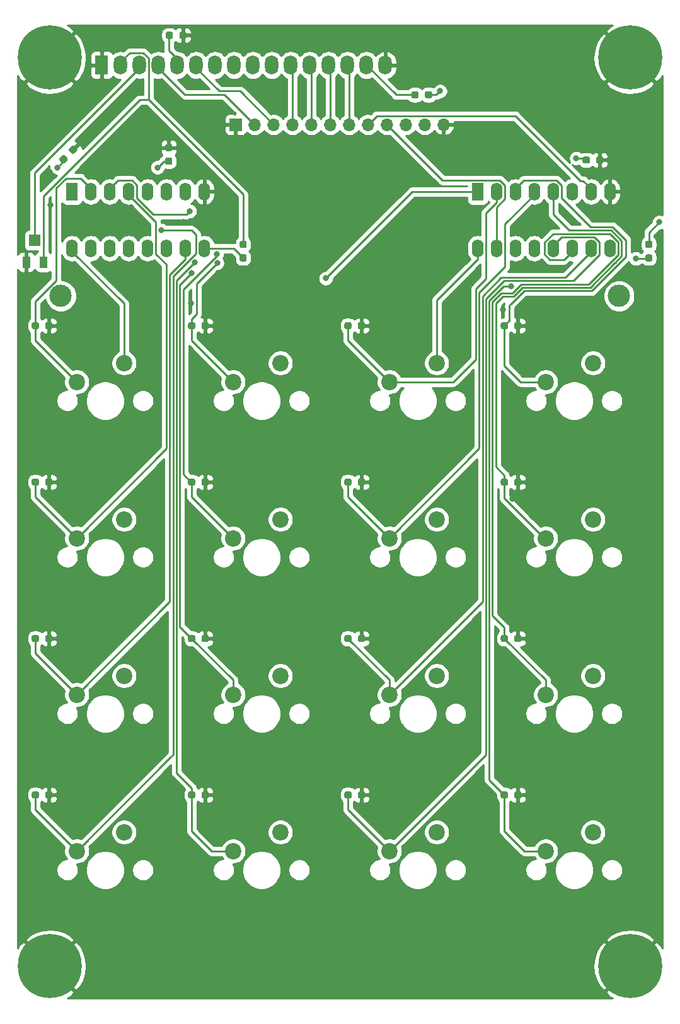
<source format=gbl>
G04 #@! TF.GenerationSoftware,KiCad,Pcbnew,5.1.9+dfsg1-1*
G04 #@! TF.CreationDate,2022-06-11T23:02:00-07:00*
G04 #@! TF.ProjectId,keypad,6b657970-6164-42e6-9b69-6361645f7063,rev?*
G04 #@! TF.SameCoordinates,Original*
G04 #@! TF.FileFunction,Copper,L2,Bot*
G04 #@! TF.FilePolarity,Positive*
%FSLAX46Y46*%
G04 Gerber Fmt 4.6, Leading zero omitted, Abs format (unit mm)*
G04 Created by KiCad (PCBNEW 5.1.9+dfsg1-1) date 2022-06-11 23:02:00*
%MOMM*%
%LPD*%
G01*
G04 APERTURE LIST*
G04 #@! TA.AperFunction,ComponentPad*
%ADD10R,1.700000X1.700000*%
G04 #@! TD*
G04 #@! TA.AperFunction,ComponentPad*
%ADD11O,1.700000X1.700000*%
G04 #@! TD*
G04 #@! TA.AperFunction,SMDPad,CuDef*
%ADD12R,1.600000X1.600000*%
G04 #@! TD*
G04 #@! TA.AperFunction,SMDPad,CuDef*
%ADD13R,1.100000X1.600000*%
G04 #@! TD*
G04 #@! TA.AperFunction,ComponentPad*
%ADD14C,8.600000*%
G04 #@! TD*
G04 #@! TA.AperFunction,ComponentPad*
%ADD15C,0.900000*%
G04 #@! TD*
G04 #@! TA.AperFunction,ComponentPad*
%ADD16R,1.600000X2.400000*%
G04 #@! TD*
G04 #@! TA.AperFunction,ComponentPad*
%ADD17O,1.600000X2.400000*%
G04 #@! TD*
G04 #@! TA.AperFunction,ComponentPad*
%ADD18C,2.200000*%
G04 #@! TD*
G04 #@! TA.AperFunction,ComponentPad*
%ADD19R,1.800000X2.600000*%
G04 #@! TD*
G04 #@! TA.AperFunction,ComponentPad*
%ADD20O,1.800000X2.600000*%
G04 #@! TD*
G04 #@! TA.AperFunction,ComponentPad*
%ADD21C,3.000000*%
G04 #@! TD*
G04 #@! TA.AperFunction,ViaPad*
%ADD22C,0.800000*%
G04 #@! TD*
G04 #@! TA.AperFunction,Conductor*
%ADD23C,0.250000*%
G04 #@! TD*
G04 #@! TA.AperFunction,Conductor*
%ADD24C,0.254000*%
G04 #@! TD*
G04 #@! TA.AperFunction,Conductor*
%ADD25C,0.350000*%
G04 #@! TD*
G04 APERTURE END LIST*
D10*
G04 #@! TO.P,J1,1*
G04 #@! TO.N,GND*
X134000000Y-44000000D03*
D11*
G04 #@! TO.P,J1,2*
G04 #@! TO.N,/DISP_RS*
X136540000Y-44000000D03*
G04 #@! TO.P,J1,3*
G04 #@! TO.N,/DISP_EN*
X139080000Y-44000000D03*
G04 #@! TO.P,J1,4*
G04 #@! TO.N,/D0*
X141620000Y-44000000D03*
G04 #@! TO.P,J1,5*
G04 #@! TO.N,/D1*
X144160000Y-44000000D03*
G04 #@! TO.P,J1,6*
G04 #@! TO.N,/D2*
X146700000Y-44000000D03*
G04 #@! TO.P,J1,7*
G04 #@! TO.N,/D3*
X149240000Y-44000000D03*
G04 #@! TO.P,J1,8*
G04 #@! TO.N,/KEY_CLOCK*
X151780000Y-44000000D03*
G04 #@! TO.P,J1,9*
G04 #@! TO.N,/KEY_LATCH*
X154320000Y-44000000D03*
G04 #@! TO.P,J1,10*
G04 #@! TO.N,/KEY_SER*
X156860000Y-44000000D03*
G04 #@! TO.P,J1,11*
G04 #@! TO.N,+5V*
X159400000Y-44000000D03*
G04 #@! TO.P,J1,12*
G04 #@! TO.N,GND*
X161940000Y-44000000D03*
G04 #@! TD*
D12*
G04 #@! TO.P,RV1,2*
G04 #@! TO.N,Net-(RV1-Pad2)*
X107000000Y-59550000D03*
D13*
G04 #@! TO.P,RV1,3*
G04 #@! TO.N,+5V*
X108150000Y-62450000D03*
G04 #@! TO.P,RV1,1*
G04 #@! TO.N,GND*
X105850000Y-62450000D03*
G04 #@! TD*
D14*
G04 #@! TO.P,H1,1*
G04 #@! TO.N,GND*
X187000000Y-157000000D03*
D15*
X190225000Y-157000000D03*
X189280419Y-159280419D03*
X187000000Y-160225000D03*
X184719581Y-159280419D03*
X183775000Y-157000000D03*
X184719581Y-154719581D03*
X187000000Y-153775000D03*
X189280419Y-154719581D03*
G04 #@! TD*
G04 #@! TO.P,H2,1*
G04 #@! TO.N,GND*
X111280419Y-154719581D03*
X109000000Y-153775000D03*
X106719581Y-154719581D03*
X105775000Y-157000000D03*
X106719581Y-159280419D03*
X109000000Y-160225000D03*
X111280419Y-159280419D03*
X112225000Y-157000000D03*
D14*
X109000000Y-157000000D03*
G04 #@! TD*
D16*
G04 #@! TO.P,U2,1*
G04 #@! TO.N,Net-(R18-Pad1)*
X112000000Y-53000000D03*
D17*
G04 #@! TO.P,U2,9*
G04 #@! TO.N,Net-(R20-Pad1)*
X129780000Y-60620000D03*
G04 #@! TO.P,U2,2*
G04 #@! TO.N,Net-(R1-Pad1)*
X114540000Y-53000000D03*
G04 #@! TO.P,U2,10*
G04 #@! TO.N,Net-(R2-Pad1)*
X127240000Y-60620000D03*
G04 #@! TO.P,U2,3*
G04 #@! TO.N,Net-(R5-Pad1)*
X117080000Y-53000000D03*
G04 #@! TO.P,U2,11*
G04 #@! TO.N,Net-(R6-Pad1)*
X124700000Y-60620000D03*
G04 #@! TO.P,U2,4*
G04 #@! TO.N,Net-(R9-Pad1)*
X119620000Y-53000000D03*
G04 #@! TO.P,U2,12*
G04 #@! TO.N,Net-(R10-Pad1)*
X122160000Y-60620000D03*
G04 #@! TO.P,U2,5*
G04 #@! TO.N,Net-(R13-Pad1)*
X122160000Y-53000000D03*
G04 #@! TO.P,U2,13*
G04 #@! TO.N,Net-(U2-Pad13)*
X119620000Y-60620000D03*
G04 #@! TO.P,U2,6*
G04 #@! TO.N,Net-(R19-Pad1)*
X124700000Y-53000000D03*
G04 #@! TO.P,U2,14*
G04 #@! TO.N,Net-(R14-Pad1)*
X117080000Y-60620000D03*
G04 #@! TO.P,U2,7*
G04 #@! TO.N,/KEY_CLOCK*
X127240000Y-53000000D03*
G04 #@! TO.P,U2,15*
G04 #@! TO.N,/KEY_LATCH*
X114540000Y-60620000D03*
G04 #@! TO.P,U2,8*
G04 #@! TO.N,GND*
X129780000Y-53000000D03*
G04 #@! TO.P,U2,16*
G04 #@! TO.N,+5V*
X112000000Y-60620000D03*
G04 #@! TD*
G04 #@! TO.P,U3,16*
G04 #@! TO.N,+5V*
X166500000Y-60620000D03*
G04 #@! TO.P,U3,8*
G04 #@! TO.N,GND*
X184280000Y-53000000D03*
G04 #@! TO.P,U3,15*
G04 #@! TO.N,/KEY_LATCH*
X169040000Y-60620000D03*
G04 #@! TO.P,U3,7*
G04 #@! TO.N,/KEY_CLOCK*
X181740000Y-53000000D03*
G04 #@! TO.P,U3,14*
G04 #@! TO.N,Net-(R16-Pad1)*
X171580000Y-60620000D03*
G04 #@! TO.P,U3,6*
G04 #@! TO.N,Net-(R21-Pad1)*
X179200000Y-53000000D03*
G04 #@! TO.P,U3,13*
G04 #@! TO.N,/KEY_SER*
X174120000Y-60620000D03*
G04 #@! TO.P,U3,5*
G04 #@! TO.N,Net-(R15-Pad1)*
X176660000Y-53000000D03*
G04 #@! TO.P,U3,12*
G04 #@! TO.N,Net-(R12-Pad1)*
X176660000Y-60620000D03*
G04 #@! TO.P,U3,4*
G04 #@! TO.N,Net-(R11-Pad1)*
X174120000Y-53000000D03*
G04 #@! TO.P,U3,11*
G04 #@! TO.N,Net-(R8-Pad1)*
X179200000Y-60620000D03*
G04 #@! TO.P,U3,3*
G04 #@! TO.N,Net-(R7-Pad1)*
X171580000Y-53000000D03*
G04 #@! TO.P,U3,10*
G04 #@! TO.N,Net-(R4-Pad1)*
X181740000Y-60620000D03*
G04 #@! TO.P,U3,2*
G04 #@! TO.N,Net-(R3-Pad1)*
X169040000Y-53000000D03*
G04 #@! TO.P,U3,9*
G04 #@! TO.N,Net-(R22-Pad1)*
X184280000Y-60620000D03*
D16*
G04 #@! TO.P,U3,1*
G04 #@! TO.N,Net-(U2-Pad13)*
X166500000Y-53000000D03*
G04 #@! TD*
D15*
G04 #@! TO.P,H3,1*
G04 #@! TO.N,GND*
X189280419Y-32719581D03*
X187000000Y-31775000D03*
X184719581Y-32719581D03*
X183775000Y-35000000D03*
X184719581Y-37280419D03*
X187000000Y-38225000D03*
X189280419Y-37280419D03*
X190225000Y-35000000D03*
D14*
X187000000Y-35000000D03*
G04 #@! TD*
G04 #@! TO.P,H4,1*
G04 #@! TO.N,GND*
X109000000Y-35000000D03*
D15*
X112225000Y-35000000D03*
X111280419Y-37280419D03*
X109000000Y-38225000D03*
X106719581Y-37280419D03*
X105775000Y-35000000D03*
X106719581Y-32719581D03*
X109000000Y-31775000D03*
X111280419Y-32719581D03*
G04 #@! TD*
G04 #@! TO.P,R1,2*
G04 #@! TO.N,GND*
G04 #@! TA.AperFunction,SMDPad,CuDef*
G36*
G01*
X108425000Y-71237500D02*
X108425000Y-70762500D01*
G75*
G02*
X108662500Y-70525000I237500J0D01*
G01*
X109162500Y-70525000D01*
G75*
G02*
X109400000Y-70762500I0J-237500D01*
G01*
X109400000Y-71237500D01*
G75*
G02*
X109162500Y-71475000I-237500J0D01*
G01*
X108662500Y-71475000D01*
G75*
G02*
X108425000Y-71237500I0J237500D01*
G01*
G37*
G04 #@! TD.AperFunction*
G04 #@! TO.P,R1,1*
G04 #@! TO.N,Net-(R1-Pad1)*
G04 #@! TA.AperFunction,SMDPad,CuDef*
G36*
G01*
X106600000Y-71237500D02*
X106600000Y-70762500D01*
G75*
G02*
X106837500Y-70525000I237500J0D01*
G01*
X107337500Y-70525000D01*
G75*
G02*
X107575000Y-70762500I0J-237500D01*
G01*
X107575000Y-71237500D01*
G75*
G02*
X107337500Y-71475000I-237500J0D01*
G01*
X106837500Y-71475000D01*
G75*
G02*
X106600000Y-71237500I0J237500D01*
G01*
G37*
G04 #@! TD.AperFunction*
G04 #@! TD*
G04 #@! TO.P,R2,1*
G04 #@! TO.N,Net-(R2-Pad1)*
G04 #@! TA.AperFunction,SMDPad,CuDef*
G36*
G01*
X106600000Y-113237500D02*
X106600000Y-112762500D01*
G75*
G02*
X106837500Y-112525000I237500J0D01*
G01*
X107337500Y-112525000D01*
G75*
G02*
X107575000Y-112762500I0J-237500D01*
G01*
X107575000Y-113237500D01*
G75*
G02*
X107337500Y-113475000I-237500J0D01*
G01*
X106837500Y-113475000D01*
G75*
G02*
X106600000Y-113237500I0J237500D01*
G01*
G37*
G04 #@! TD.AperFunction*
G04 #@! TO.P,R2,2*
G04 #@! TO.N,GND*
G04 #@! TA.AperFunction,SMDPad,CuDef*
G36*
G01*
X108425000Y-113237500D02*
X108425000Y-112762500D01*
G75*
G02*
X108662500Y-112525000I237500J0D01*
G01*
X109162500Y-112525000D01*
G75*
G02*
X109400000Y-112762500I0J-237500D01*
G01*
X109400000Y-113237500D01*
G75*
G02*
X109162500Y-113475000I-237500J0D01*
G01*
X108662500Y-113475000D01*
G75*
G02*
X108425000Y-113237500I0J237500D01*
G01*
G37*
G04 #@! TD.AperFunction*
G04 #@! TD*
G04 #@! TO.P,R3,1*
G04 #@! TO.N,Net-(R3-Pad1)*
G04 #@! TA.AperFunction,SMDPad,CuDef*
G36*
G01*
X148600000Y-71237500D02*
X148600000Y-70762500D01*
G75*
G02*
X148837500Y-70525000I237500J0D01*
G01*
X149337500Y-70525000D01*
G75*
G02*
X149575000Y-70762500I0J-237500D01*
G01*
X149575000Y-71237500D01*
G75*
G02*
X149337500Y-71475000I-237500J0D01*
G01*
X148837500Y-71475000D01*
G75*
G02*
X148600000Y-71237500I0J237500D01*
G01*
G37*
G04 #@! TD.AperFunction*
G04 #@! TO.P,R3,2*
G04 #@! TO.N,GND*
G04 #@! TA.AperFunction,SMDPad,CuDef*
G36*
G01*
X150425000Y-71237500D02*
X150425000Y-70762500D01*
G75*
G02*
X150662500Y-70525000I237500J0D01*
G01*
X151162500Y-70525000D01*
G75*
G02*
X151400000Y-70762500I0J-237500D01*
G01*
X151400000Y-71237500D01*
G75*
G02*
X151162500Y-71475000I-237500J0D01*
G01*
X150662500Y-71475000D01*
G75*
G02*
X150425000Y-71237500I0J237500D01*
G01*
G37*
G04 #@! TD.AperFunction*
G04 #@! TD*
G04 #@! TO.P,R4,1*
G04 #@! TO.N,Net-(R4-Pad1)*
G04 #@! TA.AperFunction,SMDPad,CuDef*
G36*
G01*
X148600000Y-113237500D02*
X148600000Y-112762500D01*
G75*
G02*
X148837500Y-112525000I237500J0D01*
G01*
X149337500Y-112525000D01*
G75*
G02*
X149575000Y-112762500I0J-237500D01*
G01*
X149575000Y-113237500D01*
G75*
G02*
X149337500Y-113475000I-237500J0D01*
G01*
X148837500Y-113475000D01*
G75*
G02*
X148600000Y-113237500I0J237500D01*
G01*
G37*
G04 #@! TD.AperFunction*
G04 #@! TO.P,R4,2*
G04 #@! TO.N,GND*
G04 #@! TA.AperFunction,SMDPad,CuDef*
G36*
G01*
X150425000Y-113237500D02*
X150425000Y-112762500D01*
G75*
G02*
X150662500Y-112525000I237500J0D01*
G01*
X151162500Y-112525000D01*
G75*
G02*
X151400000Y-112762500I0J-237500D01*
G01*
X151400000Y-113237500D01*
G75*
G02*
X151162500Y-113475000I-237500J0D01*
G01*
X150662500Y-113475000D01*
G75*
G02*
X150425000Y-113237500I0J237500D01*
G01*
G37*
G04 #@! TD.AperFunction*
G04 #@! TD*
G04 #@! TO.P,R5,1*
G04 #@! TO.N,Net-(R5-Pad1)*
G04 #@! TA.AperFunction,SMDPad,CuDef*
G36*
G01*
X127600000Y-71237500D02*
X127600000Y-70762500D01*
G75*
G02*
X127837500Y-70525000I237500J0D01*
G01*
X128337500Y-70525000D01*
G75*
G02*
X128575000Y-70762500I0J-237500D01*
G01*
X128575000Y-71237500D01*
G75*
G02*
X128337500Y-71475000I-237500J0D01*
G01*
X127837500Y-71475000D01*
G75*
G02*
X127600000Y-71237500I0J237500D01*
G01*
G37*
G04 #@! TD.AperFunction*
G04 #@! TO.P,R5,2*
G04 #@! TO.N,GND*
G04 #@! TA.AperFunction,SMDPad,CuDef*
G36*
G01*
X129425000Y-71237500D02*
X129425000Y-70762500D01*
G75*
G02*
X129662500Y-70525000I237500J0D01*
G01*
X130162500Y-70525000D01*
G75*
G02*
X130400000Y-70762500I0J-237500D01*
G01*
X130400000Y-71237500D01*
G75*
G02*
X130162500Y-71475000I-237500J0D01*
G01*
X129662500Y-71475000D01*
G75*
G02*
X129425000Y-71237500I0J237500D01*
G01*
G37*
G04 #@! TD.AperFunction*
G04 #@! TD*
G04 #@! TO.P,R6,2*
G04 #@! TO.N,GND*
G04 #@! TA.AperFunction,SMDPad,CuDef*
G36*
G01*
X129425000Y-113237500D02*
X129425000Y-112762500D01*
G75*
G02*
X129662500Y-112525000I237500J0D01*
G01*
X130162500Y-112525000D01*
G75*
G02*
X130400000Y-112762500I0J-237500D01*
G01*
X130400000Y-113237500D01*
G75*
G02*
X130162500Y-113475000I-237500J0D01*
G01*
X129662500Y-113475000D01*
G75*
G02*
X129425000Y-113237500I0J237500D01*
G01*
G37*
G04 #@! TD.AperFunction*
G04 #@! TO.P,R6,1*
G04 #@! TO.N,Net-(R6-Pad1)*
G04 #@! TA.AperFunction,SMDPad,CuDef*
G36*
G01*
X127600000Y-113237500D02*
X127600000Y-112762500D01*
G75*
G02*
X127837500Y-112525000I237500J0D01*
G01*
X128337500Y-112525000D01*
G75*
G02*
X128575000Y-112762500I0J-237500D01*
G01*
X128575000Y-113237500D01*
G75*
G02*
X128337500Y-113475000I-237500J0D01*
G01*
X127837500Y-113475000D01*
G75*
G02*
X127600000Y-113237500I0J237500D01*
G01*
G37*
G04 #@! TD.AperFunction*
G04 #@! TD*
G04 #@! TO.P,R7,1*
G04 #@! TO.N,Net-(R7-Pad1)*
G04 #@! TA.AperFunction,SMDPad,CuDef*
G36*
G01*
X169600000Y-71237500D02*
X169600000Y-70762500D01*
G75*
G02*
X169837500Y-70525000I237500J0D01*
G01*
X170337500Y-70525000D01*
G75*
G02*
X170575000Y-70762500I0J-237500D01*
G01*
X170575000Y-71237500D01*
G75*
G02*
X170337500Y-71475000I-237500J0D01*
G01*
X169837500Y-71475000D01*
G75*
G02*
X169600000Y-71237500I0J237500D01*
G01*
G37*
G04 #@! TD.AperFunction*
G04 #@! TO.P,R7,2*
G04 #@! TO.N,GND*
G04 #@! TA.AperFunction,SMDPad,CuDef*
G36*
G01*
X171425000Y-71237500D02*
X171425000Y-70762500D01*
G75*
G02*
X171662500Y-70525000I237500J0D01*
G01*
X172162500Y-70525000D01*
G75*
G02*
X172400000Y-70762500I0J-237500D01*
G01*
X172400000Y-71237500D01*
G75*
G02*
X172162500Y-71475000I-237500J0D01*
G01*
X171662500Y-71475000D01*
G75*
G02*
X171425000Y-71237500I0J237500D01*
G01*
G37*
G04 #@! TD.AperFunction*
G04 #@! TD*
G04 #@! TO.P,R8,2*
G04 #@! TO.N,GND*
G04 #@! TA.AperFunction,SMDPad,CuDef*
G36*
G01*
X171425000Y-113237500D02*
X171425000Y-112762500D01*
G75*
G02*
X171662500Y-112525000I237500J0D01*
G01*
X172162500Y-112525000D01*
G75*
G02*
X172400000Y-112762500I0J-237500D01*
G01*
X172400000Y-113237500D01*
G75*
G02*
X172162500Y-113475000I-237500J0D01*
G01*
X171662500Y-113475000D01*
G75*
G02*
X171425000Y-113237500I0J237500D01*
G01*
G37*
G04 #@! TD.AperFunction*
G04 #@! TO.P,R8,1*
G04 #@! TO.N,Net-(R8-Pad1)*
G04 #@! TA.AperFunction,SMDPad,CuDef*
G36*
G01*
X169600000Y-113237500D02*
X169600000Y-112762500D01*
G75*
G02*
X169837500Y-112525000I237500J0D01*
G01*
X170337500Y-112525000D01*
G75*
G02*
X170575000Y-112762500I0J-237500D01*
G01*
X170575000Y-113237500D01*
G75*
G02*
X170337500Y-113475000I-237500J0D01*
G01*
X169837500Y-113475000D01*
G75*
G02*
X169600000Y-113237500I0J237500D01*
G01*
G37*
G04 #@! TD.AperFunction*
G04 #@! TD*
G04 #@! TO.P,R9,2*
G04 #@! TO.N,GND*
G04 #@! TA.AperFunction,SMDPad,CuDef*
G36*
G01*
X108425000Y-92237500D02*
X108425000Y-91762500D01*
G75*
G02*
X108662500Y-91525000I237500J0D01*
G01*
X109162500Y-91525000D01*
G75*
G02*
X109400000Y-91762500I0J-237500D01*
G01*
X109400000Y-92237500D01*
G75*
G02*
X109162500Y-92475000I-237500J0D01*
G01*
X108662500Y-92475000D01*
G75*
G02*
X108425000Y-92237500I0J237500D01*
G01*
G37*
G04 #@! TD.AperFunction*
G04 #@! TO.P,R9,1*
G04 #@! TO.N,Net-(R9-Pad1)*
G04 #@! TA.AperFunction,SMDPad,CuDef*
G36*
G01*
X106600000Y-92237500D02*
X106600000Y-91762500D01*
G75*
G02*
X106837500Y-91525000I237500J0D01*
G01*
X107337500Y-91525000D01*
G75*
G02*
X107575000Y-91762500I0J-237500D01*
G01*
X107575000Y-92237500D01*
G75*
G02*
X107337500Y-92475000I-237500J0D01*
G01*
X106837500Y-92475000D01*
G75*
G02*
X106600000Y-92237500I0J237500D01*
G01*
G37*
G04 #@! TD.AperFunction*
G04 #@! TD*
G04 #@! TO.P,R10,1*
G04 #@! TO.N,Net-(R10-Pad1)*
G04 #@! TA.AperFunction,SMDPad,CuDef*
G36*
G01*
X106600000Y-134237500D02*
X106600000Y-133762500D01*
G75*
G02*
X106837500Y-133525000I237500J0D01*
G01*
X107337500Y-133525000D01*
G75*
G02*
X107575000Y-133762500I0J-237500D01*
G01*
X107575000Y-134237500D01*
G75*
G02*
X107337500Y-134475000I-237500J0D01*
G01*
X106837500Y-134475000D01*
G75*
G02*
X106600000Y-134237500I0J237500D01*
G01*
G37*
G04 #@! TD.AperFunction*
G04 #@! TO.P,R10,2*
G04 #@! TO.N,GND*
G04 #@! TA.AperFunction,SMDPad,CuDef*
G36*
G01*
X108425000Y-134237500D02*
X108425000Y-133762500D01*
G75*
G02*
X108662500Y-133525000I237500J0D01*
G01*
X109162500Y-133525000D01*
G75*
G02*
X109400000Y-133762500I0J-237500D01*
G01*
X109400000Y-134237500D01*
G75*
G02*
X109162500Y-134475000I-237500J0D01*
G01*
X108662500Y-134475000D01*
G75*
G02*
X108425000Y-134237500I0J237500D01*
G01*
G37*
G04 #@! TD.AperFunction*
G04 #@! TD*
G04 #@! TO.P,R11,2*
G04 #@! TO.N,GND*
G04 #@! TA.AperFunction,SMDPad,CuDef*
G36*
G01*
X150425000Y-92237500D02*
X150425000Y-91762500D01*
G75*
G02*
X150662500Y-91525000I237500J0D01*
G01*
X151162500Y-91525000D01*
G75*
G02*
X151400000Y-91762500I0J-237500D01*
G01*
X151400000Y-92237500D01*
G75*
G02*
X151162500Y-92475000I-237500J0D01*
G01*
X150662500Y-92475000D01*
G75*
G02*
X150425000Y-92237500I0J237500D01*
G01*
G37*
G04 #@! TD.AperFunction*
G04 #@! TO.P,R11,1*
G04 #@! TO.N,Net-(R11-Pad1)*
G04 #@! TA.AperFunction,SMDPad,CuDef*
G36*
G01*
X148600000Y-92237500D02*
X148600000Y-91762500D01*
G75*
G02*
X148837500Y-91525000I237500J0D01*
G01*
X149337500Y-91525000D01*
G75*
G02*
X149575000Y-91762500I0J-237500D01*
G01*
X149575000Y-92237500D01*
G75*
G02*
X149337500Y-92475000I-237500J0D01*
G01*
X148837500Y-92475000D01*
G75*
G02*
X148600000Y-92237500I0J237500D01*
G01*
G37*
G04 #@! TD.AperFunction*
G04 #@! TD*
G04 #@! TO.P,R12,1*
G04 #@! TO.N,Net-(R12-Pad1)*
G04 #@! TA.AperFunction,SMDPad,CuDef*
G36*
G01*
X148600000Y-134237500D02*
X148600000Y-133762500D01*
G75*
G02*
X148837500Y-133525000I237500J0D01*
G01*
X149337500Y-133525000D01*
G75*
G02*
X149575000Y-133762500I0J-237500D01*
G01*
X149575000Y-134237500D01*
G75*
G02*
X149337500Y-134475000I-237500J0D01*
G01*
X148837500Y-134475000D01*
G75*
G02*
X148600000Y-134237500I0J237500D01*
G01*
G37*
G04 #@! TD.AperFunction*
G04 #@! TO.P,R12,2*
G04 #@! TO.N,GND*
G04 #@! TA.AperFunction,SMDPad,CuDef*
G36*
G01*
X150425000Y-134237500D02*
X150425000Y-133762500D01*
G75*
G02*
X150662500Y-133525000I237500J0D01*
G01*
X151162500Y-133525000D01*
G75*
G02*
X151400000Y-133762500I0J-237500D01*
G01*
X151400000Y-134237500D01*
G75*
G02*
X151162500Y-134475000I-237500J0D01*
G01*
X150662500Y-134475000D01*
G75*
G02*
X150425000Y-134237500I0J237500D01*
G01*
G37*
G04 #@! TD.AperFunction*
G04 #@! TD*
G04 #@! TO.P,R13,1*
G04 #@! TO.N,Net-(R13-Pad1)*
G04 #@! TA.AperFunction,SMDPad,CuDef*
G36*
G01*
X127600000Y-92237500D02*
X127600000Y-91762500D01*
G75*
G02*
X127837500Y-91525000I237500J0D01*
G01*
X128337500Y-91525000D01*
G75*
G02*
X128575000Y-91762500I0J-237500D01*
G01*
X128575000Y-92237500D01*
G75*
G02*
X128337500Y-92475000I-237500J0D01*
G01*
X127837500Y-92475000D01*
G75*
G02*
X127600000Y-92237500I0J237500D01*
G01*
G37*
G04 #@! TD.AperFunction*
G04 #@! TO.P,R13,2*
G04 #@! TO.N,GND*
G04 #@! TA.AperFunction,SMDPad,CuDef*
G36*
G01*
X129425000Y-92237500D02*
X129425000Y-91762500D01*
G75*
G02*
X129662500Y-91525000I237500J0D01*
G01*
X130162500Y-91525000D01*
G75*
G02*
X130400000Y-91762500I0J-237500D01*
G01*
X130400000Y-92237500D01*
G75*
G02*
X130162500Y-92475000I-237500J0D01*
G01*
X129662500Y-92475000D01*
G75*
G02*
X129425000Y-92237500I0J237500D01*
G01*
G37*
G04 #@! TD.AperFunction*
G04 #@! TD*
G04 #@! TO.P,R14,2*
G04 #@! TO.N,GND*
G04 #@! TA.AperFunction,SMDPad,CuDef*
G36*
G01*
X129425000Y-134237500D02*
X129425000Y-133762500D01*
G75*
G02*
X129662500Y-133525000I237500J0D01*
G01*
X130162500Y-133525000D01*
G75*
G02*
X130400000Y-133762500I0J-237500D01*
G01*
X130400000Y-134237500D01*
G75*
G02*
X130162500Y-134475000I-237500J0D01*
G01*
X129662500Y-134475000D01*
G75*
G02*
X129425000Y-134237500I0J237500D01*
G01*
G37*
G04 #@! TD.AperFunction*
G04 #@! TO.P,R14,1*
G04 #@! TO.N,Net-(R14-Pad1)*
G04 #@! TA.AperFunction,SMDPad,CuDef*
G36*
G01*
X127600000Y-134237500D02*
X127600000Y-133762500D01*
G75*
G02*
X127837500Y-133525000I237500J0D01*
G01*
X128337500Y-133525000D01*
G75*
G02*
X128575000Y-133762500I0J-237500D01*
G01*
X128575000Y-134237500D01*
G75*
G02*
X128337500Y-134475000I-237500J0D01*
G01*
X127837500Y-134475000D01*
G75*
G02*
X127600000Y-134237500I0J237500D01*
G01*
G37*
G04 #@! TD.AperFunction*
G04 #@! TD*
G04 #@! TO.P,R15,1*
G04 #@! TO.N,Net-(R15-Pad1)*
G04 #@! TA.AperFunction,SMDPad,CuDef*
G36*
G01*
X169600000Y-92237500D02*
X169600000Y-91762500D01*
G75*
G02*
X169837500Y-91525000I237500J0D01*
G01*
X170337500Y-91525000D01*
G75*
G02*
X170575000Y-91762500I0J-237500D01*
G01*
X170575000Y-92237500D01*
G75*
G02*
X170337500Y-92475000I-237500J0D01*
G01*
X169837500Y-92475000D01*
G75*
G02*
X169600000Y-92237500I0J237500D01*
G01*
G37*
G04 #@! TD.AperFunction*
G04 #@! TO.P,R15,2*
G04 #@! TO.N,GND*
G04 #@! TA.AperFunction,SMDPad,CuDef*
G36*
G01*
X171425000Y-92237500D02*
X171425000Y-91762500D01*
G75*
G02*
X171662500Y-91525000I237500J0D01*
G01*
X172162500Y-91525000D01*
G75*
G02*
X172400000Y-91762500I0J-237500D01*
G01*
X172400000Y-92237500D01*
G75*
G02*
X172162500Y-92475000I-237500J0D01*
G01*
X171662500Y-92475000D01*
G75*
G02*
X171425000Y-92237500I0J237500D01*
G01*
G37*
G04 #@! TD.AperFunction*
G04 #@! TD*
G04 #@! TO.P,R16,2*
G04 #@! TO.N,GND*
G04 #@! TA.AperFunction,SMDPad,CuDef*
G36*
G01*
X171425000Y-134237500D02*
X171425000Y-133762500D01*
G75*
G02*
X171662500Y-133525000I237500J0D01*
G01*
X172162500Y-133525000D01*
G75*
G02*
X172400000Y-133762500I0J-237500D01*
G01*
X172400000Y-134237500D01*
G75*
G02*
X172162500Y-134475000I-237500J0D01*
G01*
X171662500Y-134475000D01*
G75*
G02*
X171425000Y-134237500I0J237500D01*
G01*
G37*
G04 #@! TD.AperFunction*
G04 #@! TO.P,R16,1*
G04 #@! TO.N,Net-(R16-Pad1)*
G04 #@! TA.AperFunction,SMDPad,CuDef*
G36*
G01*
X169600000Y-134237500D02*
X169600000Y-133762500D01*
G75*
G02*
X169837500Y-133525000I237500J0D01*
G01*
X170337500Y-133525000D01*
G75*
G02*
X170575000Y-133762500I0J-237500D01*
G01*
X170575000Y-134237500D01*
G75*
G02*
X170337500Y-134475000I-237500J0D01*
G01*
X169837500Y-134475000D01*
G75*
G02*
X169600000Y-134237500I0J237500D01*
G01*
G37*
G04 #@! TD.AperFunction*
G04 #@! TD*
G04 #@! TO.P,R17,1*
G04 #@! TO.N,Net-(R17-Pad1)*
G04 #@! TA.AperFunction,SMDPad,CuDef*
G36*
G01*
X124600000Y-32237500D02*
X124600000Y-31762500D01*
G75*
G02*
X124837500Y-31525000I237500J0D01*
G01*
X125337500Y-31525000D01*
G75*
G02*
X125575000Y-31762500I0J-237500D01*
G01*
X125575000Y-32237500D01*
G75*
G02*
X125337500Y-32475000I-237500J0D01*
G01*
X124837500Y-32475000D01*
G75*
G02*
X124600000Y-32237500I0J237500D01*
G01*
G37*
G04 #@! TD.AperFunction*
G04 #@! TO.P,R17,2*
G04 #@! TO.N,GND*
G04 #@! TA.AperFunction,SMDPad,CuDef*
G36*
G01*
X126425000Y-32237500D02*
X126425000Y-31762500D01*
G75*
G02*
X126662500Y-31525000I237500J0D01*
G01*
X127162500Y-31525000D01*
G75*
G02*
X127400000Y-31762500I0J-237500D01*
G01*
X127400000Y-32237500D01*
G75*
G02*
X127162500Y-32475000I-237500J0D01*
G01*
X126662500Y-32475000D01*
G75*
G02*
X126425000Y-32237500I0J237500D01*
G01*
G37*
G04 #@! TD.AperFunction*
G04 #@! TD*
G04 #@! TO.P,R18,2*
G04 #@! TO.N,GND*
G04 #@! TA.AperFunction,SMDPad,CuDef*
G36*
G01*
X111968458Y-47867418D02*
X111632582Y-47531542D01*
G75*
G02*
X111632582Y-47195666I167938J167938D01*
G01*
X111986136Y-46842112D01*
G75*
G02*
X112322012Y-46842112I167938J-167938D01*
G01*
X112657888Y-47177988D01*
G75*
G02*
X112657888Y-47513864I-167938J-167938D01*
G01*
X112304334Y-47867418D01*
G75*
G02*
X111968458Y-47867418I-167938J167938D01*
G01*
G37*
G04 #@! TD.AperFunction*
G04 #@! TO.P,R18,1*
G04 #@! TO.N,Net-(R18-Pad1)*
G04 #@! TA.AperFunction,SMDPad,CuDef*
G36*
G01*
X110677988Y-49157888D02*
X110342112Y-48822012D01*
G75*
G02*
X110342112Y-48486136I167938J167938D01*
G01*
X110695666Y-48132582D01*
G75*
G02*
X111031542Y-48132582I167938J-167938D01*
G01*
X111367418Y-48468458D01*
G75*
G02*
X111367418Y-48804334I-167938J-167938D01*
G01*
X111013864Y-49157888D01*
G75*
G02*
X110677988Y-49157888I-167938J167938D01*
G01*
G37*
G04 #@! TD.AperFunction*
G04 #@! TD*
G04 #@! TO.P,R19,1*
G04 #@! TO.N,Net-(R19-Pad1)*
G04 #@! TA.AperFunction,SMDPad,CuDef*
G36*
G01*
X125237500Y-49400000D02*
X124762500Y-49400000D01*
G75*
G02*
X124525000Y-49162500I0J237500D01*
G01*
X124525000Y-48662500D01*
G75*
G02*
X124762500Y-48425000I237500J0D01*
G01*
X125237500Y-48425000D01*
G75*
G02*
X125475000Y-48662500I0J-237500D01*
G01*
X125475000Y-49162500D01*
G75*
G02*
X125237500Y-49400000I-237500J0D01*
G01*
G37*
G04 #@! TD.AperFunction*
G04 #@! TO.P,R19,2*
G04 #@! TO.N,GND*
G04 #@! TA.AperFunction,SMDPad,CuDef*
G36*
G01*
X125237500Y-47575000D02*
X124762500Y-47575000D01*
G75*
G02*
X124525000Y-47337500I0J237500D01*
G01*
X124525000Y-46837500D01*
G75*
G02*
X124762500Y-46600000I237500J0D01*
G01*
X125237500Y-46600000D01*
G75*
G02*
X125475000Y-46837500I0J-237500D01*
G01*
X125475000Y-47337500D01*
G75*
G02*
X125237500Y-47575000I-237500J0D01*
G01*
G37*
G04 #@! TD.AperFunction*
G04 #@! TD*
G04 #@! TO.P,R20,2*
G04 #@! TO.N,+5V*
G04 #@! TA.AperFunction,SMDPad,CuDef*
G36*
G01*
X135237500Y-60575000D02*
X134762500Y-60575000D01*
G75*
G02*
X134525000Y-60337500I0J237500D01*
G01*
X134525000Y-59837500D01*
G75*
G02*
X134762500Y-59600000I237500J0D01*
G01*
X135237500Y-59600000D01*
G75*
G02*
X135475000Y-59837500I0J-237500D01*
G01*
X135475000Y-60337500D01*
G75*
G02*
X135237500Y-60575000I-237500J0D01*
G01*
G37*
G04 #@! TD.AperFunction*
G04 #@! TO.P,R20,1*
G04 #@! TO.N,Net-(R20-Pad1)*
G04 #@! TA.AperFunction,SMDPad,CuDef*
G36*
G01*
X135237500Y-62400000D02*
X134762500Y-62400000D01*
G75*
G02*
X134525000Y-62162500I0J237500D01*
G01*
X134525000Y-61662500D01*
G75*
G02*
X134762500Y-61425000I237500J0D01*
G01*
X135237500Y-61425000D01*
G75*
G02*
X135475000Y-61662500I0J-237500D01*
G01*
X135475000Y-62162500D01*
G75*
G02*
X135237500Y-62400000I-237500J0D01*
G01*
G37*
G04 #@! TD.AperFunction*
G04 #@! TD*
G04 #@! TO.P,R21,1*
G04 #@! TO.N,Net-(R21-Pad1)*
G04 #@! TA.AperFunction,SMDPad,CuDef*
G36*
G01*
X180600000Y-48987500D02*
X180600000Y-48512500D01*
G75*
G02*
X180837500Y-48275000I237500J0D01*
G01*
X181337500Y-48275000D01*
G75*
G02*
X181575000Y-48512500I0J-237500D01*
G01*
X181575000Y-48987500D01*
G75*
G02*
X181337500Y-49225000I-237500J0D01*
G01*
X180837500Y-49225000D01*
G75*
G02*
X180600000Y-48987500I0J237500D01*
G01*
G37*
G04 #@! TD.AperFunction*
G04 #@! TO.P,R21,2*
G04 #@! TO.N,GND*
G04 #@! TA.AperFunction,SMDPad,CuDef*
G36*
G01*
X182425000Y-48987500D02*
X182425000Y-48512500D01*
G75*
G02*
X182662500Y-48275000I237500J0D01*
G01*
X183162500Y-48275000D01*
G75*
G02*
X183400000Y-48512500I0J-237500D01*
G01*
X183400000Y-48987500D01*
G75*
G02*
X183162500Y-49225000I-237500J0D01*
G01*
X182662500Y-49225000D01*
G75*
G02*
X182425000Y-48987500I0J237500D01*
G01*
G37*
G04 #@! TD.AperFunction*
G04 #@! TD*
G04 #@! TO.P,R22,2*
G04 #@! TO.N,+5V*
G04 #@! TA.AperFunction,SMDPad,CuDef*
G36*
G01*
X189737500Y-60575000D02*
X189262500Y-60575000D01*
G75*
G02*
X189025000Y-60337500I0J237500D01*
G01*
X189025000Y-59837500D01*
G75*
G02*
X189262500Y-59600000I237500J0D01*
G01*
X189737500Y-59600000D01*
G75*
G02*
X189975000Y-59837500I0J-237500D01*
G01*
X189975000Y-60337500D01*
G75*
G02*
X189737500Y-60575000I-237500J0D01*
G01*
G37*
G04 #@! TD.AperFunction*
G04 #@! TO.P,R22,1*
G04 #@! TO.N,Net-(R22-Pad1)*
G04 #@! TA.AperFunction,SMDPad,CuDef*
G36*
G01*
X189737500Y-62400000D02*
X189262500Y-62400000D01*
G75*
G02*
X189025000Y-62162500I0J237500D01*
G01*
X189025000Y-61662500D01*
G75*
G02*
X189262500Y-61425000I237500J0D01*
G01*
X189737500Y-61425000D01*
G75*
G02*
X189975000Y-61662500I0J-237500D01*
G01*
X189975000Y-62162500D01*
G75*
G02*
X189737500Y-62400000I-237500J0D01*
G01*
G37*
G04 #@! TD.AperFunction*
G04 #@! TD*
G04 #@! TO.P,R23,2*
G04 #@! TO.N,Net-(R23-Pad2)*
G04 #@! TA.AperFunction,SMDPad,CuDef*
G36*
G01*
X158575000Y-39762500D02*
X158575000Y-40237500D01*
G75*
G02*
X158337500Y-40475000I-237500J0D01*
G01*
X157837500Y-40475000D01*
G75*
G02*
X157600000Y-40237500I0J237500D01*
G01*
X157600000Y-39762500D01*
G75*
G02*
X157837500Y-39525000I237500J0D01*
G01*
X158337500Y-39525000D01*
G75*
G02*
X158575000Y-39762500I0J-237500D01*
G01*
G37*
G04 #@! TD.AperFunction*
G04 #@! TO.P,R23,1*
G04 #@! TO.N,+5V*
G04 #@! TA.AperFunction,SMDPad,CuDef*
G36*
G01*
X160400000Y-39762500D02*
X160400000Y-40237500D01*
G75*
G02*
X160162500Y-40475000I-237500J0D01*
G01*
X159662500Y-40475000D01*
G75*
G02*
X159425000Y-40237500I0J237500D01*
G01*
X159425000Y-39762500D01*
G75*
G02*
X159662500Y-39525000I237500J0D01*
G01*
X160162500Y-39525000D01*
G75*
G02*
X160400000Y-39762500I0J-237500D01*
G01*
G37*
G04 #@! TD.AperFunction*
G04 #@! TD*
D18*
G04 #@! TO.P,SW_0,1*
G04 #@! TO.N,+5V*
X140000000Y-139000000D03*
G04 #@! TO.P,SW_0,2*
G04 #@! TO.N,Net-(R14-Pad1)*
X133650000Y-141540000D03*
G04 #@! TD*
G04 #@! TO.P,SW_1,2*
G04 #@! TO.N,Net-(R1-Pad1)*
X112650000Y-78540000D03*
G04 #@! TO.P,SW_1,1*
G04 #@! TO.N,+5V*
X119000000Y-76000000D03*
G04 #@! TD*
G04 #@! TO.P,SW_2,1*
G04 #@! TO.N,+5V*
X140000000Y-76000000D03*
G04 #@! TO.P,SW_2,2*
G04 #@! TO.N,Net-(R5-Pad1)*
X133650000Y-78540000D03*
G04 #@! TD*
G04 #@! TO.P,SW_3,1*
G04 #@! TO.N,+5V*
X161000000Y-76000000D03*
G04 #@! TO.P,SW_3,2*
G04 #@! TO.N,Net-(R3-Pad1)*
X154650000Y-78540000D03*
G04 #@! TD*
G04 #@! TO.P,SW_4,2*
G04 #@! TO.N,Net-(R9-Pad1)*
X112650000Y-99540000D03*
G04 #@! TO.P,SW_4,1*
G04 #@! TO.N,+5V*
X119000000Y-97000000D03*
G04 #@! TD*
G04 #@! TO.P,SW_5,1*
G04 #@! TO.N,+5V*
X140000000Y-97000000D03*
G04 #@! TO.P,SW_5,2*
G04 #@! TO.N,Net-(R13-Pad1)*
X133650000Y-99540000D03*
G04 #@! TD*
G04 #@! TO.P,SW_6,1*
G04 #@! TO.N,+5V*
X161000000Y-97000000D03*
G04 #@! TO.P,SW_6,2*
G04 #@! TO.N,Net-(R11-Pad1)*
X154650000Y-99540000D03*
G04 #@! TD*
G04 #@! TO.P,SW_7,2*
G04 #@! TO.N,Net-(R2-Pad1)*
X112650000Y-120540000D03*
G04 #@! TO.P,SW_7,1*
G04 #@! TO.N,+5V*
X119000000Y-118000000D03*
G04 #@! TD*
G04 #@! TO.P,SW_8,1*
G04 #@! TO.N,+5V*
X140000000Y-118000000D03*
G04 #@! TO.P,SW_8,2*
G04 #@! TO.N,Net-(R6-Pad1)*
X133650000Y-120540000D03*
G04 #@! TD*
G04 #@! TO.P,SW_9,1*
G04 #@! TO.N,+5V*
X161000000Y-118000000D03*
G04 #@! TO.P,SW_9,2*
G04 #@! TO.N,Net-(R4-Pad1)*
X154650000Y-120540000D03*
G04 #@! TD*
G04 #@! TO.P,SW_A1,2*
G04 #@! TO.N,Net-(R7-Pad1)*
X175650000Y-78540000D03*
G04 #@! TO.P,SW_A1,1*
G04 #@! TO.N,+5V*
X182000000Y-76000000D03*
G04 #@! TD*
G04 #@! TO.P,SW_B1,2*
G04 #@! TO.N,Net-(R15-Pad1)*
X175650000Y-99540000D03*
G04 #@! TO.P,SW_B1,1*
G04 #@! TO.N,+5V*
X182000000Y-97000000D03*
G04 #@! TD*
G04 #@! TO.P,SW_C1,2*
G04 #@! TO.N,Net-(R8-Pad1)*
X175650000Y-120540000D03*
G04 #@! TO.P,SW_C1,1*
G04 #@! TO.N,+5V*
X182000000Y-118000000D03*
G04 #@! TD*
G04 #@! TO.P,SW_D1,2*
G04 #@! TO.N,Net-(R16-Pad1)*
X175650000Y-141540000D03*
G04 #@! TO.P,SW_D1,1*
G04 #@! TO.N,+5V*
X182000000Y-139000000D03*
G04 #@! TD*
G04 #@! TO.P,SW_OCTO1,1*
G04 #@! TO.N,+5V*
X161000000Y-139000000D03*
G04 #@! TO.P,SW_OCTO1,2*
G04 #@! TO.N,Net-(R12-Pad1)*
X154650000Y-141540000D03*
G04 #@! TD*
G04 #@! TO.P,SW_STAR1,2*
G04 #@! TO.N,Net-(R10-Pad1)*
X112650000Y-141540000D03*
G04 #@! TO.P,SW_STAR1,1*
G04 #@! TO.N,+5V*
X119000000Y-139000000D03*
G04 #@! TD*
D19*
G04 #@! TO.P,U1,1*
G04 #@! TO.N,GND*
X116000000Y-36000000D03*
D20*
G04 #@! TO.P,U1,2*
G04 #@! TO.N,+5V*
X118540000Y-36000000D03*
G04 #@! TO.P,U1,3*
G04 #@! TO.N,Net-(RV1-Pad2)*
X121080000Y-36000000D03*
G04 #@! TO.P,U1,4*
G04 #@! TO.N,/DISP_RS*
X123620000Y-36000000D03*
G04 #@! TO.P,U1,5*
G04 #@! TO.N,Net-(R17-Pad1)*
X126160000Y-36000000D03*
G04 #@! TO.P,U1,6*
G04 #@! TO.N,/DISP_EN*
X128700000Y-36000000D03*
G04 #@! TO.P,U1,7*
G04 #@! TO.N,Net-(U1-Pad7)*
X131240000Y-36000000D03*
G04 #@! TO.P,U1,8*
G04 #@! TO.N,Net-(U1-Pad8)*
X133780000Y-36000000D03*
G04 #@! TO.P,U1,9*
G04 #@! TO.N,Net-(U1-Pad9)*
X136320000Y-36000000D03*
G04 #@! TO.P,U1,10*
G04 #@! TO.N,Net-(U1-Pad10)*
X138860000Y-36000000D03*
G04 #@! TO.P,U1,11*
G04 #@! TO.N,/D0*
X141400000Y-36000000D03*
G04 #@! TO.P,U1,12*
G04 #@! TO.N,/D1*
X143940000Y-36000000D03*
G04 #@! TO.P,U1,13*
G04 #@! TO.N,/D2*
X146480000Y-36000000D03*
G04 #@! TO.P,U1,14*
G04 #@! TO.N,/D3*
X149020000Y-36000000D03*
G04 #@! TO.P,U1,15*
G04 #@! TO.N,Net-(R23-Pad2)*
X151560000Y-36000000D03*
G04 #@! TO.P,U1,16*
G04 #@! TO.N,GND*
X154100000Y-36000000D03*
D21*
G04 #@! TO.P,U1,*
G04 #@! TO.N,*
X110500900Y-67000700D03*
X185499480Y-67000700D03*
G04 #@! TD*
D22*
G04 #@! TO.N,+5V*
X190900001Y-57099999D03*
X161457244Y-39487244D03*
G04 #@! TO.N,GND*
X118140000Y-56190000D03*
X113030000Y-56630000D03*
X127000000Y-57100000D03*
X172910000Y-57240000D03*
X178850000Y-56480000D03*
X174610000Y-63160000D03*
X169920000Y-68810000D03*
X172180000Y-136650000D03*
X171210000Y-94220000D03*
X172730000Y-98720000D03*
X120040000Y-39870000D03*
X113880000Y-45730000D03*
X109000000Y-50410000D03*
X109070000Y-54750000D03*
X128010000Y-68030000D03*
X128710000Y-38680000D03*
X132950000Y-38450000D03*
X138490000Y-39050000D03*
X142780000Y-39160000D03*
X145430000Y-39080000D03*
X148060000Y-39080000D03*
X149000000Y-127000000D03*
X129000000Y-126500000D03*
X131500000Y-105500000D03*
X152000000Y-105000000D03*
X152000000Y-85500000D03*
X131000000Y-86500000D03*
X123000000Y-47000000D03*
X130000000Y-43000000D03*
G04 #@! TO.N,Net-(R5-Pad1)*
X127803155Y-55626845D03*
X131512258Y-62583072D03*
G04 #@! TO.N,Net-(R6-Pad1)*
X128088511Y-63908511D03*
G04 #@! TO.N,Net-(R10-Pad1)*
X124010010Y-58170000D03*
G04 #@! TO.N,Net-(R13-Pad1)*
X131440000Y-61345000D03*
G04 #@! TO.N,Net-(R14-Pad1)*
X128475858Y-62495858D03*
G04 #@! TO.N,Net-(R16-Pad1)*
X171020000Y-65695010D03*
G04 #@! TO.N,Net-(R18-Pad1)*
X110000000Y-49750000D03*
G04 #@! TO.N,Net-(R19-Pad1)*
X123500000Y-49750000D03*
G04 #@! TO.N,Net-(R21-Pad1)*
X179750000Y-48500000D03*
G04 #@! TO.N,Net-(R22-Pad1)*
X187750000Y-62000000D03*
G04 #@! TO.N,Net-(U2-Pad13)*
X146096488Y-64633512D03*
G04 #@! TD*
D23*
G04 #@! TO.N,+5V*
X118540000Y-35600000D02*
X118540000Y-36000000D01*
X119765010Y-34374990D02*
X118540000Y-35600000D01*
X121587415Y-34374990D02*
X119765010Y-34374990D01*
X122305010Y-35092585D02*
X121587415Y-34374990D01*
X122305010Y-40685010D02*
X122305010Y-35092585D01*
X135000000Y-53380000D02*
X122305010Y-40685010D01*
X161000000Y-74444366D02*
X161000000Y-76000000D01*
X161000000Y-67570000D02*
X161000000Y-74444366D01*
X166500000Y-62070000D02*
X161000000Y-67570000D01*
X166500000Y-60620000D02*
X166500000Y-62070000D01*
X119000000Y-68020000D02*
X119000000Y-74444366D01*
X112000000Y-61020000D02*
X119000000Y-68020000D01*
X119000000Y-74444366D02*
X119000000Y-76000000D01*
X112000000Y-60620000D02*
X112000000Y-61020000D01*
X121093578Y-40685010D02*
X122305010Y-40685010D01*
X108150000Y-53628588D02*
X121093578Y-40685010D01*
X108150000Y-62450000D02*
X108150000Y-53628588D01*
X189500000Y-58500000D02*
X190900001Y-57099999D01*
X189500000Y-60087500D02*
X189500000Y-58500000D01*
X135000000Y-60087500D02*
X135000000Y-53380000D01*
X160944488Y-40000000D02*
X161457244Y-39487244D01*
X159912500Y-40000000D02*
X160944488Y-40000000D01*
G04 #@! TO.N,/DISP_RS*
X123620000Y-36400000D02*
X123620000Y-36000000D01*
X127170010Y-39950010D02*
X123620000Y-36400000D01*
X132490010Y-39950010D02*
X127170010Y-39950010D01*
X136540000Y-44000000D02*
X132490010Y-39950010D01*
G04 #@! TO.N,/DISP_EN*
X128700000Y-36400000D02*
X131800000Y-39500000D01*
X128700000Y-36000000D02*
X128700000Y-36400000D01*
X134580000Y-39500000D02*
X139080000Y-44000000D01*
X131800000Y-39500000D02*
X134580000Y-39500000D01*
G04 #@! TO.N,/D0*
X141620000Y-36220000D02*
X141400000Y-36000000D01*
X141620000Y-44000000D02*
X141620000Y-36220000D01*
G04 #@! TO.N,/D1*
X144160000Y-36220000D02*
X143940000Y-36000000D01*
X144160000Y-44000000D02*
X144160000Y-36220000D01*
G04 #@! TO.N,/D2*
X146700000Y-36220000D02*
X146480000Y-36000000D01*
X146700000Y-44000000D02*
X146700000Y-36220000D01*
G04 #@! TO.N,/D3*
X149240000Y-36220000D02*
X149020000Y-36000000D01*
X149240000Y-44000000D02*
X149240000Y-36220000D01*
G04 #@! TO.N,/KEY_CLOCK*
X152629999Y-43150001D02*
X151780000Y-44000000D01*
X152955001Y-42824999D02*
X152629999Y-43150001D01*
X171564999Y-42824999D02*
X152955001Y-42824999D01*
X180290000Y-51550000D02*
X171564999Y-42824999D01*
X180690000Y-51550000D02*
X180290000Y-51550000D01*
X181740000Y-52600000D02*
X180690000Y-51550000D01*
X181740000Y-53000000D02*
X181740000Y-52600000D01*
G04 #@! TO.N,/KEY_LATCH*
X155169999Y-44849999D02*
X154320000Y-44000000D01*
X161794990Y-51474990D02*
X155169999Y-44849999D01*
X169505994Y-51474990D02*
X161794990Y-51474990D01*
X170165010Y-53961400D02*
X170165010Y-52134006D01*
X170165010Y-52134006D02*
X169505994Y-51474990D01*
X169040000Y-55086410D02*
X170165010Y-53961400D01*
X169040000Y-60620000D02*
X169040000Y-55086410D01*
G04 #@! TO.N,Net-(R1-Pad1)*
X114540000Y-52600000D02*
X114540000Y-53000000D01*
X113150000Y-51210000D02*
X114540000Y-52600000D01*
X111204998Y-51210000D02*
X113150000Y-51210000D01*
X109890000Y-52524998D02*
X111204998Y-51210000D01*
X109890000Y-64910598D02*
X109890000Y-52524998D01*
X107087500Y-72977500D02*
X112650000Y-78540000D01*
X107087500Y-71000000D02*
X107087500Y-72977500D01*
X107087500Y-67713098D02*
X108095299Y-66705299D01*
X107087500Y-71000000D02*
X107087500Y-67713098D01*
X108095299Y-66705299D02*
X109890000Y-64910598D01*
X108000000Y-66800598D02*
X108095299Y-66705299D01*
G04 #@! TO.N,Net-(R2-Pad1)*
X127240000Y-62070000D02*
X127240000Y-60620000D01*
X125140020Y-64169980D02*
X127240000Y-62070000D01*
X112650000Y-120540000D02*
X125140020Y-108049980D01*
X125140020Y-108049980D02*
X125140020Y-64169980D01*
X107087500Y-114977500D02*
X112650000Y-120540000D01*
X107087500Y-113000000D02*
X107087500Y-114977500D01*
G04 #@! TO.N,Net-(R3-Pad1)*
X154650000Y-78540000D02*
X163200000Y-78540000D01*
X163200000Y-78540000D02*
X166250000Y-75490000D01*
X166250000Y-75490000D02*
X166250000Y-66080000D01*
X169040000Y-54450000D02*
X169040000Y-53000000D01*
X167625010Y-64704990D02*
X167625010Y-55864990D01*
X167625010Y-55864990D02*
X169040000Y-54450000D01*
X166250000Y-66080000D02*
X167625010Y-64704990D01*
X149087500Y-72977500D02*
X154650000Y-78540000D01*
X149087500Y-71000000D02*
X149087500Y-72977500D01*
G04 #@! TO.N,Net-(R4-Pad1)*
X178240000Y-64520000D02*
X181740000Y-61020000D01*
X169671004Y-64520000D02*
X178240000Y-64520000D01*
X181740000Y-61020000D02*
X181740000Y-60620000D01*
X167150020Y-108039980D02*
X167150020Y-67040984D01*
X167150020Y-67040984D02*
X169671004Y-64520000D01*
X154650000Y-120540000D02*
X167150020Y-108039980D01*
X154650000Y-118562500D02*
X149087500Y-113000000D01*
X154650000Y-120540000D02*
X154650000Y-118562500D01*
G04 #@! TO.N,Net-(R5-Pad1)*
X117080000Y-52600000D02*
X117080000Y-53000000D01*
X118205010Y-51474990D02*
X117080000Y-52600000D01*
X120085994Y-51474990D02*
X118205010Y-51474990D01*
X120745010Y-52134006D02*
X120085994Y-51474990D01*
X120745010Y-53865994D02*
X120745010Y-52134006D01*
X122905860Y-56026844D02*
X120745010Y-53865994D01*
X127403156Y-56026844D02*
X122905860Y-56026844D01*
X127803155Y-55626845D02*
X127403156Y-56026844D01*
X129000000Y-65095330D02*
X131512258Y-62583072D01*
X128087500Y-72977500D02*
X133650000Y-78540000D01*
X128087500Y-71000000D02*
X128087500Y-72977500D01*
X128087500Y-71000000D02*
X128087500Y-70097430D01*
X128735001Y-65360329D02*
X129000000Y-65095330D01*
X128735001Y-69449929D02*
X128735001Y-65360329D01*
X128087500Y-70097430D02*
X128735001Y-69449929D01*
G04 #@! TO.N,Net-(R6-Pad1)*
X126490050Y-111402550D02*
X128087500Y-113000000D01*
X126490050Y-65506972D02*
X126490050Y-111402550D01*
X128088511Y-63908511D02*
X126490050Y-65506972D01*
X133650000Y-118562500D02*
X128087500Y-113000000D01*
X133650000Y-120540000D02*
X133650000Y-118562500D01*
G04 #@! TO.N,Net-(R7-Pad1)*
X181843784Y-66320040D02*
X186450000Y-61713824D01*
X172740792Y-66320040D02*
X181843784Y-66320040D01*
X186450000Y-59526176D02*
X184633824Y-57710000D01*
X186450000Y-61713824D02*
X186450000Y-59526176D01*
X171580000Y-52600000D02*
X171580000Y-53000000D01*
X172705010Y-51474990D02*
X171580000Y-52600000D01*
X177125994Y-51474990D02*
X172705010Y-51474990D01*
X177785010Y-52134006D02*
X177125994Y-51474990D01*
X177785010Y-53865994D02*
X177785010Y-52134006D01*
X181629016Y-57710000D02*
X177785010Y-53865994D01*
X184633824Y-57710000D02*
X181629016Y-57710000D01*
X175650000Y-78540000D02*
X172240000Y-78540000D01*
X170087500Y-76387500D02*
X170087500Y-71000000D01*
X172240000Y-78540000D02*
X170087500Y-76387500D01*
X170087500Y-71000000D02*
X170780000Y-70307500D01*
X170780000Y-68280832D02*
X171130416Y-67930416D01*
X170780000Y-70307500D02*
X170780000Y-68280832D01*
X171130416Y-67930416D02*
X172740792Y-66320040D01*
X171000000Y-68060832D02*
X171130416Y-67930416D01*
G04 #@! TO.N,Net-(R8-Pad1)*
X175650000Y-118562500D02*
X170087500Y-113000000D01*
X175650000Y-120540000D02*
X175650000Y-118562500D01*
X179200000Y-61020000D02*
X179200000Y-60620000D01*
X178074990Y-62145010D02*
X179200000Y-61020000D01*
X176194006Y-62145010D02*
X178074990Y-62145010D01*
X175470000Y-61421004D02*
X176194006Y-62145010D01*
X175470000Y-59818996D02*
X175470000Y-61421004D01*
X184295985Y-58644981D02*
X176644015Y-58644981D01*
X170087500Y-113000000D02*
X170087500Y-111527500D01*
X169680000Y-66622820D02*
X171165192Y-66622820D01*
X176644015Y-58644981D02*
X175470000Y-59818996D01*
X170087500Y-111527500D02*
X168500050Y-109940050D01*
X168500050Y-67839950D02*
X169680000Y-66660000D01*
X185405010Y-59754006D02*
X184295985Y-58644981D01*
X171165192Y-66622820D02*
X172367992Y-65420020D01*
X172367992Y-65420020D02*
X181449980Y-65420020D01*
X181449980Y-65420020D02*
X184724990Y-62145010D01*
X169680000Y-66660000D02*
X169680000Y-66622820D01*
X184724990Y-62145010D02*
X184745994Y-62145010D01*
X168500050Y-109940050D02*
X168500050Y-67839950D01*
X184745994Y-62145010D02*
X185405010Y-61485994D01*
X185405010Y-61485994D02*
X185405010Y-59754006D01*
G04 #@! TO.N,Net-(R9-Pad1)*
X119620000Y-52600000D02*
X119620000Y-53000000D01*
X124690010Y-87499990D02*
X124690010Y-76196400D01*
X112650000Y-99540000D02*
X124690010Y-87499990D01*
X123285010Y-57065010D02*
X119620000Y-53400000D01*
X119620000Y-53400000D02*
X119620000Y-53000000D01*
X124690010Y-69900000D02*
X124690010Y-69640000D01*
X124690010Y-76196400D02*
X124690010Y-69900000D01*
X124690010Y-62775000D02*
X123285010Y-61370000D01*
X124690010Y-69900000D02*
X124690010Y-62775000D01*
X123285010Y-61370000D02*
X123285010Y-57065010D01*
X107087500Y-93977500D02*
X112650000Y-99540000D01*
X107087500Y-92000000D02*
X107087500Y-93977500D01*
G04 #@! TO.N,Net-(R10-Pad1)*
X125200000Y-128990000D02*
X112650000Y-141540000D01*
X125590030Y-70780000D02*
X125590030Y-128599970D01*
X125590030Y-128599970D02*
X125200000Y-128990000D01*
X125590030Y-70780000D02*
X125590030Y-64356380D01*
X128654990Y-61291420D02*
X128654990Y-58774990D01*
X125590030Y-64356380D02*
X128654990Y-61291420D01*
X128654990Y-58774990D02*
X128050000Y-58170000D01*
X128050000Y-58170000D02*
X124010010Y-58170000D01*
X107087500Y-135977500D02*
X112650000Y-141540000D01*
X107087500Y-134000000D02*
X107087500Y-135977500D01*
G04 #@! TO.N,Net-(R11-Pad1)*
X174120000Y-53400000D02*
X174120000Y-53000000D01*
X170165010Y-63055000D02*
X170165010Y-57354990D01*
X170165010Y-57354990D02*
X174120000Y-53400000D01*
X166700010Y-66520000D02*
X170165010Y-63055000D01*
X166700010Y-87489990D02*
X166700010Y-66520000D01*
X154650000Y-99540000D02*
X166700010Y-87489990D01*
X149087500Y-93977500D02*
X154650000Y-99540000D01*
X149087500Y-92000000D02*
X149087500Y-93977500D01*
G04 #@! TO.N,Net-(R12-Pad1)*
X177785010Y-59094990D02*
X176660000Y-60220000D01*
X182205994Y-59094990D02*
X177785010Y-59094990D01*
X182865010Y-59754006D02*
X182205994Y-59094990D01*
X170059990Y-64970010D02*
X179380994Y-64970010D01*
X154650000Y-141540000D02*
X167600030Y-128589970D01*
X179380994Y-64970010D02*
X182865010Y-61485994D01*
X176660000Y-60220000D02*
X176660000Y-60620000D01*
X167600030Y-128589970D02*
X167600030Y-67429970D01*
X167600030Y-67429970D02*
X170059990Y-64970010D01*
X182865010Y-61485994D02*
X182865010Y-59754006D01*
X149087500Y-135977500D02*
X154650000Y-141540000D01*
X149087500Y-134000000D02*
X149087500Y-135977500D01*
G04 #@! TO.N,Net-(R13-Pad1)*
X131440000Y-61630024D02*
X131440000Y-61345000D01*
X126940060Y-90930009D02*
X126940060Y-66129964D01*
X126940060Y-66129964D02*
X131440000Y-61630024D01*
X128010051Y-92000000D02*
X126940060Y-90930009D01*
X128087500Y-93977500D02*
X133650000Y-99540000D01*
X128087500Y-92000000D02*
X128087500Y-93977500D01*
G04 #@! TO.N,Net-(R14-Pad1)*
X126040040Y-64931676D02*
X128475858Y-62495858D01*
X126040040Y-131040040D02*
X126040040Y-64931676D01*
X128087500Y-133087500D02*
X126040040Y-131040040D01*
X128087500Y-134000000D02*
X128087500Y-133087500D01*
X128087500Y-134000000D02*
X128087500Y-138867500D01*
X130760000Y-141540000D02*
X133650000Y-141540000D01*
X128087500Y-138867500D02*
X130760000Y-141540000D01*
G04 #@! TO.N,Net-(R15-Pad1)*
X175456998Y-99540000D02*
X175650000Y-99540000D01*
X170087500Y-94170502D02*
X175456998Y-99540000D01*
X170087500Y-92000000D02*
X170087500Y-94170502D01*
X176660000Y-56050000D02*
X176660000Y-53000000D01*
X178804971Y-58194971D02*
X176660000Y-56050000D01*
X170087500Y-92000000D02*
X170087500Y-91087500D01*
X184932395Y-62595019D02*
X185855020Y-61672394D01*
X170087500Y-91087500D02*
X168950060Y-89950060D01*
X168950060Y-89950060D02*
X168950060Y-68026350D01*
X168950060Y-68026350D02*
X169903580Y-67072830D01*
X169903580Y-67072830D02*
X171351593Y-67072829D01*
X171351593Y-67072829D02*
X172554392Y-65870030D01*
X184482385Y-58194971D02*
X178804971Y-58194971D01*
X172554392Y-65870030D02*
X181639970Y-65870030D01*
X185855019Y-59567605D02*
X184482385Y-58194971D01*
X181639970Y-65870030D02*
X184914981Y-62595019D01*
X184914981Y-62595019D02*
X184932395Y-62595019D01*
X185855020Y-61672394D02*
X185855019Y-59567605D01*
G04 #@! TO.N,Net-(R16-Pad1)*
X168050040Y-131962540D02*
X170087500Y-134000000D01*
X168050040Y-67616370D02*
X168050040Y-131962540D01*
X169971400Y-65695010D02*
X168050040Y-67616370D01*
X171020000Y-65695010D02*
X169971400Y-65695010D01*
X170087500Y-134000000D02*
X170087500Y-138837500D01*
X172790000Y-141540000D02*
X175650000Y-141540000D01*
X170087500Y-138837500D02*
X172790000Y-141540000D01*
G04 #@! TO.N,Net-(R17-Pad1)*
X126160000Y-36000000D02*
X126160000Y-35160000D01*
X126160000Y-35160000D02*
X125000000Y-34000000D01*
X125000000Y-32087500D02*
X125087500Y-32000000D01*
X125000000Y-34000000D02*
X125000000Y-32087500D01*
G04 #@! TO.N,Net-(R18-Pad1)*
X110854765Y-48895235D02*
X110000000Y-49750000D01*
X110854765Y-48645235D02*
X110854765Y-48895235D01*
G04 #@! TO.N,Net-(R19-Pad1)*
X124337500Y-48912500D02*
X123500000Y-49750000D01*
X125000000Y-48912500D02*
X124337500Y-48912500D01*
G04 #@! TO.N,Net-(R20-Pad1)*
X133707498Y-60620000D02*
X129780000Y-60620000D01*
X135000000Y-61912500D02*
X133707498Y-60620000D01*
G04 #@! TO.N,Net-(R21-Pad1)*
X180837500Y-48500000D02*
X181087500Y-48750000D01*
X179750000Y-48500000D02*
X180837500Y-48500000D01*
G04 #@! TO.N,Net-(R22-Pad1)*
X189412500Y-62000000D02*
X189500000Y-61912500D01*
X187750000Y-62000000D02*
X189412500Y-62000000D01*
G04 #@! TO.N,Net-(R23-Pad2)*
X151380000Y-36180000D02*
X151560000Y-36000000D01*
X155560000Y-40000000D02*
X158087500Y-40000000D01*
X151560000Y-36000000D02*
X155560000Y-40000000D01*
G04 #@! TO.N,Net-(RV1-Pad2)*
X107000000Y-58500000D02*
X107000000Y-59550000D01*
X107000000Y-50480000D02*
X107000000Y-58500000D01*
X121080000Y-36400000D02*
X107000000Y-50480000D01*
X121080000Y-36000000D02*
X121080000Y-36400000D01*
G04 #@! TO.N,Net-(U2-Pad13)*
X166500000Y-53000000D02*
X157730000Y-53000000D01*
X157730000Y-53000000D02*
X146096488Y-64633512D01*
G04 #@! TD*
D24*
G04 #@! TO.N,GND*
X184301560Y-30839606D02*
X184188946Y-30914851D01*
X183696787Y-31517182D01*
X187000000Y-34820395D01*
X187014143Y-34806253D01*
X187193748Y-34985858D01*
X187179605Y-35000000D01*
X190482818Y-38303213D01*
X191085149Y-37811054D01*
X191315000Y-37394807D01*
X191315000Y-56151621D01*
X191201899Y-56104773D01*
X191001940Y-56064999D01*
X190798062Y-56064999D01*
X190598103Y-56104773D01*
X190409745Y-56182794D01*
X190240227Y-56296062D01*
X190096064Y-56440225D01*
X189982796Y-56609743D01*
X189904775Y-56798101D01*
X189865001Y-56998060D01*
X189865001Y-57060197D01*
X188988998Y-57936201D01*
X188960000Y-57959999D01*
X188936202Y-57988997D01*
X188936201Y-57988998D01*
X188865026Y-58075724D01*
X188794454Y-58207754D01*
X188766832Y-58298815D01*
X188750998Y-58351014D01*
X188740042Y-58462247D01*
X188736324Y-58500000D01*
X188740001Y-58537332D01*
X188740001Y-59139080D01*
X188643377Y-59218377D01*
X188534488Y-59351058D01*
X188453577Y-59502433D01*
X188403752Y-59666684D01*
X188386928Y-59837500D01*
X188386928Y-60337500D01*
X188403752Y-60508316D01*
X188453577Y-60672567D01*
X188534488Y-60823942D01*
X188643377Y-60956623D01*
X188696232Y-61000000D01*
X188643377Y-61043377D01*
X188534488Y-61176058D01*
X188500311Y-61240000D01*
X188453711Y-61240000D01*
X188409774Y-61196063D01*
X188240256Y-61082795D01*
X188051898Y-61004774D01*
X187851939Y-60965000D01*
X187648061Y-60965000D01*
X187448102Y-61004774D01*
X187259744Y-61082795D01*
X187210000Y-61116033D01*
X187210000Y-59563501D01*
X187213676Y-59526176D01*
X187210000Y-59488851D01*
X187210000Y-59488843D01*
X187199003Y-59377190D01*
X187155546Y-59233929D01*
X187084974Y-59101900D01*
X186990001Y-58986175D01*
X186961003Y-58962377D01*
X185197628Y-57199003D01*
X185173825Y-57169999D01*
X185058100Y-57075026D01*
X184926071Y-57004454D01*
X184782810Y-56960997D01*
X184671157Y-56950000D01*
X184671146Y-56950000D01*
X184633824Y-56946324D01*
X184596502Y-56950000D01*
X181943819Y-56950000D01*
X179732006Y-54738188D01*
X179751807Y-54732182D01*
X180001100Y-54598932D01*
X180219607Y-54419608D01*
X180398932Y-54201101D01*
X180470000Y-54068142D01*
X180541068Y-54201100D01*
X180720392Y-54419607D01*
X180938899Y-54598932D01*
X181188192Y-54732182D01*
X181458691Y-54814236D01*
X181740000Y-54841943D01*
X182021308Y-54814236D01*
X182291807Y-54732182D01*
X182541100Y-54598932D01*
X182759607Y-54419608D01*
X182938932Y-54201101D01*
X183007265Y-54073259D01*
X183157399Y-54302839D01*
X183355105Y-54504500D01*
X183588354Y-54663715D01*
X183848182Y-54774367D01*
X183930961Y-54791904D01*
X184153000Y-54669915D01*
X184153000Y-53127000D01*
X184407000Y-53127000D01*
X184407000Y-54669915D01*
X184629039Y-54791904D01*
X184711818Y-54774367D01*
X184971646Y-54663715D01*
X185204895Y-54504500D01*
X185402601Y-54302839D01*
X185557166Y-54066483D01*
X185662650Y-53804514D01*
X185715000Y-53527000D01*
X185715000Y-53127000D01*
X184407000Y-53127000D01*
X184153000Y-53127000D01*
X184133000Y-53127000D01*
X184133000Y-52873000D01*
X184153000Y-52873000D01*
X184153000Y-51330085D01*
X184407000Y-51330085D01*
X184407000Y-52873000D01*
X185715000Y-52873000D01*
X185715000Y-52473000D01*
X185662650Y-52195486D01*
X185557166Y-51933517D01*
X185402601Y-51697161D01*
X185204895Y-51495500D01*
X184971646Y-51336285D01*
X184711818Y-51225633D01*
X184629039Y-51208096D01*
X184407000Y-51330085D01*
X184153000Y-51330085D01*
X183930961Y-51208096D01*
X183848182Y-51225633D01*
X183588354Y-51336285D01*
X183355105Y-51495500D01*
X183157399Y-51697161D01*
X183007265Y-51926741D01*
X182938932Y-51798899D01*
X182759608Y-51580392D01*
X182541101Y-51401068D01*
X182291808Y-51267818D01*
X182021309Y-51185764D01*
X181740000Y-51158057D01*
X181458692Y-51185764D01*
X181414094Y-51199293D01*
X181253804Y-51039002D01*
X181230001Y-51009999D01*
X181114276Y-50915026D01*
X180982247Y-50844454D01*
X180838986Y-50800997D01*
X180727333Y-50790000D01*
X180727322Y-50790000D01*
X180690000Y-50786324D01*
X180652678Y-50790000D01*
X180604802Y-50790000D01*
X179176154Y-49361352D01*
X179259744Y-49417205D01*
X179448102Y-49495226D01*
X179648061Y-49535000D01*
X179851939Y-49535000D01*
X180051898Y-49495226D01*
X180108363Y-49471837D01*
X180109488Y-49473942D01*
X180218377Y-49606623D01*
X180351058Y-49715512D01*
X180502433Y-49796423D01*
X180666684Y-49846248D01*
X180837500Y-49863072D01*
X181337500Y-49863072D01*
X181508316Y-49846248D01*
X181672567Y-49796423D01*
X181823942Y-49715512D01*
X181932783Y-49626188D01*
X181973815Y-49676185D01*
X182070506Y-49755537D01*
X182180820Y-49814502D01*
X182300518Y-49850812D01*
X182425000Y-49863072D01*
X182626750Y-49860000D01*
X182785500Y-49701250D01*
X182785500Y-48877000D01*
X183039500Y-48877000D01*
X183039500Y-49701250D01*
X183198250Y-49860000D01*
X183400000Y-49863072D01*
X183524482Y-49850812D01*
X183644180Y-49814502D01*
X183754494Y-49755537D01*
X183851185Y-49676185D01*
X183930537Y-49579494D01*
X183989502Y-49469180D01*
X184025812Y-49349482D01*
X184038072Y-49225000D01*
X184035000Y-49035750D01*
X183876250Y-48877000D01*
X183039500Y-48877000D01*
X182785500Y-48877000D01*
X182765500Y-48877000D01*
X182765500Y-48623000D01*
X182785500Y-48623000D01*
X182785500Y-47798750D01*
X183039500Y-47798750D01*
X183039500Y-48623000D01*
X183876250Y-48623000D01*
X184035000Y-48464250D01*
X184038072Y-48275000D01*
X184025812Y-48150518D01*
X183989502Y-48030820D01*
X183930537Y-47920506D01*
X183851185Y-47823815D01*
X183754494Y-47744463D01*
X183644180Y-47685498D01*
X183524482Y-47649188D01*
X183400000Y-47636928D01*
X183198250Y-47640000D01*
X183039500Y-47798750D01*
X182785500Y-47798750D01*
X182626750Y-47640000D01*
X182425000Y-47636928D01*
X182300518Y-47649188D01*
X182180820Y-47685498D01*
X182070506Y-47744463D01*
X181973815Y-47823815D01*
X181932783Y-47873812D01*
X181823942Y-47784488D01*
X181672567Y-47703577D01*
X181508316Y-47653752D01*
X181337500Y-47636928D01*
X180837500Y-47636928D01*
X180666684Y-47653752D01*
X180502433Y-47703577D01*
X180446946Y-47733235D01*
X180409774Y-47696063D01*
X180240256Y-47582795D01*
X180051898Y-47504774D01*
X179851939Y-47465000D01*
X179648061Y-47465000D01*
X179448102Y-47504774D01*
X179259744Y-47582795D01*
X179090226Y-47696063D01*
X178946063Y-47840226D01*
X178832795Y-48009744D01*
X178754774Y-48198102D01*
X178715000Y-48398061D01*
X178715000Y-48601939D01*
X178754774Y-48801898D01*
X178832795Y-48990256D01*
X178888648Y-49073846D01*
X172128803Y-42314002D01*
X172105000Y-42284998D01*
X171989275Y-42190025D01*
X171857246Y-42119453D01*
X171713985Y-42075996D01*
X171602332Y-42064999D01*
X171602321Y-42064999D01*
X171564999Y-42061323D01*
X171527677Y-42064999D01*
X152992323Y-42064999D01*
X152955000Y-42061323D01*
X152917677Y-42064999D01*
X152917668Y-42064999D01*
X152806015Y-42075996D01*
X152662754Y-42119453D01*
X152530725Y-42190025D01*
X152415000Y-42284998D01*
X152391197Y-42314002D01*
X152146408Y-42558791D01*
X151926260Y-42515000D01*
X151633740Y-42515000D01*
X151346842Y-42572068D01*
X151076589Y-42684010D01*
X150833368Y-42846525D01*
X150626525Y-43053368D01*
X150510000Y-43227760D01*
X150393475Y-43053368D01*
X150186632Y-42846525D01*
X150000000Y-42721822D01*
X150000000Y-37581478D01*
X150110661Y-37490661D01*
X150290000Y-37272135D01*
X150469339Y-37490661D01*
X150703074Y-37682481D01*
X150969740Y-37825017D01*
X151259088Y-37912790D01*
X151560000Y-37942427D01*
X151860913Y-37912790D01*
X152150261Y-37825017D01*
X152254499Y-37769301D01*
X154996201Y-40511003D01*
X155019999Y-40540001D01*
X155135724Y-40634974D01*
X155267753Y-40705546D01*
X155411014Y-40749003D01*
X155522667Y-40760000D01*
X155522676Y-40760000D01*
X155559999Y-40763676D01*
X155597322Y-40760000D01*
X157139080Y-40760000D01*
X157218377Y-40856623D01*
X157351058Y-40965512D01*
X157502433Y-41046423D01*
X157666684Y-41096248D01*
X157837500Y-41113072D01*
X158337500Y-41113072D01*
X158508316Y-41096248D01*
X158672567Y-41046423D01*
X158823942Y-40965512D01*
X158956623Y-40856623D01*
X159000000Y-40803768D01*
X159043377Y-40856623D01*
X159176058Y-40965512D01*
X159327433Y-41046423D01*
X159491684Y-41096248D01*
X159662500Y-41113072D01*
X160162500Y-41113072D01*
X160333316Y-41096248D01*
X160497567Y-41046423D01*
X160648942Y-40965512D01*
X160781623Y-40856623D01*
X160860920Y-40760000D01*
X160907166Y-40760000D01*
X160944488Y-40763676D01*
X160981810Y-40760000D01*
X160981821Y-40760000D01*
X161093474Y-40749003D01*
X161236735Y-40705546D01*
X161368764Y-40634974D01*
X161484489Y-40540001D01*
X161499062Y-40522244D01*
X161559183Y-40522244D01*
X161759142Y-40482470D01*
X161947500Y-40404449D01*
X162117018Y-40291181D01*
X162261181Y-40147018D01*
X162374449Y-39977500D01*
X162452470Y-39789142D01*
X162492244Y-39589183D01*
X162492244Y-39385305D01*
X162452470Y-39185346D01*
X162374449Y-38996988D01*
X162261181Y-38827470D01*
X162117018Y-38683307D01*
X161947500Y-38570039D01*
X161759142Y-38492018D01*
X161712891Y-38482818D01*
X183696787Y-38482818D01*
X184188946Y-39085149D01*
X185039933Y-39555063D01*
X185966243Y-39849929D01*
X186932281Y-39958414D01*
X187900921Y-39876351D01*
X188834938Y-39606893D01*
X189698440Y-39160394D01*
X189811054Y-39085149D01*
X190303213Y-38482818D01*
X187000000Y-35179605D01*
X183696787Y-38482818D01*
X161712891Y-38482818D01*
X161559183Y-38452244D01*
X161355305Y-38452244D01*
X161155346Y-38492018D01*
X160966988Y-38570039D01*
X160797470Y-38683307D01*
X160653307Y-38827470D01*
X160550235Y-38981728D01*
X160497567Y-38953577D01*
X160333316Y-38903752D01*
X160162500Y-38886928D01*
X159662500Y-38886928D01*
X159491684Y-38903752D01*
X159327433Y-38953577D01*
X159176058Y-39034488D01*
X159043377Y-39143377D01*
X159000000Y-39196232D01*
X158956623Y-39143377D01*
X158823942Y-39034488D01*
X158672567Y-38953577D01*
X158508316Y-38903752D01*
X158337500Y-38886928D01*
X157837500Y-38886928D01*
X157666684Y-38903752D01*
X157502433Y-38953577D01*
X157351058Y-39034488D01*
X157218377Y-39143377D01*
X157139080Y-39240000D01*
X155874802Y-39240000D01*
X154514393Y-37879592D01*
X154570087Y-37866755D01*
X154847204Y-37746862D01*
X155095606Y-37575210D01*
X155305748Y-37358396D01*
X155469554Y-37104751D01*
X155580729Y-36824023D01*
X155635000Y-36527000D01*
X155635000Y-36127000D01*
X154227000Y-36127000D01*
X154227000Y-36147000D01*
X153973000Y-36147000D01*
X153973000Y-36127000D01*
X153953000Y-36127000D01*
X153953000Y-35873000D01*
X153973000Y-35873000D01*
X153973000Y-34229622D01*
X154227000Y-34229622D01*
X154227000Y-35873000D01*
X155635000Y-35873000D01*
X155635000Y-35473000D01*
X155580729Y-35175977D01*
X155484220Y-34932281D01*
X182041586Y-34932281D01*
X182123649Y-35900921D01*
X182393107Y-36834938D01*
X182839606Y-37698440D01*
X182914851Y-37811054D01*
X183517182Y-38303213D01*
X186820395Y-35000000D01*
X183517182Y-31696787D01*
X182914851Y-32188946D01*
X182444937Y-33039933D01*
X182150071Y-33966243D01*
X182041586Y-34932281D01*
X155484220Y-34932281D01*
X155469554Y-34895249D01*
X155305748Y-34641604D01*
X155095606Y-34424790D01*
X154847204Y-34253138D01*
X154570087Y-34133245D01*
X154464740Y-34108964D01*
X154227000Y-34229622D01*
X153973000Y-34229622D01*
X153735260Y-34108964D01*
X153629913Y-34133245D01*
X153352796Y-34253138D01*
X153104394Y-34424790D01*
X152894252Y-34641604D01*
X152834781Y-34733691D01*
X152650661Y-34509339D01*
X152416926Y-34317519D01*
X152150260Y-34174983D01*
X151860912Y-34087210D01*
X151560000Y-34057573D01*
X151259087Y-34087210D01*
X150969739Y-34174983D01*
X150703073Y-34317519D01*
X150469339Y-34509339D01*
X150290000Y-34727865D01*
X150110661Y-34509339D01*
X149876926Y-34317519D01*
X149610260Y-34174983D01*
X149320912Y-34087210D01*
X149020000Y-34057573D01*
X148719087Y-34087210D01*
X148429739Y-34174983D01*
X148163073Y-34317519D01*
X147929339Y-34509339D01*
X147750000Y-34727865D01*
X147570661Y-34509339D01*
X147336926Y-34317519D01*
X147070260Y-34174983D01*
X146780912Y-34087210D01*
X146480000Y-34057573D01*
X146179087Y-34087210D01*
X145889739Y-34174983D01*
X145623073Y-34317519D01*
X145389339Y-34509339D01*
X145210000Y-34727865D01*
X145030661Y-34509339D01*
X144796926Y-34317519D01*
X144530260Y-34174983D01*
X144240912Y-34087210D01*
X143940000Y-34057573D01*
X143639087Y-34087210D01*
X143349739Y-34174983D01*
X143083073Y-34317519D01*
X142849339Y-34509339D01*
X142670000Y-34727865D01*
X142490661Y-34509339D01*
X142256926Y-34317519D01*
X141990260Y-34174983D01*
X141700912Y-34087210D01*
X141400000Y-34057573D01*
X141099087Y-34087210D01*
X140809739Y-34174983D01*
X140543073Y-34317519D01*
X140309339Y-34509339D01*
X140130000Y-34727865D01*
X139950661Y-34509339D01*
X139716926Y-34317519D01*
X139450260Y-34174983D01*
X139160912Y-34087210D01*
X138860000Y-34057573D01*
X138559087Y-34087210D01*
X138269739Y-34174983D01*
X138003073Y-34317519D01*
X137769339Y-34509339D01*
X137590000Y-34727865D01*
X137410661Y-34509339D01*
X137176926Y-34317519D01*
X136910260Y-34174983D01*
X136620912Y-34087210D01*
X136320000Y-34057573D01*
X136019087Y-34087210D01*
X135729739Y-34174983D01*
X135463073Y-34317519D01*
X135229339Y-34509339D01*
X135050000Y-34727865D01*
X134870661Y-34509339D01*
X134636926Y-34317519D01*
X134370260Y-34174983D01*
X134080912Y-34087210D01*
X133780000Y-34057573D01*
X133479087Y-34087210D01*
X133189739Y-34174983D01*
X132923073Y-34317519D01*
X132689339Y-34509339D01*
X132510000Y-34727865D01*
X132330661Y-34509339D01*
X132096926Y-34317519D01*
X131830260Y-34174983D01*
X131540912Y-34087210D01*
X131240000Y-34057573D01*
X130939087Y-34087210D01*
X130649739Y-34174983D01*
X130383073Y-34317519D01*
X130149339Y-34509339D01*
X129970000Y-34727865D01*
X129790661Y-34509339D01*
X129556926Y-34317519D01*
X129290260Y-34174983D01*
X129000912Y-34087210D01*
X128700000Y-34057573D01*
X128399087Y-34087210D01*
X128109739Y-34174983D01*
X127843073Y-34317519D01*
X127609339Y-34509339D01*
X127430000Y-34727865D01*
X127250661Y-34509339D01*
X127016926Y-34317519D01*
X126750260Y-34174983D01*
X126460912Y-34087210D01*
X126160000Y-34057573D01*
X126134851Y-34060050D01*
X125760000Y-33685199D01*
X125760000Y-32999689D01*
X125823942Y-32965512D01*
X125932783Y-32876188D01*
X125973815Y-32926185D01*
X126070506Y-33005537D01*
X126180820Y-33064502D01*
X126300518Y-33100812D01*
X126425000Y-33113072D01*
X126626750Y-33110000D01*
X126785500Y-32951250D01*
X126785500Y-32127000D01*
X127039500Y-32127000D01*
X127039500Y-32951250D01*
X127198250Y-33110000D01*
X127400000Y-33113072D01*
X127524482Y-33100812D01*
X127644180Y-33064502D01*
X127754494Y-33005537D01*
X127851185Y-32926185D01*
X127930537Y-32829494D01*
X127989502Y-32719180D01*
X128025812Y-32599482D01*
X128038072Y-32475000D01*
X128035000Y-32285750D01*
X127876250Y-32127000D01*
X127039500Y-32127000D01*
X126785500Y-32127000D01*
X126765500Y-32127000D01*
X126765500Y-31873000D01*
X126785500Y-31873000D01*
X126785500Y-31048750D01*
X127039500Y-31048750D01*
X127039500Y-31873000D01*
X127876250Y-31873000D01*
X128035000Y-31714250D01*
X128038072Y-31525000D01*
X128025812Y-31400518D01*
X127989502Y-31280820D01*
X127930537Y-31170506D01*
X127851185Y-31073815D01*
X127754494Y-30994463D01*
X127644180Y-30935498D01*
X127524482Y-30899188D01*
X127400000Y-30886928D01*
X127198250Y-30890000D01*
X127039500Y-31048750D01*
X126785500Y-31048750D01*
X126626750Y-30890000D01*
X126425000Y-30886928D01*
X126300518Y-30899188D01*
X126180820Y-30935498D01*
X126070506Y-30994463D01*
X125973815Y-31073815D01*
X125932783Y-31123812D01*
X125823942Y-31034488D01*
X125672567Y-30953577D01*
X125508316Y-30903752D01*
X125337500Y-30886928D01*
X124837500Y-30886928D01*
X124666684Y-30903752D01*
X124502433Y-30953577D01*
X124351058Y-31034488D01*
X124218377Y-31143377D01*
X124109488Y-31276058D01*
X124028577Y-31427433D01*
X123978752Y-31591684D01*
X123961928Y-31762500D01*
X123961928Y-32237500D01*
X123978752Y-32408316D01*
X124028577Y-32572567D01*
X124109488Y-32723942D01*
X124218377Y-32856623D01*
X124240001Y-32874369D01*
X124240000Y-33962677D01*
X124236324Y-34000000D01*
X124240000Y-34037322D01*
X124240000Y-34037332D01*
X124250997Y-34148985D01*
X124268293Y-34206002D01*
X124210260Y-34174983D01*
X123920912Y-34087210D01*
X123620000Y-34057573D01*
X123319087Y-34087210D01*
X123029739Y-34174983D01*
X122763073Y-34317519D01*
X122676112Y-34388886D01*
X122151218Y-33863992D01*
X122127416Y-33834989D01*
X122011691Y-33740016D01*
X121879662Y-33669444D01*
X121736401Y-33625987D01*
X121624748Y-33614990D01*
X121624737Y-33614990D01*
X121587415Y-33611314D01*
X121550093Y-33614990D01*
X119802335Y-33614990D01*
X119765010Y-33611314D01*
X119727685Y-33614990D01*
X119727677Y-33614990D01*
X119616024Y-33625987D01*
X119472763Y-33669444D01*
X119340734Y-33740016D01*
X119225009Y-33834989D01*
X119201211Y-33863987D01*
X118946084Y-34119114D01*
X118840912Y-34087210D01*
X118540000Y-34057573D01*
X118239087Y-34087210D01*
X117949739Y-34174983D01*
X117683073Y-34317519D01*
X117494495Y-34472280D01*
X117489502Y-34455820D01*
X117430537Y-34345506D01*
X117351185Y-34248815D01*
X117254494Y-34169463D01*
X117144180Y-34110498D01*
X117024482Y-34074188D01*
X116900000Y-34061928D01*
X116285750Y-34065000D01*
X116127000Y-34223750D01*
X116127000Y-35873000D01*
X116147000Y-35873000D01*
X116147000Y-36127000D01*
X116127000Y-36127000D01*
X116127000Y-37776250D01*
X116285750Y-37935000D01*
X116900000Y-37938072D01*
X117024482Y-37925812D01*
X117144180Y-37889502D01*
X117254494Y-37830537D01*
X117351185Y-37751185D01*
X117430537Y-37654494D01*
X117489502Y-37544180D01*
X117494495Y-37527720D01*
X117683074Y-37682481D01*
X117949740Y-37825017D01*
X118239088Y-37912790D01*
X118469695Y-37935503D01*
X106489003Y-49916196D01*
X106459999Y-49939999D01*
X106404871Y-50007174D01*
X106365026Y-50055724D01*
X106301658Y-50174276D01*
X106294454Y-50187754D01*
X106250997Y-50331015D01*
X106240000Y-50442668D01*
X106240000Y-50442678D01*
X106236324Y-50480000D01*
X106240000Y-50517322D01*
X106240001Y-58111928D01*
X106200000Y-58111928D01*
X106075518Y-58124188D01*
X105955820Y-58160498D01*
X105845506Y-58219463D01*
X105748815Y-58298815D01*
X105669463Y-58395506D01*
X105610498Y-58505820D01*
X105574188Y-58625518D01*
X105561928Y-58750000D01*
X105561928Y-60350000D01*
X105574188Y-60474482D01*
X105610498Y-60594180D01*
X105669463Y-60704494D01*
X105748815Y-60801185D01*
X105845506Y-60880537D01*
X105955820Y-60939502D01*
X106075518Y-60975812D01*
X106200000Y-60988072D01*
X107390000Y-60988072D01*
X107390000Y-61050130D01*
X107355820Y-61060498D01*
X107245506Y-61119463D01*
X107148815Y-61198815D01*
X107069463Y-61295506D01*
X107010498Y-61405820D01*
X107000000Y-61440427D01*
X106989502Y-61405820D01*
X106930537Y-61295506D01*
X106851185Y-61198815D01*
X106754494Y-61119463D01*
X106644180Y-61060498D01*
X106524482Y-61024188D01*
X106400000Y-61011928D01*
X106135750Y-61015000D01*
X105977000Y-61173750D01*
X105977000Y-62323000D01*
X105997000Y-62323000D01*
X105997000Y-62577000D01*
X105977000Y-62577000D01*
X105977000Y-63726250D01*
X106135750Y-63885000D01*
X106400000Y-63888072D01*
X106524482Y-63875812D01*
X106644180Y-63839502D01*
X106754494Y-63780537D01*
X106851185Y-63701185D01*
X106930537Y-63604494D01*
X106989502Y-63494180D01*
X107000000Y-63459573D01*
X107010498Y-63494180D01*
X107069463Y-63604494D01*
X107148815Y-63701185D01*
X107245506Y-63780537D01*
X107355820Y-63839502D01*
X107475518Y-63875812D01*
X107600000Y-63888072D01*
X108700000Y-63888072D01*
X108824482Y-63875812D01*
X108944180Y-63839502D01*
X109054494Y-63780537D01*
X109130000Y-63718571D01*
X109130000Y-64595795D01*
X107584301Y-66141496D01*
X107584296Y-66141500D01*
X106576498Y-67149299D01*
X106547500Y-67173097D01*
X106523702Y-67202095D01*
X106523701Y-67202096D01*
X106452526Y-67288822D01*
X106381954Y-67420852D01*
X106367839Y-67467385D01*
X106338498Y-67564112D01*
X106335384Y-67595725D01*
X106323824Y-67713098D01*
X106327501Y-67750430D01*
X106327500Y-70053821D01*
X106218377Y-70143377D01*
X106109488Y-70276058D01*
X106028577Y-70427433D01*
X105978752Y-70591684D01*
X105961928Y-70762500D01*
X105961928Y-71237500D01*
X105978752Y-71408316D01*
X106028577Y-71572567D01*
X106109488Y-71723942D01*
X106218377Y-71856623D01*
X106327500Y-71946179D01*
X106327501Y-72940168D01*
X106323824Y-72977500D01*
X106338498Y-73126485D01*
X106381954Y-73269746D01*
X106452526Y-73401776D01*
X106523701Y-73488502D01*
X106547500Y-73517501D01*
X106576498Y-73541299D01*
X111007286Y-77972088D01*
X110981675Y-78033919D01*
X110915000Y-78369117D01*
X110915000Y-78710883D01*
X110981675Y-79046081D01*
X111112463Y-79361831D01*
X111268261Y-79595000D01*
X111233740Y-79595000D01*
X110946842Y-79652068D01*
X110676589Y-79764010D01*
X110433368Y-79926525D01*
X110226525Y-80133368D01*
X110064010Y-80376589D01*
X109952068Y-80646842D01*
X109895000Y-80933740D01*
X109895000Y-81226260D01*
X109952068Y-81513158D01*
X110064010Y-81783411D01*
X110226525Y-82026632D01*
X110433368Y-82233475D01*
X110676589Y-82395990D01*
X110946842Y-82507932D01*
X111233740Y-82565000D01*
X111526260Y-82565000D01*
X111813158Y-82507932D01*
X112083411Y-82395990D01*
X112326632Y-82233475D01*
X112533475Y-82026632D01*
X112695990Y-81783411D01*
X112807932Y-81513158D01*
X112865000Y-81226260D01*
X112865000Y-80933740D01*
X112842471Y-80820475D01*
X113825000Y-80820475D01*
X113825000Y-81339525D01*
X113926261Y-81848601D01*
X114124893Y-82328141D01*
X114413262Y-82759715D01*
X114780285Y-83126738D01*
X115211859Y-83415107D01*
X115691399Y-83613739D01*
X116200475Y-83715000D01*
X116719525Y-83715000D01*
X117228601Y-83613739D01*
X117708141Y-83415107D01*
X118139715Y-83126738D01*
X118506738Y-82759715D01*
X118795107Y-82328141D01*
X118993739Y-81848601D01*
X119095000Y-81339525D01*
X119095000Y-80933740D01*
X120055000Y-80933740D01*
X120055000Y-81226260D01*
X120112068Y-81513158D01*
X120224010Y-81783411D01*
X120386525Y-82026632D01*
X120593368Y-82233475D01*
X120836589Y-82395990D01*
X121106842Y-82507932D01*
X121393740Y-82565000D01*
X121686260Y-82565000D01*
X121973158Y-82507932D01*
X122243411Y-82395990D01*
X122486632Y-82233475D01*
X122693475Y-82026632D01*
X122855990Y-81783411D01*
X122967932Y-81513158D01*
X123025000Y-81226260D01*
X123025000Y-80933740D01*
X122967932Y-80646842D01*
X122855990Y-80376589D01*
X122693475Y-80133368D01*
X122486632Y-79926525D01*
X122243411Y-79764010D01*
X121973158Y-79652068D01*
X121686260Y-79595000D01*
X121393740Y-79595000D01*
X121106842Y-79652068D01*
X120836589Y-79764010D01*
X120593368Y-79926525D01*
X120386525Y-80133368D01*
X120224010Y-80376589D01*
X120112068Y-80646842D01*
X120055000Y-80933740D01*
X119095000Y-80933740D01*
X119095000Y-80820475D01*
X118993739Y-80311399D01*
X118795107Y-79831859D01*
X118506738Y-79400285D01*
X118139715Y-79033262D01*
X117708141Y-78744893D01*
X117228601Y-78546261D01*
X116719525Y-78445000D01*
X116200475Y-78445000D01*
X115691399Y-78546261D01*
X115211859Y-78744893D01*
X114780285Y-79033262D01*
X114413262Y-79400285D01*
X114124893Y-79831859D01*
X113926261Y-80311399D01*
X113825000Y-80820475D01*
X112842471Y-80820475D01*
X112807932Y-80646842D01*
X112695990Y-80376589D01*
X112628110Y-80275000D01*
X112820883Y-80275000D01*
X113156081Y-80208325D01*
X113471831Y-80077537D01*
X113755998Y-79887663D01*
X113997663Y-79645998D01*
X114187537Y-79361831D01*
X114318325Y-79046081D01*
X114385000Y-78710883D01*
X114385000Y-78369117D01*
X114318325Y-78033919D01*
X114187537Y-77718169D01*
X113997663Y-77434002D01*
X113755998Y-77192337D01*
X113471831Y-77002463D01*
X113156081Y-76871675D01*
X112820883Y-76805000D01*
X112479117Y-76805000D01*
X112143919Y-76871675D01*
X112082088Y-76897286D01*
X107847500Y-72662699D01*
X107847500Y-71946178D01*
X107932783Y-71876188D01*
X107973815Y-71926185D01*
X108070506Y-72005537D01*
X108180820Y-72064502D01*
X108300518Y-72100812D01*
X108425000Y-72113072D01*
X108626750Y-72110000D01*
X108785500Y-71951250D01*
X108785500Y-71127000D01*
X109039500Y-71127000D01*
X109039500Y-71951250D01*
X109198250Y-72110000D01*
X109400000Y-72113072D01*
X109524482Y-72100812D01*
X109644180Y-72064502D01*
X109754494Y-72005537D01*
X109851185Y-71926185D01*
X109930537Y-71829494D01*
X109989502Y-71719180D01*
X110025812Y-71599482D01*
X110038072Y-71475000D01*
X110035000Y-71285750D01*
X109876250Y-71127000D01*
X109039500Y-71127000D01*
X108785500Y-71127000D01*
X108765500Y-71127000D01*
X108765500Y-70873000D01*
X108785500Y-70873000D01*
X108785500Y-70048750D01*
X109039500Y-70048750D01*
X109039500Y-70873000D01*
X109876250Y-70873000D01*
X110035000Y-70714250D01*
X110038072Y-70525000D01*
X110025812Y-70400518D01*
X109989502Y-70280820D01*
X109930537Y-70170506D01*
X109851185Y-70073815D01*
X109754494Y-69994463D01*
X109644180Y-69935498D01*
X109524482Y-69899188D01*
X109400000Y-69886928D01*
X109198250Y-69890000D01*
X109039500Y-70048750D01*
X108785500Y-70048750D01*
X108626750Y-69890000D01*
X108425000Y-69886928D01*
X108300518Y-69899188D01*
X108180820Y-69935498D01*
X108070506Y-69994463D01*
X107973815Y-70073815D01*
X107932783Y-70123812D01*
X107847500Y-70053822D01*
X107847500Y-68027899D01*
X108415428Y-67459972D01*
X108447947Y-67623456D01*
X108608888Y-68012002D01*
X108842537Y-68361683D01*
X109139917Y-68659063D01*
X109489598Y-68892712D01*
X109878144Y-69053653D01*
X110290621Y-69135700D01*
X110711179Y-69135700D01*
X111123656Y-69053653D01*
X111512202Y-68892712D01*
X111861883Y-68659063D01*
X112159263Y-68361683D01*
X112392912Y-68012002D01*
X112553853Y-67623456D01*
X112635900Y-67210979D01*
X112635900Y-66790421D01*
X112553853Y-66377944D01*
X112392912Y-65989398D01*
X112159263Y-65639717D01*
X111861883Y-65342337D01*
X111512202Y-65108688D01*
X111123656Y-64947747D01*
X110711179Y-64865700D01*
X110650000Y-64865700D01*
X110650000Y-61513068D01*
X110667818Y-61571807D01*
X110801068Y-61821100D01*
X110980392Y-62039607D01*
X111198899Y-62218932D01*
X111448192Y-62352182D01*
X111718691Y-62434236D01*
X112000000Y-62461943D01*
X112281308Y-62434236D01*
X112325906Y-62420707D01*
X118240000Y-68334802D01*
X118240001Y-74407024D01*
X118240000Y-74407034D01*
X118240000Y-74436852D01*
X118178169Y-74462463D01*
X117894002Y-74652337D01*
X117652337Y-74894002D01*
X117462463Y-75178169D01*
X117331675Y-75493919D01*
X117265000Y-75829117D01*
X117265000Y-76170883D01*
X117331675Y-76506081D01*
X117462463Y-76821831D01*
X117652337Y-77105998D01*
X117894002Y-77347663D01*
X118178169Y-77537537D01*
X118493919Y-77668325D01*
X118829117Y-77735000D01*
X119170883Y-77735000D01*
X119506081Y-77668325D01*
X119821831Y-77537537D01*
X120105998Y-77347663D01*
X120347663Y-77105998D01*
X120537537Y-76821831D01*
X120668325Y-76506081D01*
X120735000Y-76170883D01*
X120735000Y-75829117D01*
X120668325Y-75493919D01*
X120537537Y-75178169D01*
X120347663Y-74894002D01*
X120105998Y-74652337D01*
X119821831Y-74462463D01*
X119760000Y-74436852D01*
X119760000Y-68057323D01*
X119763676Y-68020000D01*
X119760000Y-67982677D01*
X119760000Y-67982667D01*
X119749003Y-67871014D01*
X119705546Y-67727753D01*
X119677861Y-67675958D01*
X119634974Y-67595723D01*
X119563799Y-67508997D01*
X119540001Y-67479999D01*
X119511004Y-67456202D01*
X114514204Y-62459402D01*
X114540000Y-62461943D01*
X114821308Y-62434236D01*
X115091807Y-62352182D01*
X115341100Y-62218932D01*
X115559607Y-62039608D01*
X115738932Y-61821101D01*
X115810000Y-61688142D01*
X115881068Y-61821100D01*
X116060392Y-62039607D01*
X116278899Y-62218932D01*
X116528192Y-62352182D01*
X116798691Y-62434236D01*
X117080000Y-62461943D01*
X117361308Y-62434236D01*
X117631807Y-62352182D01*
X117881100Y-62218932D01*
X118099607Y-62039608D01*
X118278932Y-61821101D01*
X118350000Y-61688142D01*
X118421068Y-61821100D01*
X118600392Y-62039607D01*
X118818899Y-62218932D01*
X119068192Y-62352182D01*
X119338691Y-62434236D01*
X119620000Y-62461943D01*
X119901308Y-62434236D01*
X120171807Y-62352182D01*
X120421100Y-62218932D01*
X120639607Y-62039608D01*
X120818932Y-61821101D01*
X120890000Y-61688142D01*
X120961068Y-61821100D01*
X121140392Y-62039607D01*
X121358899Y-62218932D01*
X121608192Y-62352182D01*
X121878691Y-62434236D01*
X122160000Y-62461943D01*
X122441308Y-62434236D01*
X122711807Y-62352182D01*
X122961100Y-62218932D01*
X123014948Y-62174740D01*
X123930011Y-63089803D01*
X123930010Y-69602667D01*
X123930010Y-69937332D01*
X123930011Y-69937342D01*
X123930010Y-76233732D01*
X123930011Y-76233742D01*
X123930010Y-87185187D01*
X113217912Y-97897286D01*
X113156081Y-97871675D01*
X112820883Y-97805000D01*
X112479117Y-97805000D01*
X112143919Y-97871675D01*
X112082088Y-97897286D01*
X107847500Y-93662699D01*
X107847500Y-92946178D01*
X107932783Y-92876188D01*
X107973815Y-92926185D01*
X108070506Y-93005537D01*
X108180820Y-93064502D01*
X108300518Y-93100812D01*
X108425000Y-93113072D01*
X108626750Y-93110000D01*
X108785500Y-92951250D01*
X108785500Y-92127000D01*
X109039500Y-92127000D01*
X109039500Y-92951250D01*
X109198250Y-93110000D01*
X109400000Y-93113072D01*
X109524482Y-93100812D01*
X109644180Y-93064502D01*
X109754494Y-93005537D01*
X109851185Y-92926185D01*
X109930537Y-92829494D01*
X109989502Y-92719180D01*
X110025812Y-92599482D01*
X110038072Y-92475000D01*
X110035000Y-92285750D01*
X109876250Y-92127000D01*
X109039500Y-92127000D01*
X108785500Y-92127000D01*
X108765500Y-92127000D01*
X108765500Y-91873000D01*
X108785500Y-91873000D01*
X108785500Y-91048750D01*
X109039500Y-91048750D01*
X109039500Y-91873000D01*
X109876250Y-91873000D01*
X110035000Y-91714250D01*
X110038072Y-91525000D01*
X110025812Y-91400518D01*
X109989502Y-91280820D01*
X109930537Y-91170506D01*
X109851185Y-91073815D01*
X109754494Y-90994463D01*
X109644180Y-90935498D01*
X109524482Y-90899188D01*
X109400000Y-90886928D01*
X109198250Y-90890000D01*
X109039500Y-91048750D01*
X108785500Y-91048750D01*
X108626750Y-90890000D01*
X108425000Y-90886928D01*
X108300518Y-90899188D01*
X108180820Y-90935498D01*
X108070506Y-90994463D01*
X107973815Y-91073815D01*
X107932783Y-91123812D01*
X107823942Y-91034488D01*
X107672567Y-90953577D01*
X107508316Y-90903752D01*
X107337500Y-90886928D01*
X106837500Y-90886928D01*
X106666684Y-90903752D01*
X106502433Y-90953577D01*
X106351058Y-91034488D01*
X106218377Y-91143377D01*
X106109488Y-91276058D01*
X106028577Y-91427433D01*
X105978752Y-91591684D01*
X105961928Y-91762500D01*
X105961928Y-92237500D01*
X105978752Y-92408316D01*
X106028577Y-92572567D01*
X106109488Y-92723942D01*
X106218377Y-92856623D01*
X106327500Y-92946179D01*
X106327501Y-93940168D01*
X106323824Y-93977500D01*
X106338498Y-94126485D01*
X106381954Y-94269746D01*
X106452526Y-94401776D01*
X106502565Y-94462748D01*
X106547500Y-94517501D01*
X106576498Y-94541299D01*
X111007286Y-98972088D01*
X110981675Y-99033919D01*
X110915000Y-99369117D01*
X110915000Y-99710883D01*
X110981675Y-100046081D01*
X111112463Y-100361831D01*
X111268261Y-100595000D01*
X111233740Y-100595000D01*
X110946842Y-100652068D01*
X110676589Y-100764010D01*
X110433368Y-100926525D01*
X110226525Y-101133368D01*
X110064010Y-101376589D01*
X109952068Y-101646842D01*
X109895000Y-101933740D01*
X109895000Y-102226260D01*
X109952068Y-102513158D01*
X110064010Y-102783411D01*
X110226525Y-103026632D01*
X110433368Y-103233475D01*
X110676589Y-103395990D01*
X110946842Y-103507932D01*
X111233740Y-103565000D01*
X111526260Y-103565000D01*
X111813158Y-103507932D01*
X112083411Y-103395990D01*
X112326632Y-103233475D01*
X112533475Y-103026632D01*
X112695990Y-102783411D01*
X112807932Y-102513158D01*
X112865000Y-102226260D01*
X112865000Y-101933740D01*
X112842471Y-101820475D01*
X113825000Y-101820475D01*
X113825000Y-102339525D01*
X113926261Y-102848601D01*
X114124893Y-103328141D01*
X114413262Y-103759715D01*
X114780285Y-104126738D01*
X115211859Y-104415107D01*
X115691399Y-104613739D01*
X116200475Y-104715000D01*
X116719525Y-104715000D01*
X117228601Y-104613739D01*
X117708141Y-104415107D01*
X118139715Y-104126738D01*
X118506738Y-103759715D01*
X118795107Y-103328141D01*
X118993739Y-102848601D01*
X119095000Y-102339525D01*
X119095000Y-101933740D01*
X120055000Y-101933740D01*
X120055000Y-102226260D01*
X120112068Y-102513158D01*
X120224010Y-102783411D01*
X120386525Y-103026632D01*
X120593368Y-103233475D01*
X120836589Y-103395990D01*
X121106842Y-103507932D01*
X121393740Y-103565000D01*
X121686260Y-103565000D01*
X121973158Y-103507932D01*
X122243411Y-103395990D01*
X122486632Y-103233475D01*
X122693475Y-103026632D01*
X122855990Y-102783411D01*
X122967932Y-102513158D01*
X123025000Y-102226260D01*
X123025000Y-101933740D01*
X122967932Y-101646842D01*
X122855990Y-101376589D01*
X122693475Y-101133368D01*
X122486632Y-100926525D01*
X122243411Y-100764010D01*
X121973158Y-100652068D01*
X121686260Y-100595000D01*
X121393740Y-100595000D01*
X121106842Y-100652068D01*
X120836589Y-100764010D01*
X120593368Y-100926525D01*
X120386525Y-101133368D01*
X120224010Y-101376589D01*
X120112068Y-101646842D01*
X120055000Y-101933740D01*
X119095000Y-101933740D01*
X119095000Y-101820475D01*
X118993739Y-101311399D01*
X118795107Y-100831859D01*
X118506738Y-100400285D01*
X118139715Y-100033262D01*
X117708141Y-99744893D01*
X117228601Y-99546261D01*
X116719525Y-99445000D01*
X116200475Y-99445000D01*
X115691399Y-99546261D01*
X115211859Y-99744893D01*
X114780285Y-100033262D01*
X114413262Y-100400285D01*
X114124893Y-100831859D01*
X113926261Y-101311399D01*
X113825000Y-101820475D01*
X112842471Y-101820475D01*
X112807932Y-101646842D01*
X112695990Y-101376589D01*
X112628110Y-101275000D01*
X112820883Y-101275000D01*
X113156081Y-101208325D01*
X113471831Y-101077537D01*
X113755998Y-100887663D01*
X113997663Y-100645998D01*
X114187537Y-100361831D01*
X114318325Y-100046081D01*
X114385000Y-99710883D01*
X114385000Y-99369117D01*
X114318325Y-99033919D01*
X114292714Y-98972088D01*
X116435685Y-96829117D01*
X117265000Y-96829117D01*
X117265000Y-97170883D01*
X117331675Y-97506081D01*
X117462463Y-97821831D01*
X117652337Y-98105998D01*
X117894002Y-98347663D01*
X118178169Y-98537537D01*
X118493919Y-98668325D01*
X118829117Y-98735000D01*
X119170883Y-98735000D01*
X119506081Y-98668325D01*
X119821831Y-98537537D01*
X120105998Y-98347663D01*
X120347663Y-98105998D01*
X120537537Y-97821831D01*
X120668325Y-97506081D01*
X120735000Y-97170883D01*
X120735000Y-96829117D01*
X120668325Y-96493919D01*
X120537537Y-96178169D01*
X120347663Y-95894002D01*
X120105998Y-95652337D01*
X119821831Y-95462463D01*
X119506081Y-95331675D01*
X119170883Y-95265000D01*
X118829117Y-95265000D01*
X118493919Y-95331675D01*
X118178169Y-95462463D01*
X117894002Y-95652337D01*
X117652337Y-95894002D01*
X117462463Y-96178169D01*
X117331675Y-96493919D01*
X117265000Y-96829117D01*
X116435685Y-96829117D01*
X124380020Y-88884782D01*
X124380020Y-107735178D01*
X113217912Y-118897286D01*
X113156081Y-118871675D01*
X112820883Y-118805000D01*
X112479117Y-118805000D01*
X112143919Y-118871675D01*
X112082088Y-118897286D01*
X107847500Y-114662699D01*
X107847500Y-113946178D01*
X107932783Y-113876188D01*
X107973815Y-113926185D01*
X108070506Y-114005537D01*
X108180820Y-114064502D01*
X108300518Y-114100812D01*
X108425000Y-114113072D01*
X108626750Y-114110000D01*
X108785500Y-113951250D01*
X108785500Y-113127000D01*
X109039500Y-113127000D01*
X109039500Y-113951250D01*
X109198250Y-114110000D01*
X109400000Y-114113072D01*
X109524482Y-114100812D01*
X109644180Y-114064502D01*
X109754494Y-114005537D01*
X109851185Y-113926185D01*
X109930537Y-113829494D01*
X109989502Y-113719180D01*
X110025812Y-113599482D01*
X110038072Y-113475000D01*
X110035000Y-113285750D01*
X109876250Y-113127000D01*
X109039500Y-113127000D01*
X108785500Y-113127000D01*
X108765500Y-113127000D01*
X108765500Y-112873000D01*
X108785500Y-112873000D01*
X108785500Y-112048750D01*
X109039500Y-112048750D01*
X109039500Y-112873000D01*
X109876250Y-112873000D01*
X110035000Y-112714250D01*
X110038072Y-112525000D01*
X110025812Y-112400518D01*
X109989502Y-112280820D01*
X109930537Y-112170506D01*
X109851185Y-112073815D01*
X109754494Y-111994463D01*
X109644180Y-111935498D01*
X109524482Y-111899188D01*
X109400000Y-111886928D01*
X109198250Y-111890000D01*
X109039500Y-112048750D01*
X108785500Y-112048750D01*
X108626750Y-111890000D01*
X108425000Y-111886928D01*
X108300518Y-111899188D01*
X108180820Y-111935498D01*
X108070506Y-111994463D01*
X107973815Y-112073815D01*
X107932783Y-112123812D01*
X107823942Y-112034488D01*
X107672567Y-111953577D01*
X107508316Y-111903752D01*
X107337500Y-111886928D01*
X106837500Y-111886928D01*
X106666684Y-111903752D01*
X106502433Y-111953577D01*
X106351058Y-112034488D01*
X106218377Y-112143377D01*
X106109488Y-112276058D01*
X106028577Y-112427433D01*
X105978752Y-112591684D01*
X105961928Y-112762500D01*
X105961928Y-113237500D01*
X105978752Y-113408316D01*
X106028577Y-113572567D01*
X106109488Y-113723942D01*
X106218377Y-113856623D01*
X106327500Y-113946179D01*
X106327501Y-114940168D01*
X106323824Y-114977500D01*
X106338498Y-115126485D01*
X106381954Y-115269746D01*
X106452526Y-115401776D01*
X106523701Y-115488502D01*
X106547500Y-115517501D01*
X106576498Y-115541299D01*
X111007286Y-119972088D01*
X110981675Y-120033919D01*
X110915000Y-120369117D01*
X110915000Y-120710883D01*
X110981675Y-121046081D01*
X111112463Y-121361831D01*
X111268261Y-121595000D01*
X111233740Y-121595000D01*
X110946842Y-121652068D01*
X110676589Y-121764010D01*
X110433368Y-121926525D01*
X110226525Y-122133368D01*
X110064010Y-122376589D01*
X109952068Y-122646842D01*
X109895000Y-122933740D01*
X109895000Y-123226260D01*
X109952068Y-123513158D01*
X110064010Y-123783411D01*
X110226525Y-124026632D01*
X110433368Y-124233475D01*
X110676589Y-124395990D01*
X110946842Y-124507932D01*
X111233740Y-124565000D01*
X111526260Y-124565000D01*
X111813158Y-124507932D01*
X112083411Y-124395990D01*
X112326632Y-124233475D01*
X112533475Y-124026632D01*
X112695990Y-123783411D01*
X112807932Y-123513158D01*
X112865000Y-123226260D01*
X112865000Y-122933740D01*
X112842471Y-122820475D01*
X113825000Y-122820475D01*
X113825000Y-123339525D01*
X113926261Y-123848601D01*
X114124893Y-124328141D01*
X114413262Y-124759715D01*
X114780285Y-125126738D01*
X115211859Y-125415107D01*
X115691399Y-125613739D01*
X116200475Y-125715000D01*
X116719525Y-125715000D01*
X117228601Y-125613739D01*
X117708141Y-125415107D01*
X118139715Y-125126738D01*
X118506738Y-124759715D01*
X118795107Y-124328141D01*
X118993739Y-123848601D01*
X119095000Y-123339525D01*
X119095000Y-122933740D01*
X120055000Y-122933740D01*
X120055000Y-123226260D01*
X120112068Y-123513158D01*
X120224010Y-123783411D01*
X120386525Y-124026632D01*
X120593368Y-124233475D01*
X120836589Y-124395990D01*
X121106842Y-124507932D01*
X121393740Y-124565000D01*
X121686260Y-124565000D01*
X121973158Y-124507932D01*
X122243411Y-124395990D01*
X122486632Y-124233475D01*
X122693475Y-124026632D01*
X122855990Y-123783411D01*
X122967932Y-123513158D01*
X123025000Y-123226260D01*
X123025000Y-122933740D01*
X122967932Y-122646842D01*
X122855990Y-122376589D01*
X122693475Y-122133368D01*
X122486632Y-121926525D01*
X122243411Y-121764010D01*
X121973158Y-121652068D01*
X121686260Y-121595000D01*
X121393740Y-121595000D01*
X121106842Y-121652068D01*
X120836589Y-121764010D01*
X120593368Y-121926525D01*
X120386525Y-122133368D01*
X120224010Y-122376589D01*
X120112068Y-122646842D01*
X120055000Y-122933740D01*
X119095000Y-122933740D01*
X119095000Y-122820475D01*
X118993739Y-122311399D01*
X118795107Y-121831859D01*
X118506738Y-121400285D01*
X118139715Y-121033262D01*
X117708141Y-120744893D01*
X117228601Y-120546261D01*
X116719525Y-120445000D01*
X116200475Y-120445000D01*
X115691399Y-120546261D01*
X115211859Y-120744893D01*
X114780285Y-121033262D01*
X114413262Y-121400285D01*
X114124893Y-121831859D01*
X113926261Y-122311399D01*
X113825000Y-122820475D01*
X112842471Y-122820475D01*
X112807932Y-122646842D01*
X112695990Y-122376589D01*
X112628110Y-122275000D01*
X112820883Y-122275000D01*
X113156081Y-122208325D01*
X113471831Y-122077537D01*
X113755998Y-121887663D01*
X113997663Y-121645998D01*
X114187537Y-121361831D01*
X114318325Y-121046081D01*
X114385000Y-120710883D01*
X114385000Y-120369117D01*
X114318325Y-120033919D01*
X114292714Y-119972088D01*
X116435685Y-117829117D01*
X117265000Y-117829117D01*
X117265000Y-118170883D01*
X117331675Y-118506081D01*
X117462463Y-118821831D01*
X117652337Y-119105998D01*
X117894002Y-119347663D01*
X118178169Y-119537537D01*
X118493919Y-119668325D01*
X118829117Y-119735000D01*
X119170883Y-119735000D01*
X119506081Y-119668325D01*
X119821831Y-119537537D01*
X120105998Y-119347663D01*
X120347663Y-119105998D01*
X120537537Y-118821831D01*
X120668325Y-118506081D01*
X120735000Y-118170883D01*
X120735000Y-117829117D01*
X120668325Y-117493919D01*
X120537537Y-117178169D01*
X120347663Y-116894002D01*
X120105998Y-116652337D01*
X119821831Y-116462463D01*
X119506081Y-116331675D01*
X119170883Y-116265000D01*
X118829117Y-116265000D01*
X118493919Y-116331675D01*
X118178169Y-116462463D01*
X117894002Y-116652337D01*
X117652337Y-116894002D01*
X117462463Y-117178169D01*
X117331675Y-117493919D01*
X117265000Y-117829117D01*
X116435685Y-117829117D01*
X124830031Y-109434771D01*
X124830031Y-128285168D01*
X124689003Y-128426196D01*
X124688997Y-128426201D01*
X113217912Y-139897286D01*
X113156081Y-139871675D01*
X112820883Y-139805000D01*
X112479117Y-139805000D01*
X112143919Y-139871675D01*
X112082088Y-139897286D01*
X107847500Y-135662699D01*
X107847500Y-134946178D01*
X107932783Y-134876188D01*
X107973815Y-134926185D01*
X108070506Y-135005537D01*
X108180820Y-135064502D01*
X108300518Y-135100812D01*
X108425000Y-135113072D01*
X108626750Y-135110000D01*
X108785500Y-134951250D01*
X108785500Y-134127000D01*
X109039500Y-134127000D01*
X109039500Y-134951250D01*
X109198250Y-135110000D01*
X109400000Y-135113072D01*
X109524482Y-135100812D01*
X109644180Y-135064502D01*
X109754494Y-135005537D01*
X109851185Y-134926185D01*
X109930537Y-134829494D01*
X109989502Y-134719180D01*
X110025812Y-134599482D01*
X110038072Y-134475000D01*
X110035000Y-134285750D01*
X109876250Y-134127000D01*
X109039500Y-134127000D01*
X108785500Y-134127000D01*
X108765500Y-134127000D01*
X108765500Y-133873000D01*
X108785500Y-133873000D01*
X108785500Y-133048750D01*
X109039500Y-133048750D01*
X109039500Y-133873000D01*
X109876250Y-133873000D01*
X110035000Y-133714250D01*
X110038072Y-133525000D01*
X110025812Y-133400518D01*
X109989502Y-133280820D01*
X109930537Y-133170506D01*
X109851185Y-133073815D01*
X109754494Y-132994463D01*
X109644180Y-132935498D01*
X109524482Y-132899188D01*
X109400000Y-132886928D01*
X109198250Y-132890000D01*
X109039500Y-133048750D01*
X108785500Y-133048750D01*
X108626750Y-132890000D01*
X108425000Y-132886928D01*
X108300518Y-132899188D01*
X108180820Y-132935498D01*
X108070506Y-132994463D01*
X107973815Y-133073815D01*
X107932783Y-133123812D01*
X107823942Y-133034488D01*
X107672567Y-132953577D01*
X107508316Y-132903752D01*
X107337500Y-132886928D01*
X106837500Y-132886928D01*
X106666684Y-132903752D01*
X106502433Y-132953577D01*
X106351058Y-133034488D01*
X106218377Y-133143377D01*
X106109488Y-133276058D01*
X106028577Y-133427433D01*
X105978752Y-133591684D01*
X105961928Y-133762500D01*
X105961928Y-134237500D01*
X105978752Y-134408316D01*
X106028577Y-134572567D01*
X106109488Y-134723942D01*
X106218377Y-134856623D01*
X106327500Y-134946179D01*
X106327501Y-135940168D01*
X106323824Y-135977500D01*
X106338498Y-136126485D01*
X106381954Y-136269746D01*
X106452526Y-136401776D01*
X106523701Y-136488502D01*
X106547500Y-136517501D01*
X106576498Y-136541299D01*
X111007286Y-140972088D01*
X110981675Y-141033919D01*
X110915000Y-141369117D01*
X110915000Y-141710883D01*
X110981675Y-142046081D01*
X111112463Y-142361831D01*
X111268261Y-142595000D01*
X111233740Y-142595000D01*
X110946842Y-142652068D01*
X110676589Y-142764010D01*
X110433368Y-142926525D01*
X110226525Y-143133368D01*
X110064010Y-143376589D01*
X109952068Y-143646842D01*
X109895000Y-143933740D01*
X109895000Y-144226260D01*
X109952068Y-144513158D01*
X110064010Y-144783411D01*
X110226525Y-145026632D01*
X110433368Y-145233475D01*
X110676589Y-145395990D01*
X110946842Y-145507932D01*
X111233740Y-145565000D01*
X111526260Y-145565000D01*
X111813158Y-145507932D01*
X112083411Y-145395990D01*
X112326632Y-145233475D01*
X112533475Y-145026632D01*
X112695990Y-144783411D01*
X112807932Y-144513158D01*
X112865000Y-144226260D01*
X112865000Y-143933740D01*
X112842471Y-143820475D01*
X113825000Y-143820475D01*
X113825000Y-144339525D01*
X113926261Y-144848601D01*
X114124893Y-145328141D01*
X114413262Y-145759715D01*
X114780285Y-146126738D01*
X115211859Y-146415107D01*
X115691399Y-146613739D01*
X116200475Y-146715000D01*
X116719525Y-146715000D01*
X117228601Y-146613739D01*
X117708141Y-146415107D01*
X118139715Y-146126738D01*
X118506738Y-145759715D01*
X118795107Y-145328141D01*
X118993739Y-144848601D01*
X119095000Y-144339525D01*
X119095000Y-143933740D01*
X120055000Y-143933740D01*
X120055000Y-144226260D01*
X120112068Y-144513158D01*
X120224010Y-144783411D01*
X120386525Y-145026632D01*
X120593368Y-145233475D01*
X120836589Y-145395990D01*
X121106842Y-145507932D01*
X121393740Y-145565000D01*
X121686260Y-145565000D01*
X121973158Y-145507932D01*
X122243411Y-145395990D01*
X122486632Y-145233475D01*
X122693475Y-145026632D01*
X122855990Y-144783411D01*
X122967932Y-144513158D01*
X123025000Y-144226260D01*
X123025000Y-143933740D01*
X122967932Y-143646842D01*
X122855990Y-143376589D01*
X122693475Y-143133368D01*
X122486632Y-142926525D01*
X122243411Y-142764010D01*
X121973158Y-142652068D01*
X121686260Y-142595000D01*
X121393740Y-142595000D01*
X121106842Y-142652068D01*
X120836589Y-142764010D01*
X120593368Y-142926525D01*
X120386525Y-143133368D01*
X120224010Y-143376589D01*
X120112068Y-143646842D01*
X120055000Y-143933740D01*
X119095000Y-143933740D01*
X119095000Y-143820475D01*
X118993739Y-143311399D01*
X118795107Y-142831859D01*
X118506738Y-142400285D01*
X118139715Y-142033262D01*
X117708141Y-141744893D01*
X117228601Y-141546261D01*
X116719525Y-141445000D01*
X116200475Y-141445000D01*
X115691399Y-141546261D01*
X115211859Y-141744893D01*
X114780285Y-142033262D01*
X114413262Y-142400285D01*
X114124893Y-142831859D01*
X113926261Y-143311399D01*
X113825000Y-143820475D01*
X112842471Y-143820475D01*
X112807932Y-143646842D01*
X112695990Y-143376589D01*
X112628110Y-143275000D01*
X112820883Y-143275000D01*
X113156081Y-143208325D01*
X113471831Y-143077537D01*
X113755998Y-142887663D01*
X113997663Y-142645998D01*
X114187537Y-142361831D01*
X114318325Y-142046081D01*
X114385000Y-141710883D01*
X114385000Y-141369117D01*
X114318325Y-141033919D01*
X114292714Y-140972088D01*
X116435685Y-138829117D01*
X117265000Y-138829117D01*
X117265000Y-139170883D01*
X117331675Y-139506081D01*
X117462463Y-139821831D01*
X117652337Y-140105998D01*
X117894002Y-140347663D01*
X118178169Y-140537537D01*
X118493919Y-140668325D01*
X118829117Y-140735000D01*
X119170883Y-140735000D01*
X119506081Y-140668325D01*
X119821831Y-140537537D01*
X120105998Y-140347663D01*
X120347663Y-140105998D01*
X120537537Y-139821831D01*
X120668325Y-139506081D01*
X120735000Y-139170883D01*
X120735000Y-138829117D01*
X120668325Y-138493919D01*
X120537537Y-138178169D01*
X120347663Y-137894002D01*
X120105998Y-137652337D01*
X119821831Y-137462463D01*
X119506081Y-137331675D01*
X119170883Y-137265000D01*
X118829117Y-137265000D01*
X118493919Y-137331675D01*
X118178169Y-137462463D01*
X117894002Y-137652337D01*
X117652337Y-137894002D01*
X117462463Y-138178169D01*
X117331675Y-138493919D01*
X117265000Y-138829117D01*
X116435685Y-138829117D01*
X125280040Y-129984762D01*
X125280040Y-131002718D01*
X125276364Y-131040040D01*
X125280040Y-131077362D01*
X125280040Y-131077372D01*
X125291037Y-131189025D01*
X125311655Y-131256994D01*
X125334494Y-131332286D01*
X125405066Y-131464316D01*
X125444911Y-131512866D01*
X125500039Y-131580041D01*
X125529043Y-131603844D01*
X127150853Y-133225655D01*
X127109488Y-133276058D01*
X127028577Y-133427433D01*
X126978752Y-133591684D01*
X126961928Y-133762500D01*
X126961928Y-134237500D01*
X126978752Y-134408316D01*
X127028577Y-134572567D01*
X127109488Y-134723942D01*
X127218377Y-134856623D01*
X127327500Y-134946179D01*
X127327501Y-138830168D01*
X127323824Y-138867500D01*
X127338498Y-139016485D01*
X127381954Y-139159746D01*
X127452526Y-139291776D01*
X127523701Y-139378502D01*
X127547500Y-139407501D01*
X127576498Y-139431299D01*
X130196201Y-142051003D01*
X130219999Y-142080001D01*
X130335724Y-142174974D01*
X130467753Y-142245546D01*
X130611014Y-142289003D01*
X130722667Y-142300000D01*
X130722675Y-142300000D01*
X130760000Y-142303676D01*
X130797325Y-142300000D01*
X132086852Y-142300000D01*
X132112463Y-142361831D01*
X132268261Y-142595000D01*
X132233740Y-142595000D01*
X131946842Y-142652068D01*
X131676589Y-142764010D01*
X131433368Y-142926525D01*
X131226525Y-143133368D01*
X131064010Y-143376589D01*
X130952068Y-143646842D01*
X130895000Y-143933740D01*
X130895000Y-144226260D01*
X130952068Y-144513158D01*
X131064010Y-144783411D01*
X131226525Y-145026632D01*
X131433368Y-145233475D01*
X131676589Y-145395990D01*
X131946842Y-145507932D01*
X132233740Y-145565000D01*
X132526260Y-145565000D01*
X132813158Y-145507932D01*
X133083411Y-145395990D01*
X133326632Y-145233475D01*
X133533475Y-145026632D01*
X133695990Y-144783411D01*
X133807932Y-144513158D01*
X133865000Y-144226260D01*
X133865000Y-143933740D01*
X133842471Y-143820475D01*
X134825000Y-143820475D01*
X134825000Y-144339525D01*
X134926261Y-144848601D01*
X135124893Y-145328141D01*
X135413262Y-145759715D01*
X135780285Y-146126738D01*
X136211859Y-146415107D01*
X136691399Y-146613739D01*
X137200475Y-146715000D01*
X137719525Y-146715000D01*
X138228601Y-146613739D01*
X138708141Y-146415107D01*
X139139715Y-146126738D01*
X139506738Y-145759715D01*
X139795107Y-145328141D01*
X139993739Y-144848601D01*
X140095000Y-144339525D01*
X140095000Y-143933740D01*
X141055000Y-143933740D01*
X141055000Y-144226260D01*
X141112068Y-144513158D01*
X141224010Y-144783411D01*
X141386525Y-145026632D01*
X141593368Y-145233475D01*
X141836589Y-145395990D01*
X142106842Y-145507932D01*
X142393740Y-145565000D01*
X142686260Y-145565000D01*
X142973158Y-145507932D01*
X143243411Y-145395990D01*
X143486632Y-145233475D01*
X143693475Y-145026632D01*
X143855990Y-144783411D01*
X143967932Y-144513158D01*
X144025000Y-144226260D01*
X144025000Y-143933740D01*
X143967932Y-143646842D01*
X143855990Y-143376589D01*
X143693475Y-143133368D01*
X143486632Y-142926525D01*
X143243411Y-142764010D01*
X142973158Y-142652068D01*
X142686260Y-142595000D01*
X142393740Y-142595000D01*
X142106842Y-142652068D01*
X141836589Y-142764010D01*
X141593368Y-142926525D01*
X141386525Y-143133368D01*
X141224010Y-143376589D01*
X141112068Y-143646842D01*
X141055000Y-143933740D01*
X140095000Y-143933740D01*
X140095000Y-143820475D01*
X139993739Y-143311399D01*
X139795107Y-142831859D01*
X139506738Y-142400285D01*
X139139715Y-142033262D01*
X138708141Y-141744893D01*
X138228601Y-141546261D01*
X137719525Y-141445000D01*
X137200475Y-141445000D01*
X136691399Y-141546261D01*
X136211859Y-141744893D01*
X135780285Y-142033262D01*
X135413262Y-142400285D01*
X135124893Y-142831859D01*
X134926261Y-143311399D01*
X134825000Y-143820475D01*
X133842471Y-143820475D01*
X133807932Y-143646842D01*
X133695990Y-143376589D01*
X133628110Y-143275000D01*
X133820883Y-143275000D01*
X134156081Y-143208325D01*
X134471831Y-143077537D01*
X134755998Y-142887663D01*
X134997663Y-142645998D01*
X135187537Y-142361831D01*
X135318325Y-142046081D01*
X135385000Y-141710883D01*
X135385000Y-141369117D01*
X135318325Y-141033919D01*
X135187537Y-140718169D01*
X134997663Y-140434002D01*
X134755998Y-140192337D01*
X134471831Y-140002463D01*
X134156081Y-139871675D01*
X133820883Y-139805000D01*
X133479117Y-139805000D01*
X133143919Y-139871675D01*
X132828169Y-140002463D01*
X132544002Y-140192337D01*
X132302337Y-140434002D01*
X132112463Y-140718169D01*
X132086852Y-140780000D01*
X131074802Y-140780000D01*
X129123919Y-138829117D01*
X138265000Y-138829117D01*
X138265000Y-139170883D01*
X138331675Y-139506081D01*
X138462463Y-139821831D01*
X138652337Y-140105998D01*
X138894002Y-140347663D01*
X139178169Y-140537537D01*
X139493919Y-140668325D01*
X139829117Y-140735000D01*
X140170883Y-140735000D01*
X140506081Y-140668325D01*
X140821831Y-140537537D01*
X141105998Y-140347663D01*
X141347663Y-140105998D01*
X141537537Y-139821831D01*
X141668325Y-139506081D01*
X141735000Y-139170883D01*
X141735000Y-138829117D01*
X141668325Y-138493919D01*
X141537537Y-138178169D01*
X141347663Y-137894002D01*
X141105998Y-137652337D01*
X140821831Y-137462463D01*
X140506081Y-137331675D01*
X140170883Y-137265000D01*
X139829117Y-137265000D01*
X139493919Y-137331675D01*
X139178169Y-137462463D01*
X138894002Y-137652337D01*
X138652337Y-137894002D01*
X138462463Y-138178169D01*
X138331675Y-138493919D01*
X138265000Y-138829117D01*
X129123919Y-138829117D01*
X128847500Y-138552699D01*
X128847500Y-134946178D01*
X128932783Y-134876188D01*
X128973815Y-134926185D01*
X129070506Y-135005537D01*
X129180820Y-135064502D01*
X129300518Y-135100812D01*
X129425000Y-135113072D01*
X129626750Y-135110000D01*
X129785500Y-134951250D01*
X129785500Y-134127000D01*
X130039500Y-134127000D01*
X130039500Y-134951250D01*
X130198250Y-135110000D01*
X130400000Y-135113072D01*
X130524482Y-135100812D01*
X130644180Y-135064502D01*
X130754494Y-135005537D01*
X130851185Y-134926185D01*
X130930537Y-134829494D01*
X130989502Y-134719180D01*
X131025812Y-134599482D01*
X131038072Y-134475000D01*
X131035000Y-134285750D01*
X130876250Y-134127000D01*
X130039500Y-134127000D01*
X129785500Y-134127000D01*
X129765500Y-134127000D01*
X129765500Y-133873000D01*
X129785500Y-133873000D01*
X129785500Y-133048750D01*
X130039500Y-133048750D01*
X130039500Y-133873000D01*
X130876250Y-133873000D01*
X131035000Y-133714250D01*
X131038072Y-133525000D01*
X131025812Y-133400518D01*
X130989502Y-133280820D01*
X130930537Y-133170506D01*
X130851185Y-133073815D01*
X130754494Y-132994463D01*
X130644180Y-132935498D01*
X130524482Y-132899188D01*
X130400000Y-132886928D01*
X130198250Y-132890000D01*
X130039500Y-133048750D01*
X129785500Y-133048750D01*
X129626750Y-132890000D01*
X129425000Y-132886928D01*
X129300518Y-132899188D01*
X129180820Y-132935498D01*
X129070506Y-132994463D01*
X128973815Y-133073815D01*
X128932783Y-133123812D01*
X128847891Y-133054142D01*
X128847500Y-133050175D01*
X128847500Y-133050167D01*
X128836503Y-132938514D01*
X128793046Y-132795253D01*
X128722474Y-132663224D01*
X128627501Y-132547499D01*
X128598503Y-132523701D01*
X126800040Y-130725239D01*
X126800040Y-112787342D01*
X126961928Y-112949230D01*
X126961928Y-113237500D01*
X126978752Y-113408316D01*
X127028577Y-113572567D01*
X127109488Y-113723942D01*
X127218377Y-113856623D01*
X127351058Y-113965512D01*
X127502433Y-114046423D01*
X127666684Y-114096248D01*
X127837500Y-114113072D01*
X128125771Y-114113072D01*
X132890001Y-118877303D01*
X132890001Y-118976851D01*
X132828169Y-119002463D01*
X132544002Y-119192337D01*
X132302337Y-119434002D01*
X132112463Y-119718169D01*
X131981675Y-120033919D01*
X131915000Y-120369117D01*
X131915000Y-120710883D01*
X131981675Y-121046081D01*
X132112463Y-121361831D01*
X132268261Y-121595000D01*
X132233740Y-121595000D01*
X131946842Y-121652068D01*
X131676589Y-121764010D01*
X131433368Y-121926525D01*
X131226525Y-122133368D01*
X131064010Y-122376589D01*
X130952068Y-122646842D01*
X130895000Y-122933740D01*
X130895000Y-123226260D01*
X130952068Y-123513158D01*
X131064010Y-123783411D01*
X131226525Y-124026632D01*
X131433368Y-124233475D01*
X131676589Y-124395990D01*
X131946842Y-124507932D01*
X132233740Y-124565000D01*
X132526260Y-124565000D01*
X132813158Y-124507932D01*
X133083411Y-124395990D01*
X133326632Y-124233475D01*
X133533475Y-124026632D01*
X133695990Y-123783411D01*
X133807932Y-123513158D01*
X133865000Y-123226260D01*
X133865000Y-122933740D01*
X133842471Y-122820475D01*
X134825000Y-122820475D01*
X134825000Y-123339525D01*
X134926261Y-123848601D01*
X135124893Y-124328141D01*
X135413262Y-124759715D01*
X135780285Y-125126738D01*
X136211859Y-125415107D01*
X136691399Y-125613739D01*
X137200475Y-125715000D01*
X137719525Y-125715000D01*
X138228601Y-125613739D01*
X138708141Y-125415107D01*
X139139715Y-125126738D01*
X139506738Y-124759715D01*
X139795107Y-124328141D01*
X139993739Y-123848601D01*
X140095000Y-123339525D01*
X140095000Y-122933740D01*
X141055000Y-122933740D01*
X141055000Y-123226260D01*
X141112068Y-123513158D01*
X141224010Y-123783411D01*
X141386525Y-124026632D01*
X141593368Y-124233475D01*
X141836589Y-124395990D01*
X142106842Y-124507932D01*
X142393740Y-124565000D01*
X142686260Y-124565000D01*
X142973158Y-124507932D01*
X143243411Y-124395990D01*
X143486632Y-124233475D01*
X143693475Y-124026632D01*
X143855990Y-123783411D01*
X143967932Y-123513158D01*
X144025000Y-123226260D01*
X144025000Y-122933740D01*
X143967932Y-122646842D01*
X143855990Y-122376589D01*
X143693475Y-122133368D01*
X143486632Y-121926525D01*
X143243411Y-121764010D01*
X142973158Y-121652068D01*
X142686260Y-121595000D01*
X142393740Y-121595000D01*
X142106842Y-121652068D01*
X141836589Y-121764010D01*
X141593368Y-121926525D01*
X141386525Y-122133368D01*
X141224010Y-122376589D01*
X141112068Y-122646842D01*
X141055000Y-122933740D01*
X140095000Y-122933740D01*
X140095000Y-122820475D01*
X139993739Y-122311399D01*
X139795107Y-121831859D01*
X139506738Y-121400285D01*
X139139715Y-121033262D01*
X138708141Y-120744893D01*
X138228601Y-120546261D01*
X137719525Y-120445000D01*
X137200475Y-120445000D01*
X136691399Y-120546261D01*
X136211859Y-120744893D01*
X135780285Y-121033262D01*
X135413262Y-121400285D01*
X135124893Y-121831859D01*
X134926261Y-122311399D01*
X134825000Y-122820475D01*
X133842471Y-122820475D01*
X133807932Y-122646842D01*
X133695990Y-122376589D01*
X133628110Y-122275000D01*
X133820883Y-122275000D01*
X134156081Y-122208325D01*
X134471831Y-122077537D01*
X134755998Y-121887663D01*
X134997663Y-121645998D01*
X135187537Y-121361831D01*
X135318325Y-121046081D01*
X135385000Y-120710883D01*
X135385000Y-120369117D01*
X135318325Y-120033919D01*
X135187537Y-119718169D01*
X134997663Y-119434002D01*
X134755998Y-119192337D01*
X134471831Y-119002463D01*
X134410000Y-118976852D01*
X134410000Y-118599823D01*
X134413676Y-118562500D01*
X134410000Y-118525177D01*
X134410000Y-118525167D01*
X134399003Y-118413514D01*
X134355546Y-118270253D01*
X134302431Y-118170883D01*
X134284974Y-118138223D01*
X134213799Y-118051497D01*
X134190001Y-118022499D01*
X134161003Y-117998701D01*
X133991419Y-117829117D01*
X138265000Y-117829117D01*
X138265000Y-118170883D01*
X138331675Y-118506081D01*
X138462463Y-118821831D01*
X138652337Y-119105998D01*
X138894002Y-119347663D01*
X139178169Y-119537537D01*
X139493919Y-119668325D01*
X139829117Y-119735000D01*
X140170883Y-119735000D01*
X140506081Y-119668325D01*
X140821831Y-119537537D01*
X141105998Y-119347663D01*
X141347663Y-119105998D01*
X141537537Y-118821831D01*
X141668325Y-118506081D01*
X141735000Y-118170883D01*
X141735000Y-117829117D01*
X141668325Y-117493919D01*
X141537537Y-117178169D01*
X141347663Y-116894002D01*
X141105998Y-116652337D01*
X140821831Y-116462463D01*
X140506081Y-116331675D01*
X140170883Y-116265000D01*
X139829117Y-116265000D01*
X139493919Y-116331675D01*
X139178169Y-116462463D01*
X138894002Y-116652337D01*
X138652337Y-116894002D01*
X138462463Y-117178169D01*
X138331675Y-117493919D01*
X138265000Y-117829117D01*
X133991419Y-117829117D01*
X130273446Y-114111145D01*
X130400000Y-114113072D01*
X130524482Y-114100812D01*
X130644180Y-114064502D01*
X130754494Y-114005537D01*
X130851185Y-113926185D01*
X130930537Y-113829494D01*
X130989502Y-113719180D01*
X131025812Y-113599482D01*
X131038072Y-113475000D01*
X131035000Y-113285750D01*
X130876250Y-113127000D01*
X130039500Y-113127000D01*
X130039500Y-113147000D01*
X129785500Y-113147000D01*
X129785500Y-113127000D01*
X129765500Y-113127000D01*
X129765500Y-112873000D01*
X129785500Y-112873000D01*
X129785500Y-112048750D01*
X130039500Y-112048750D01*
X130039500Y-112873000D01*
X130876250Y-112873000D01*
X131035000Y-112714250D01*
X131038072Y-112525000D01*
X131025812Y-112400518D01*
X130989502Y-112280820D01*
X130930537Y-112170506D01*
X130851185Y-112073815D01*
X130754494Y-111994463D01*
X130644180Y-111935498D01*
X130524482Y-111899188D01*
X130400000Y-111886928D01*
X130198250Y-111890000D01*
X130039500Y-112048750D01*
X129785500Y-112048750D01*
X129626750Y-111890000D01*
X129425000Y-111886928D01*
X129300518Y-111899188D01*
X129180820Y-111935498D01*
X129070506Y-111994463D01*
X128973815Y-112073815D01*
X128932783Y-112123812D01*
X128823942Y-112034488D01*
X128672567Y-111953577D01*
X128508316Y-111903752D01*
X128337500Y-111886928D01*
X128049230Y-111886928D01*
X127250050Y-111087749D01*
X127250050Y-92882616D01*
X127327500Y-92946179D01*
X127327501Y-93940168D01*
X127323824Y-93977500D01*
X127338498Y-94126485D01*
X127381954Y-94269746D01*
X127452526Y-94401776D01*
X127502565Y-94462748D01*
X127547500Y-94517501D01*
X127576498Y-94541299D01*
X132007286Y-98972088D01*
X131981675Y-99033919D01*
X131915000Y-99369117D01*
X131915000Y-99710883D01*
X131981675Y-100046081D01*
X132112463Y-100361831D01*
X132268261Y-100595000D01*
X132233740Y-100595000D01*
X131946842Y-100652068D01*
X131676589Y-100764010D01*
X131433368Y-100926525D01*
X131226525Y-101133368D01*
X131064010Y-101376589D01*
X130952068Y-101646842D01*
X130895000Y-101933740D01*
X130895000Y-102226260D01*
X130952068Y-102513158D01*
X131064010Y-102783411D01*
X131226525Y-103026632D01*
X131433368Y-103233475D01*
X131676589Y-103395990D01*
X131946842Y-103507932D01*
X132233740Y-103565000D01*
X132526260Y-103565000D01*
X132813158Y-103507932D01*
X133083411Y-103395990D01*
X133326632Y-103233475D01*
X133533475Y-103026632D01*
X133695990Y-102783411D01*
X133807932Y-102513158D01*
X133865000Y-102226260D01*
X133865000Y-101933740D01*
X133842471Y-101820475D01*
X134825000Y-101820475D01*
X134825000Y-102339525D01*
X134926261Y-102848601D01*
X135124893Y-103328141D01*
X135413262Y-103759715D01*
X135780285Y-104126738D01*
X136211859Y-104415107D01*
X136691399Y-104613739D01*
X137200475Y-104715000D01*
X137719525Y-104715000D01*
X138228601Y-104613739D01*
X138708141Y-104415107D01*
X139139715Y-104126738D01*
X139506738Y-103759715D01*
X139795107Y-103328141D01*
X139993739Y-102848601D01*
X140095000Y-102339525D01*
X140095000Y-101933740D01*
X141055000Y-101933740D01*
X141055000Y-102226260D01*
X141112068Y-102513158D01*
X141224010Y-102783411D01*
X141386525Y-103026632D01*
X141593368Y-103233475D01*
X141836589Y-103395990D01*
X142106842Y-103507932D01*
X142393740Y-103565000D01*
X142686260Y-103565000D01*
X142973158Y-103507932D01*
X143243411Y-103395990D01*
X143486632Y-103233475D01*
X143693475Y-103026632D01*
X143855990Y-102783411D01*
X143967932Y-102513158D01*
X144025000Y-102226260D01*
X144025000Y-101933740D01*
X143967932Y-101646842D01*
X143855990Y-101376589D01*
X143693475Y-101133368D01*
X143486632Y-100926525D01*
X143243411Y-100764010D01*
X142973158Y-100652068D01*
X142686260Y-100595000D01*
X142393740Y-100595000D01*
X142106842Y-100652068D01*
X141836589Y-100764010D01*
X141593368Y-100926525D01*
X141386525Y-101133368D01*
X141224010Y-101376589D01*
X141112068Y-101646842D01*
X141055000Y-101933740D01*
X140095000Y-101933740D01*
X140095000Y-101820475D01*
X139993739Y-101311399D01*
X139795107Y-100831859D01*
X139506738Y-100400285D01*
X139139715Y-100033262D01*
X138708141Y-99744893D01*
X138228601Y-99546261D01*
X137719525Y-99445000D01*
X137200475Y-99445000D01*
X136691399Y-99546261D01*
X136211859Y-99744893D01*
X135780285Y-100033262D01*
X135413262Y-100400285D01*
X135124893Y-100831859D01*
X134926261Y-101311399D01*
X134825000Y-101820475D01*
X133842471Y-101820475D01*
X133807932Y-101646842D01*
X133695990Y-101376589D01*
X133628110Y-101275000D01*
X133820883Y-101275000D01*
X134156081Y-101208325D01*
X134471831Y-101077537D01*
X134755998Y-100887663D01*
X134997663Y-100645998D01*
X135187537Y-100361831D01*
X135318325Y-100046081D01*
X135385000Y-99710883D01*
X135385000Y-99369117D01*
X135318325Y-99033919D01*
X135187537Y-98718169D01*
X134997663Y-98434002D01*
X134755998Y-98192337D01*
X134471831Y-98002463D01*
X134156081Y-97871675D01*
X133820883Y-97805000D01*
X133479117Y-97805000D01*
X133143919Y-97871675D01*
X133082088Y-97897286D01*
X132013919Y-96829117D01*
X138265000Y-96829117D01*
X138265000Y-97170883D01*
X138331675Y-97506081D01*
X138462463Y-97821831D01*
X138652337Y-98105998D01*
X138894002Y-98347663D01*
X139178169Y-98537537D01*
X139493919Y-98668325D01*
X139829117Y-98735000D01*
X140170883Y-98735000D01*
X140506081Y-98668325D01*
X140821831Y-98537537D01*
X141105998Y-98347663D01*
X141347663Y-98105998D01*
X141537537Y-97821831D01*
X141668325Y-97506081D01*
X141735000Y-97170883D01*
X141735000Y-96829117D01*
X141668325Y-96493919D01*
X141537537Y-96178169D01*
X141347663Y-95894002D01*
X141105998Y-95652337D01*
X140821831Y-95462463D01*
X140506081Y-95331675D01*
X140170883Y-95265000D01*
X139829117Y-95265000D01*
X139493919Y-95331675D01*
X139178169Y-95462463D01*
X138894002Y-95652337D01*
X138652337Y-95894002D01*
X138462463Y-96178169D01*
X138331675Y-96493919D01*
X138265000Y-96829117D01*
X132013919Y-96829117D01*
X128847500Y-93662699D01*
X128847500Y-92946178D01*
X128932783Y-92876188D01*
X128973815Y-92926185D01*
X129070506Y-93005537D01*
X129180820Y-93064502D01*
X129300518Y-93100812D01*
X129425000Y-93113072D01*
X129626750Y-93110000D01*
X129785500Y-92951250D01*
X129785500Y-92127000D01*
X130039500Y-92127000D01*
X130039500Y-92951250D01*
X130198250Y-93110000D01*
X130400000Y-93113072D01*
X130524482Y-93100812D01*
X130644180Y-93064502D01*
X130754494Y-93005537D01*
X130851185Y-92926185D01*
X130930537Y-92829494D01*
X130989502Y-92719180D01*
X131025812Y-92599482D01*
X131038072Y-92475000D01*
X131035000Y-92285750D01*
X130876250Y-92127000D01*
X130039500Y-92127000D01*
X129785500Y-92127000D01*
X129765500Y-92127000D01*
X129765500Y-91873000D01*
X129785500Y-91873000D01*
X129785500Y-91048750D01*
X130039500Y-91048750D01*
X130039500Y-91873000D01*
X130876250Y-91873000D01*
X131035000Y-91714250D01*
X131038072Y-91525000D01*
X131025812Y-91400518D01*
X130989502Y-91280820D01*
X130930537Y-91170506D01*
X130851185Y-91073815D01*
X130754494Y-90994463D01*
X130644180Y-90935498D01*
X130524482Y-90899188D01*
X130400000Y-90886928D01*
X130198250Y-90890000D01*
X130039500Y-91048750D01*
X129785500Y-91048750D01*
X129626750Y-90890000D01*
X129425000Y-90886928D01*
X129300518Y-90899188D01*
X129180820Y-90935498D01*
X129070506Y-90994463D01*
X128973815Y-91073815D01*
X128932783Y-91123812D01*
X128823942Y-91034488D01*
X128672567Y-90953577D01*
X128508316Y-90903752D01*
X128337500Y-90886928D01*
X127971780Y-90886928D01*
X127700060Y-90615208D01*
X127700060Y-73664861D01*
X132007286Y-77972088D01*
X131981675Y-78033919D01*
X131915000Y-78369117D01*
X131915000Y-78710883D01*
X131981675Y-79046081D01*
X132112463Y-79361831D01*
X132268261Y-79595000D01*
X132233740Y-79595000D01*
X131946842Y-79652068D01*
X131676589Y-79764010D01*
X131433368Y-79926525D01*
X131226525Y-80133368D01*
X131064010Y-80376589D01*
X130952068Y-80646842D01*
X130895000Y-80933740D01*
X130895000Y-81226260D01*
X130952068Y-81513158D01*
X131064010Y-81783411D01*
X131226525Y-82026632D01*
X131433368Y-82233475D01*
X131676589Y-82395990D01*
X131946842Y-82507932D01*
X132233740Y-82565000D01*
X132526260Y-82565000D01*
X132813158Y-82507932D01*
X133083411Y-82395990D01*
X133326632Y-82233475D01*
X133533475Y-82026632D01*
X133695990Y-81783411D01*
X133807932Y-81513158D01*
X133865000Y-81226260D01*
X133865000Y-80933740D01*
X133842471Y-80820475D01*
X134825000Y-80820475D01*
X134825000Y-81339525D01*
X134926261Y-81848601D01*
X135124893Y-82328141D01*
X135413262Y-82759715D01*
X135780285Y-83126738D01*
X136211859Y-83415107D01*
X136691399Y-83613739D01*
X137200475Y-83715000D01*
X137719525Y-83715000D01*
X138228601Y-83613739D01*
X138708141Y-83415107D01*
X139139715Y-83126738D01*
X139506738Y-82759715D01*
X139795107Y-82328141D01*
X139993739Y-81848601D01*
X140095000Y-81339525D01*
X140095000Y-80933740D01*
X141055000Y-80933740D01*
X141055000Y-81226260D01*
X141112068Y-81513158D01*
X141224010Y-81783411D01*
X141386525Y-82026632D01*
X141593368Y-82233475D01*
X141836589Y-82395990D01*
X142106842Y-82507932D01*
X142393740Y-82565000D01*
X142686260Y-82565000D01*
X142973158Y-82507932D01*
X143243411Y-82395990D01*
X143486632Y-82233475D01*
X143693475Y-82026632D01*
X143855990Y-81783411D01*
X143967932Y-81513158D01*
X144025000Y-81226260D01*
X144025000Y-80933740D01*
X143967932Y-80646842D01*
X143855990Y-80376589D01*
X143693475Y-80133368D01*
X143486632Y-79926525D01*
X143243411Y-79764010D01*
X142973158Y-79652068D01*
X142686260Y-79595000D01*
X142393740Y-79595000D01*
X142106842Y-79652068D01*
X141836589Y-79764010D01*
X141593368Y-79926525D01*
X141386525Y-80133368D01*
X141224010Y-80376589D01*
X141112068Y-80646842D01*
X141055000Y-80933740D01*
X140095000Y-80933740D01*
X140095000Y-80820475D01*
X139993739Y-80311399D01*
X139795107Y-79831859D01*
X139506738Y-79400285D01*
X139139715Y-79033262D01*
X138708141Y-78744893D01*
X138228601Y-78546261D01*
X137719525Y-78445000D01*
X137200475Y-78445000D01*
X136691399Y-78546261D01*
X136211859Y-78744893D01*
X135780285Y-79033262D01*
X135413262Y-79400285D01*
X135124893Y-79831859D01*
X134926261Y-80311399D01*
X134825000Y-80820475D01*
X133842471Y-80820475D01*
X133807932Y-80646842D01*
X133695990Y-80376589D01*
X133628110Y-80275000D01*
X133820883Y-80275000D01*
X134156081Y-80208325D01*
X134471831Y-80077537D01*
X134755998Y-79887663D01*
X134997663Y-79645998D01*
X135187537Y-79361831D01*
X135318325Y-79046081D01*
X135385000Y-78710883D01*
X135385000Y-78369117D01*
X135318325Y-78033919D01*
X135187537Y-77718169D01*
X134997663Y-77434002D01*
X134755998Y-77192337D01*
X134471831Y-77002463D01*
X134156081Y-76871675D01*
X133820883Y-76805000D01*
X133479117Y-76805000D01*
X133143919Y-76871675D01*
X133082088Y-76897286D01*
X132013919Y-75829117D01*
X138265000Y-75829117D01*
X138265000Y-76170883D01*
X138331675Y-76506081D01*
X138462463Y-76821831D01*
X138652337Y-77105998D01*
X138894002Y-77347663D01*
X139178169Y-77537537D01*
X139493919Y-77668325D01*
X139829117Y-77735000D01*
X140170883Y-77735000D01*
X140506081Y-77668325D01*
X140821831Y-77537537D01*
X141105998Y-77347663D01*
X141347663Y-77105998D01*
X141537537Y-76821831D01*
X141668325Y-76506081D01*
X141735000Y-76170883D01*
X141735000Y-75829117D01*
X141668325Y-75493919D01*
X141537537Y-75178169D01*
X141347663Y-74894002D01*
X141105998Y-74652337D01*
X140821831Y-74462463D01*
X140506081Y-74331675D01*
X140170883Y-74265000D01*
X139829117Y-74265000D01*
X139493919Y-74331675D01*
X139178169Y-74462463D01*
X138894002Y-74652337D01*
X138652337Y-74894002D01*
X138462463Y-75178169D01*
X138331675Y-75493919D01*
X138265000Y-75829117D01*
X132013919Y-75829117D01*
X128847500Y-72662699D01*
X128847500Y-71946178D01*
X128932783Y-71876188D01*
X128973815Y-71926185D01*
X129070506Y-72005537D01*
X129180820Y-72064502D01*
X129300518Y-72100812D01*
X129425000Y-72113072D01*
X129626750Y-72110000D01*
X129785500Y-71951250D01*
X129785500Y-71127000D01*
X130039500Y-71127000D01*
X130039500Y-71951250D01*
X130198250Y-72110000D01*
X130400000Y-72113072D01*
X130524482Y-72100812D01*
X130644180Y-72064502D01*
X130754494Y-72005537D01*
X130851185Y-71926185D01*
X130930537Y-71829494D01*
X130989502Y-71719180D01*
X131025812Y-71599482D01*
X131038072Y-71475000D01*
X131035000Y-71285750D01*
X130876250Y-71127000D01*
X130039500Y-71127000D01*
X129785500Y-71127000D01*
X129765500Y-71127000D01*
X129765500Y-70873000D01*
X129785500Y-70873000D01*
X129785500Y-70048750D01*
X130039500Y-70048750D01*
X130039500Y-70873000D01*
X130876250Y-70873000D01*
X131035000Y-70714250D01*
X131038072Y-70525000D01*
X131025812Y-70400518D01*
X130989502Y-70280820D01*
X130930537Y-70170506D01*
X130851185Y-70073815D01*
X130754494Y-69994463D01*
X130644180Y-69935498D01*
X130524482Y-69899188D01*
X130400000Y-69886928D01*
X130198250Y-69890000D01*
X130039500Y-70048750D01*
X129785500Y-70048750D01*
X129626750Y-69890000D01*
X129425000Y-69886928D01*
X129353777Y-69893943D01*
X129369975Y-69874205D01*
X129440547Y-69742176D01*
X129484004Y-69598915D01*
X129495001Y-69487262D01*
X129495001Y-69487254D01*
X129498677Y-69449929D01*
X129495001Y-69412604D01*
X129495001Y-65675130D01*
X129563799Y-65606332D01*
X131552060Y-63618072D01*
X131614197Y-63618072D01*
X131814156Y-63578298D01*
X132002514Y-63500277D01*
X132172032Y-63387009D01*
X132316195Y-63242846D01*
X132429463Y-63073328D01*
X132507484Y-62884970D01*
X132547258Y-62685011D01*
X132547258Y-62481133D01*
X132507484Y-62281174D01*
X132429463Y-62092816D01*
X132316195Y-61923298D01*
X132305514Y-61912617D01*
X132357205Y-61835256D01*
X132435226Y-61646898D01*
X132475000Y-61446939D01*
X132475000Y-61380000D01*
X133392696Y-61380000D01*
X133886928Y-61874231D01*
X133886928Y-62162500D01*
X133903752Y-62333316D01*
X133953577Y-62497567D01*
X134034488Y-62648942D01*
X134143377Y-62781623D01*
X134276058Y-62890512D01*
X134427433Y-62971423D01*
X134591684Y-63021248D01*
X134762500Y-63038072D01*
X135237500Y-63038072D01*
X135408316Y-63021248D01*
X135572567Y-62971423D01*
X135723942Y-62890512D01*
X135856623Y-62781623D01*
X135965512Y-62648942D01*
X136046423Y-62497567D01*
X136096248Y-62333316D01*
X136113072Y-62162500D01*
X136113072Y-61662500D01*
X136096248Y-61491684D01*
X136046423Y-61327433D01*
X135965512Y-61176058D01*
X135856623Y-61043377D01*
X135803768Y-61000000D01*
X135856623Y-60956623D01*
X135965512Y-60823942D01*
X136046423Y-60672567D01*
X136096248Y-60508316D01*
X136113072Y-60337500D01*
X136113072Y-59837500D01*
X136096248Y-59666684D01*
X136046423Y-59502433D01*
X135965512Y-59351058D01*
X135856623Y-59218377D01*
X135760000Y-59139080D01*
X135760000Y-53417322D01*
X135763676Y-53379999D01*
X135760000Y-53342676D01*
X135760000Y-53342667D01*
X135749003Y-53231014D01*
X135705546Y-53087753D01*
X135678595Y-53037332D01*
X135634974Y-52955723D01*
X135563799Y-52868997D01*
X135540001Y-52839999D01*
X135511003Y-52816201D01*
X127544802Y-44850000D01*
X132511928Y-44850000D01*
X132524188Y-44974482D01*
X132560498Y-45094180D01*
X132619463Y-45204494D01*
X132698815Y-45301185D01*
X132795506Y-45380537D01*
X132905820Y-45439502D01*
X133025518Y-45475812D01*
X133150000Y-45488072D01*
X133714250Y-45485000D01*
X133873000Y-45326250D01*
X133873000Y-44127000D01*
X132673750Y-44127000D01*
X132515000Y-44285750D01*
X132511928Y-44850000D01*
X127544802Y-44850000D01*
X123065010Y-40370209D01*
X123065010Y-37835716D01*
X123319088Y-37912790D01*
X123620000Y-37942427D01*
X123920913Y-37912790D01*
X124026085Y-37880886D01*
X126606210Y-40461012D01*
X126630009Y-40490011D01*
X126745734Y-40584984D01*
X126877763Y-40655556D01*
X127021024Y-40699013D01*
X127132677Y-40710010D01*
X127132686Y-40710010D01*
X127170009Y-40713686D01*
X127207332Y-40710010D01*
X132175209Y-40710010D01*
X133980198Y-42515000D01*
X133872998Y-42515000D01*
X133872998Y-42673748D01*
X133714250Y-42515000D01*
X133150000Y-42511928D01*
X133025518Y-42524188D01*
X132905820Y-42560498D01*
X132795506Y-42619463D01*
X132698815Y-42698815D01*
X132619463Y-42795506D01*
X132560498Y-42905820D01*
X132524188Y-43025518D01*
X132511928Y-43150000D01*
X132515000Y-43714250D01*
X132673750Y-43873000D01*
X133873000Y-43873000D01*
X133873000Y-43853000D01*
X134127000Y-43853000D01*
X134127000Y-43873000D01*
X134147000Y-43873000D01*
X134147000Y-44127000D01*
X134127000Y-44127000D01*
X134127000Y-45326250D01*
X134285750Y-45485000D01*
X134850000Y-45488072D01*
X134974482Y-45475812D01*
X135094180Y-45439502D01*
X135204494Y-45380537D01*
X135301185Y-45301185D01*
X135380537Y-45204494D01*
X135439502Y-45094180D01*
X135461513Y-45021620D01*
X135593368Y-45153475D01*
X135836589Y-45315990D01*
X136106842Y-45427932D01*
X136393740Y-45485000D01*
X136686260Y-45485000D01*
X136973158Y-45427932D01*
X137243411Y-45315990D01*
X137486632Y-45153475D01*
X137693475Y-44946632D01*
X137810000Y-44772240D01*
X137926525Y-44946632D01*
X138133368Y-45153475D01*
X138376589Y-45315990D01*
X138646842Y-45427932D01*
X138933740Y-45485000D01*
X139226260Y-45485000D01*
X139513158Y-45427932D01*
X139783411Y-45315990D01*
X140026632Y-45153475D01*
X140233475Y-44946632D01*
X140350000Y-44772240D01*
X140466525Y-44946632D01*
X140673368Y-45153475D01*
X140916589Y-45315990D01*
X141186842Y-45427932D01*
X141473740Y-45485000D01*
X141766260Y-45485000D01*
X142053158Y-45427932D01*
X142323411Y-45315990D01*
X142566632Y-45153475D01*
X142773475Y-44946632D01*
X142890000Y-44772240D01*
X143006525Y-44946632D01*
X143213368Y-45153475D01*
X143456589Y-45315990D01*
X143726842Y-45427932D01*
X144013740Y-45485000D01*
X144306260Y-45485000D01*
X144593158Y-45427932D01*
X144863411Y-45315990D01*
X145106632Y-45153475D01*
X145313475Y-44946632D01*
X145430000Y-44772240D01*
X145546525Y-44946632D01*
X145753368Y-45153475D01*
X145996589Y-45315990D01*
X146266842Y-45427932D01*
X146553740Y-45485000D01*
X146846260Y-45485000D01*
X147133158Y-45427932D01*
X147403411Y-45315990D01*
X147646632Y-45153475D01*
X147853475Y-44946632D01*
X147970000Y-44772240D01*
X148086525Y-44946632D01*
X148293368Y-45153475D01*
X148536589Y-45315990D01*
X148806842Y-45427932D01*
X149093740Y-45485000D01*
X149386260Y-45485000D01*
X149673158Y-45427932D01*
X149943411Y-45315990D01*
X150186632Y-45153475D01*
X150393475Y-44946632D01*
X150510000Y-44772240D01*
X150626525Y-44946632D01*
X150833368Y-45153475D01*
X151076589Y-45315990D01*
X151346842Y-45427932D01*
X151633740Y-45485000D01*
X151926260Y-45485000D01*
X152213158Y-45427932D01*
X152483411Y-45315990D01*
X152726632Y-45153475D01*
X152933475Y-44946632D01*
X153050000Y-44772240D01*
X153166525Y-44946632D01*
X153373368Y-45153475D01*
X153616589Y-45315990D01*
X153886842Y-45427932D01*
X154173740Y-45485000D01*
X154466260Y-45485000D01*
X154686408Y-45441209D01*
X161231190Y-51985992D01*
X161254989Y-52014991D01*
X161283987Y-52038789D01*
X161370713Y-52109964D01*
X161493742Y-52175725D01*
X161502743Y-52180536D01*
X161646004Y-52223993D01*
X161757657Y-52234990D01*
X161757666Y-52234990D01*
X161794989Y-52238666D01*
X161832312Y-52234990D01*
X165061928Y-52234990D01*
X165061928Y-52240000D01*
X157767322Y-52240000D01*
X157729999Y-52236324D01*
X157692676Y-52240000D01*
X157692667Y-52240000D01*
X157581014Y-52250997D01*
X157437753Y-52294454D01*
X157305724Y-52365026D01*
X157305722Y-52365027D01*
X157305723Y-52365027D01*
X157218996Y-52436201D01*
X157218992Y-52436205D01*
X157189999Y-52459999D01*
X157166205Y-52488992D01*
X146056687Y-63598512D01*
X145994549Y-63598512D01*
X145794590Y-63638286D01*
X145606232Y-63716307D01*
X145436714Y-63829575D01*
X145292551Y-63973738D01*
X145179283Y-64143256D01*
X145101262Y-64331614D01*
X145061488Y-64531573D01*
X145061488Y-64735451D01*
X145101262Y-64935410D01*
X145179283Y-65123768D01*
X145292551Y-65293286D01*
X145436714Y-65437449D01*
X145606232Y-65550717D01*
X145794590Y-65628738D01*
X145994549Y-65668512D01*
X146198427Y-65668512D01*
X146398386Y-65628738D01*
X146586744Y-65550717D01*
X146756262Y-65437449D01*
X146900425Y-65293286D01*
X147013693Y-65123768D01*
X147091714Y-64935410D01*
X147131488Y-64735451D01*
X147131488Y-64673313D01*
X158044803Y-53760000D01*
X165061928Y-53760000D01*
X165061928Y-54200000D01*
X165074188Y-54324482D01*
X165110498Y-54444180D01*
X165169463Y-54554494D01*
X165248815Y-54651185D01*
X165345506Y-54730537D01*
X165455820Y-54789502D01*
X165575518Y-54825812D01*
X165700000Y-54838072D01*
X167300000Y-54838072D01*
X167424482Y-54825812D01*
X167544180Y-54789502D01*
X167654494Y-54730537D01*
X167751185Y-54651185D01*
X167830537Y-54554494D01*
X167889502Y-54444180D01*
X167925812Y-54324482D01*
X167927581Y-54306517D01*
X168009213Y-54405985D01*
X167114008Y-55301191D01*
X167085010Y-55324989D01*
X167061212Y-55353987D01*
X167061211Y-55353988D01*
X166990036Y-55440714D01*
X166919464Y-55572744D01*
X166903185Y-55626411D01*
X166876008Y-55716004D01*
X166868527Y-55791956D01*
X166861334Y-55864990D01*
X166865011Y-55902322D01*
X166865011Y-58831154D01*
X166781309Y-58805764D01*
X166500000Y-58778057D01*
X166218692Y-58805764D01*
X165948193Y-58887818D01*
X165698900Y-59021068D01*
X165480393Y-59200392D01*
X165301068Y-59418899D01*
X165167818Y-59668192D01*
X165085764Y-59938691D01*
X165065000Y-60149508D01*
X165065000Y-61090491D01*
X165085764Y-61301308D01*
X165167818Y-61571807D01*
X165301068Y-61821100D01*
X165469213Y-62025985D01*
X160489003Y-67006196D01*
X160459999Y-67029999D01*
X160415455Y-67084277D01*
X160365026Y-67145724D01*
X160327302Y-67216301D01*
X160294454Y-67277754D01*
X160250997Y-67421015D01*
X160240000Y-67532668D01*
X160240000Y-67532678D01*
X160236324Y-67570000D01*
X160240000Y-67607323D01*
X160240001Y-74407024D01*
X160240000Y-74407034D01*
X160240000Y-74436852D01*
X160178169Y-74462463D01*
X159894002Y-74652337D01*
X159652337Y-74894002D01*
X159462463Y-75178169D01*
X159331675Y-75493919D01*
X159265000Y-75829117D01*
X159265000Y-76170883D01*
X159331675Y-76506081D01*
X159462463Y-76821831D01*
X159652337Y-77105998D01*
X159894002Y-77347663D01*
X160178169Y-77537537D01*
X160493919Y-77668325D01*
X160829117Y-77735000D01*
X161170883Y-77735000D01*
X161506081Y-77668325D01*
X161821831Y-77537537D01*
X162105998Y-77347663D01*
X162347663Y-77105998D01*
X162537537Y-76821831D01*
X162668325Y-76506081D01*
X162735000Y-76170883D01*
X162735000Y-75829117D01*
X162668325Y-75493919D01*
X162537537Y-75178169D01*
X162347663Y-74894002D01*
X162105998Y-74652337D01*
X161821831Y-74462463D01*
X161760000Y-74436852D01*
X161760000Y-67884801D01*
X166865010Y-62779792D01*
X166865010Y-64390188D01*
X165738998Y-65516201D01*
X165710000Y-65539999D01*
X165686202Y-65568997D01*
X165686201Y-65568998D01*
X165615026Y-65655724D01*
X165544454Y-65787754D01*
X165527394Y-65843996D01*
X165500998Y-65931014D01*
X165491738Y-66025027D01*
X165486324Y-66080000D01*
X165490001Y-66117332D01*
X165490000Y-75175198D01*
X162885199Y-77780000D01*
X156213148Y-77780000D01*
X156187537Y-77718169D01*
X155997663Y-77434002D01*
X155755998Y-77192337D01*
X155471831Y-77002463D01*
X155156081Y-76871675D01*
X154820883Y-76805000D01*
X154479117Y-76805000D01*
X154143919Y-76871675D01*
X154082088Y-76897286D01*
X149847500Y-72662699D01*
X149847500Y-71946178D01*
X149932783Y-71876188D01*
X149973815Y-71926185D01*
X150070506Y-72005537D01*
X150180820Y-72064502D01*
X150300518Y-72100812D01*
X150425000Y-72113072D01*
X150626750Y-72110000D01*
X150785500Y-71951250D01*
X150785500Y-71127000D01*
X151039500Y-71127000D01*
X151039500Y-71951250D01*
X151198250Y-72110000D01*
X151400000Y-72113072D01*
X151524482Y-72100812D01*
X151644180Y-72064502D01*
X151754494Y-72005537D01*
X151851185Y-71926185D01*
X151930537Y-71829494D01*
X151989502Y-71719180D01*
X152025812Y-71599482D01*
X152038072Y-71475000D01*
X152035000Y-71285750D01*
X151876250Y-71127000D01*
X151039500Y-71127000D01*
X150785500Y-71127000D01*
X150765500Y-71127000D01*
X150765500Y-70873000D01*
X150785500Y-70873000D01*
X150785500Y-70048750D01*
X151039500Y-70048750D01*
X151039500Y-70873000D01*
X151876250Y-70873000D01*
X152035000Y-70714250D01*
X152038072Y-70525000D01*
X152025812Y-70400518D01*
X151989502Y-70280820D01*
X151930537Y-70170506D01*
X151851185Y-70073815D01*
X151754494Y-69994463D01*
X151644180Y-69935498D01*
X151524482Y-69899188D01*
X151400000Y-69886928D01*
X151198250Y-69890000D01*
X151039500Y-70048750D01*
X150785500Y-70048750D01*
X150626750Y-69890000D01*
X150425000Y-69886928D01*
X150300518Y-69899188D01*
X150180820Y-69935498D01*
X150070506Y-69994463D01*
X149973815Y-70073815D01*
X149932783Y-70123812D01*
X149823942Y-70034488D01*
X149672567Y-69953577D01*
X149508316Y-69903752D01*
X149337500Y-69886928D01*
X148837500Y-69886928D01*
X148666684Y-69903752D01*
X148502433Y-69953577D01*
X148351058Y-70034488D01*
X148218377Y-70143377D01*
X148109488Y-70276058D01*
X148028577Y-70427433D01*
X147978752Y-70591684D01*
X147961928Y-70762500D01*
X147961928Y-71237500D01*
X147978752Y-71408316D01*
X148028577Y-71572567D01*
X148109488Y-71723942D01*
X148218377Y-71856623D01*
X148327500Y-71946179D01*
X148327501Y-72940168D01*
X148323824Y-72977500D01*
X148338498Y-73126485D01*
X148381954Y-73269746D01*
X148452526Y-73401776D01*
X148523701Y-73488502D01*
X148547500Y-73517501D01*
X148576498Y-73541299D01*
X153007286Y-77972088D01*
X152981675Y-78033919D01*
X152915000Y-78369117D01*
X152915000Y-78710883D01*
X152981675Y-79046081D01*
X153112463Y-79361831D01*
X153268261Y-79595000D01*
X153233740Y-79595000D01*
X152946842Y-79652068D01*
X152676589Y-79764010D01*
X152433368Y-79926525D01*
X152226525Y-80133368D01*
X152064010Y-80376589D01*
X151952068Y-80646842D01*
X151895000Y-80933740D01*
X151895000Y-81226260D01*
X151952068Y-81513158D01*
X152064010Y-81783411D01*
X152226525Y-82026632D01*
X152433368Y-82233475D01*
X152676589Y-82395990D01*
X152946842Y-82507932D01*
X153233740Y-82565000D01*
X153526260Y-82565000D01*
X153813158Y-82507932D01*
X154083411Y-82395990D01*
X154326632Y-82233475D01*
X154533475Y-82026632D01*
X154695990Y-81783411D01*
X154807932Y-81513158D01*
X154865000Y-81226260D01*
X154865000Y-80933740D01*
X154807932Y-80646842D01*
X154695990Y-80376589D01*
X154628110Y-80275000D01*
X154820883Y-80275000D01*
X155156081Y-80208325D01*
X155471831Y-80077537D01*
X155755998Y-79887663D01*
X155997663Y-79645998D01*
X156187537Y-79361831D01*
X156213148Y-79300000D01*
X156513547Y-79300000D01*
X156413262Y-79400285D01*
X156124893Y-79831859D01*
X155926261Y-80311399D01*
X155825000Y-80820475D01*
X155825000Y-81339525D01*
X155926261Y-81848601D01*
X156124893Y-82328141D01*
X156413262Y-82759715D01*
X156780285Y-83126738D01*
X157211859Y-83415107D01*
X157691399Y-83613739D01*
X158200475Y-83715000D01*
X158719525Y-83715000D01*
X159228601Y-83613739D01*
X159708141Y-83415107D01*
X160139715Y-83126738D01*
X160506738Y-82759715D01*
X160795107Y-82328141D01*
X160993739Y-81848601D01*
X161095000Y-81339525D01*
X161095000Y-80933740D01*
X162055000Y-80933740D01*
X162055000Y-81226260D01*
X162112068Y-81513158D01*
X162224010Y-81783411D01*
X162386525Y-82026632D01*
X162593368Y-82233475D01*
X162836589Y-82395990D01*
X163106842Y-82507932D01*
X163393740Y-82565000D01*
X163686260Y-82565000D01*
X163973158Y-82507932D01*
X164243411Y-82395990D01*
X164486632Y-82233475D01*
X164693475Y-82026632D01*
X164855990Y-81783411D01*
X164967932Y-81513158D01*
X165025000Y-81226260D01*
X165025000Y-80933740D01*
X164967932Y-80646842D01*
X164855990Y-80376589D01*
X164693475Y-80133368D01*
X164486632Y-79926525D01*
X164243411Y-79764010D01*
X163973158Y-79652068D01*
X163686260Y-79595000D01*
X163393740Y-79595000D01*
X163106842Y-79652068D01*
X162836589Y-79764010D01*
X162593368Y-79926525D01*
X162386525Y-80133368D01*
X162224010Y-80376589D01*
X162112068Y-80646842D01*
X162055000Y-80933740D01*
X161095000Y-80933740D01*
X161095000Y-80820475D01*
X160993739Y-80311399D01*
X160795107Y-79831859D01*
X160506738Y-79400285D01*
X160406453Y-79300000D01*
X163162678Y-79300000D01*
X163200000Y-79303676D01*
X163237322Y-79300000D01*
X163237333Y-79300000D01*
X163348986Y-79289003D01*
X163492247Y-79245546D01*
X163624276Y-79174974D01*
X163740001Y-79080001D01*
X163763804Y-79050997D01*
X165940011Y-76874791D01*
X165940010Y-87175188D01*
X155217912Y-97897286D01*
X155156081Y-97871675D01*
X154820883Y-97805000D01*
X154479117Y-97805000D01*
X154143919Y-97871675D01*
X154082088Y-97897286D01*
X149847500Y-93662699D01*
X149847500Y-92946178D01*
X149932783Y-92876188D01*
X149973815Y-92926185D01*
X150070506Y-93005537D01*
X150180820Y-93064502D01*
X150300518Y-93100812D01*
X150425000Y-93113072D01*
X150626750Y-93110000D01*
X150785500Y-92951250D01*
X150785500Y-92127000D01*
X151039500Y-92127000D01*
X151039500Y-92951250D01*
X151198250Y-93110000D01*
X151400000Y-93113072D01*
X151524482Y-93100812D01*
X151644180Y-93064502D01*
X151754494Y-93005537D01*
X151851185Y-92926185D01*
X151930537Y-92829494D01*
X151989502Y-92719180D01*
X152025812Y-92599482D01*
X152038072Y-92475000D01*
X152035000Y-92285750D01*
X151876250Y-92127000D01*
X151039500Y-92127000D01*
X150785500Y-92127000D01*
X150765500Y-92127000D01*
X150765500Y-91873000D01*
X150785500Y-91873000D01*
X150785500Y-91048750D01*
X151039500Y-91048750D01*
X151039500Y-91873000D01*
X151876250Y-91873000D01*
X152035000Y-91714250D01*
X152038072Y-91525000D01*
X152025812Y-91400518D01*
X151989502Y-91280820D01*
X151930537Y-91170506D01*
X151851185Y-91073815D01*
X151754494Y-90994463D01*
X151644180Y-90935498D01*
X151524482Y-90899188D01*
X151400000Y-90886928D01*
X151198250Y-90890000D01*
X151039500Y-91048750D01*
X150785500Y-91048750D01*
X150626750Y-90890000D01*
X150425000Y-90886928D01*
X150300518Y-90899188D01*
X150180820Y-90935498D01*
X150070506Y-90994463D01*
X149973815Y-91073815D01*
X149932783Y-91123812D01*
X149823942Y-91034488D01*
X149672567Y-90953577D01*
X149508316Y-90903752D01*
X149337500Y-90886928D01*
X148837500Y-90886928D01*
X148666684Y-90903752D01*
X148502433Y-90953577D01*
X148351058Y-91034488D01*
X148218377Y-91143377D01*
X148109488Y-91276058D01*
X148028577Y-91427433D01*
X147978752Y-91591684D01*
X147961928Y-91762500D01*
X147961928Y-92237500D01*
X147978752Y-92408316D01*
X148028577Y-92572567D01*
X148109488Y-92723942D01*
X148218377Y-92856623D01*
X148327500Y-92946179D01*
X148327501Y-93940168D01*
X148323824Y-93977500D01*
X148338498Y-94126485D01*
X148381954Y-94269746D01*
X148452526Y-94401776D01*
X148502565Y-94462748D01*
X148547500Y-94517501D01*
X148576498Y-94541299D01*
X153007286Y-98972088D01*
X152981675Y-99033919D01*
X152915000Y-99369117D01*
X152915000Y-99710883D01*
X152981675Y-100046081D01*
X153112463Y-100361831D01*
X153268261Y-100595000D01*
X153233740Y-100595000D01*
X152946842Y-100652068D01*
X152676589Y-100764010D01*
X152433368Y-100926525D01*
X152226525Y-101133368D01*
X152064010Y-101376589D01*
X151952068Y-101646842D01*
X151895000Y-101933740D01*
X151895000Y-102226260D01*
X151952068Y-102513158D01*
X152064010Y-102783411D01*
X152226525Y-103026632D01*
X152433368Y-103233475D01*
X152676589Y-103395990D01*
X152946842Y-103507932D01*
X153233740Y-103565000D01*
X153526260Y-103565000D01*
X153813158Y-103507932D01*
X154083411Y-103395990D01*
X154326632Y-103233475D01*
X154533475Y-103026632D01*
X154695990Y-102783411D01*
X154807932Y-102513158D01*
X154865000Y-102226260D01*
X154865000Y-101933740D01*
X154842471Y-101820475D01*
X155825000Y-101820475D01*
X155825000Y-102339525D01*
X155926261Y-102848601D01*
X156124893Y-103328141D01*
X156413262Y-103759715D01*
X156780285Y-104126738D01*
X157211859Y-104415107D01*
X157691399Y-104613739D01*
X158200475Y-104715000D01*
X158719525Y-104715000D01*
X159228601Y-104613739D01*
X159708141Y-104415107D01*
X160139715Y-104126738D01*
X160506738Y-103759715D01*
X160795107Y-103328141D01*
X160993739Y-102848601D01*
X161095000Y-102339525D01*
X161095000Y-101933740D01*
X162055000Y-101933740D01*
X162055000Y-102226260D01*
X162112068Y-102513158D01*
X162224010Y-102783411D01*
X162386525Y-103026632D01*
X162593368Y-103233475D01*
X162836589Y-103395990D01*
X163106842Y-103507932D01*
X163393740Y-103565000D01*
X163686260Y-103565000D01*
X163973158Y-103507932D01*
X164243411Y-103395990D01*
X164486632Y-103233475D01*
X164693475Y-103026632D01*
X164855990Y-102783411D01*
X164967932Y-102513158D01*
X165025000Y-102226260D01*
X165025000Y-101933740D01*
X164967932Y-101646842D01*
X164855990Y-101376589D01*
X164693475Y-101133368D01*
X164486632Y-100926525D01*
X164243411Y-100764010D01*
X163973158Y-100652068D01*
X163686260Y-100595000D01*
X163393740Y-100595000D01*
X163106842Y-100652068D01*
X162836589Y-100764010D01*
X162593368Y-100926525D01*
X162386525Y-101133368D01*
X162224010Y-101376589D01*
X162112068Y-101646842D01*
X162055000Y-101933740D01*
X161095000Y-101933740D01*
X161095000Y-101820475D01*
X160993739Y-101311399D01*
X160795107Y-100831859D01*
X160506738Y-100400285D01*
X160139715Y-100033262D01*
X159708141Y-99744893D01*
X159228601Y-99546261D01*
X158719525Y-99445000D01*
X158200475Y-99445000D01*
X157691399Y-99546261D01*
X157211859Y-99744893D01*
X156780285Y-100033262D01*
X156413262Y-100400285D01*
X156124893Y-100831859D01*
X155926261Y-101311399D01*
X155825000Y-101820475D01*
X154842471Y-101820475D01*
X154807932Y-101646842D01*
X154695990Y-101376589D01*
X154628110Y-101275000D01*
X154820883Y-101275000D01*
X155156081Y-101208325D01*
X155471831Y-101077537D01*
X155755998Y-100887663D01*
X155997663Y-100645998D01*
X156187537Y-100361831D01*
X156318325Y-100046081D01*
X156385000Y-99710883D01*
X156385000Y-99369117D01*
X156318325Y-99033919D01*
X156292714Y-98972088D01*
X158435684Y-96829117D01*
X159265000Y-96829117D01*
X159265000Y-97170883D01*
X159331675Y-97506081D01*
X159462463Y-97821831D01*
X159652337Y-98105998D01*
X159894002Y-98347663D01*
X160178169Y-98537537D01*
X160493919Y-98668325D01*
X160829117Y-98735000D01*
X161170883Y-98735000D01*
X161506081Y-98668325D01*
X161821831Y-98537537D01*
X162105998Y-98347663D01*
X162347663Y-98105998D01*
X162537537Y-97821831D01*
X162668325Y-97506081D01*
X162735000Y-97170883D01*
X162735000Y-96829117D01*
X162668325Y-96493919D01*
X162537537Y-96178169D01*
X162347663Y-95894002D01*
X162105998Y-95652337D01*
X161821831Y-95462463D01*
X161506081Y-95331675D01*
X161170883Y-95265000D01*
X160829117Y-95265000D01*
X160493919Y-95331675D01*
X160178169Y-95462463D01*
X159894002Y-95652337D01*
X159652337Y-95894002D01*
X159462463Y-96178169D01*
X159331675Y-96493919D01*
X159265000Y-96829117D01*
X158435684Y-96829117D01*
X166390020Y-88874781D01*
X166390020Y-107725178D01*
X155410000Y-118705199D01*
X155410000Y-118599823D01*
X155413676Y-118562500D01*
X155410000Y-118525177D01*
X155410000Y-118525167D01*
X155399003Y-118413514D01*
X155355546Y-118270253D01*
X155302431Y-118170883D01*
X155284974Y-118138223D01*
X155213799Y-118051497D01*
X155190001Y-118022499D01*
X155161003Y-117998701D01*
X151273446Y-114111145D01*
X151400000Y-114113072D01*
X151524482Y-114100812D01*
X151644180Y-114064502D01*
X151754494Y-114005537D01*
X151851185Y-113926185D01*
X151930537Y-113829494D01*
X151989502Y-113719180D01*
X152025812Y-113599482D01*
X152038072Y-113475000D01*
X152035000Y-113285750D01*
X151876250Y-113127000D01*
X151039500Y-113127000D01*
X151039500Y-113147000D01*
X150785500Y-113147000D01*
X150785500Y-113127000D01*
X150765500Y-113127000D01*
X150765500Y-112873000D01*
X150785500Y-112873000D01*
X150785500Y-112048750D01*
X151039500Y-112048750D01*
X151039500Y-112873000D01*
X151876250Y-112873000D01*
X152035000Y-112714250D01*
X152038072Y-112525000D01*
X152025812Y-112400518D01*
X151989502Y-112280820D01*
X151930537Y-112170506D01*
X151851185Y-112073815D01*
X151754494Y-111994463D01*
X151644180Y-111935498D01*
X151524482Y-111899188D01*
X151400000Y-111886928D01*
X151198250Y-111890000D01*
X151039500Y-112048750D01*
X150785500Y-112048750D01*
X150626750Y-111890000D01*
X150425000Y-111886928D01*
X150300518Y-111899188D01*
X150180820Y-111935498D01*
X150070506Y-111994463D01*
X149973815Y-112073815D01*
X149932783Y-112123812D01*
X149823942Y-112034488D01*
X149672567Y-111953577D01*
X149508316Y-111903752D01*
X149337500Y-111886928D01*
X148837500Y-111886928D01*
X148666684Y-111903752D01*
X148502433Y-111953577D01*
X148351058Y-112034488D01*
X148218377Y-112143377D01*
X148109488Y-112276058D01*
X148028577Y-112427433D01*
X147978752Y-112591684D01*
X147961928Y-112762500D01*
X147961928Y-113237500D01*
X147978752Y-113408316D01*
X148028577Y-113572567D01*
X148109488Y-113723942D01*
X148218377Y-113856623D01*
X148351058Y-113965512D01*
X148502433Y-114046423D01*
X148666684Y-114096248D01*
X148837500Y-114113072D01*
X149125771Y-114113072D01*
X153890001Y-118877303D01*
X153890001Y-118976851D01*
X153828169Y-119002463D01*
X153544002Y-119192337D01*
X153302337Y-119434002D01*
X153112463Y-119718169D01*
X152981675Y-120033919D01*
X152915000Y-120369117D01*
X152915000Y-120710883D01*
X152981675Y-121046081D01*
X153112463Y-121361831D01*
X153268261Y-121595000D01*
X153233740Y-121595000D01*
X152946842Y-121652068D01*
X152676589Y-121764010D01*
X152433368Y-121926525D01*
X152226525Y-122133368D01*
X152064010Y-122376589D01*
X151952068Y-122646842D01*
X151895000Y-122933740D01*
X151895000Y-123226260D01*
X151952068Y-123513158D01*
X152064010Y-123783411D01*
X152226525Y-124026632D01*
X152433368Y-124233475D01*
X152676589Y-124395990D01*
X152946842Y-124507932D01*
X153233740Y-124565000D01*
X153526260Y-124565000D01*
X153813158Y-124507932D01*
X154083411Y-124395990D01*
X154326632Y-124233475D01*
X154533475Y-124026632D01*
X154695990Y-123783411D01*
X154807932Y-123513158D01*
X154865000Y-123226260D01*
X154865000Y-122933740D01*
X154842471Y-122820475D01*
X155825000Y-122820475D01*
X155825000Y-123339525D01*
X155926261Y-123848601D01*
X156124893Y-124328141D01*
X156413262Y-124759715D01*
X156780285Y-125126738D01*
X157211859Y-125415107D01*
X157691399Y-125613739D01*
X158200475Y-125715000D01*
X158719525Y-125715000D01*
X159228601Y-125613739D01*
X159708141Y-125415107D01*
X160139715Y-125126738D01*
X160506738Y-124759715D01*
X160795107Y-124328141D01*
X160993739Y-123848601D01*
X161095000Y-123339525D01*
X161095000Y-122933740D01*
X162055000Y-122933740D01*
X162055000Y-123226260D01*
X162112068Y-123513158D01*
X162224010Y-123783411D01*
X162386525Y-124026632D01*
X162593368Y-124233475D01*
X162836589Y-124395990D01*
X163106842Y-124507932D01*
X163393740Y-124565000D01*
X163686260Y-124565000D01*
X163973158Y-124507932D01*
X164243411Y-124395990D01*
X164486632Y-124233475D01*
X164693475Y-124026632D01*
X164855990Y-123783411D01*
X164967932Y-123513158D01*
X165025000Y-123226260D01*
X165025000Y-122933740D01*
X164967932Y-122646842D01*
X164855990Y-122376589D01*
X164693475Y-122133368D01*
X164486632Y-121926525D01*
X164243411Y-121764010D01*
X163973158Y-121652068D01*
X163686260Y-121595000D01*
X163393740Y-121595000D01*
X163106842Y-121652068D01*
X162836589Y-121764010D01*
X162593368Y-121926525D01*
X162386525Y-122133368D01*
X162224010Y-122376589D01*
X162112068Y-122646842D01*
X162055000Y-122933740D01*
X161095000Y-122933740D01*
X161095000Y-122820475D01*
X160993739Y-122311399D01*
X160795107Y-121831859D01*
X160506738Y-121400285D01*
X160139715Y-121033262D01*
X159708141Y-120744893D01*
X159228601Y-120546261D01*
X158719525Y-120445000D01*
X158200475Y-120445000D01*
X157691399Y-120546261D01*
X157211859Y-120744893D01*
X156780285Y-121033262D01*
X156413262Y-121400285D01*
X156124893Y-121831859D01*
X155926261Y-122311399D01*
X155825000Y-122820475D01*
X154842471Y-122820475D01*
X154807932Y-122646842D01*
X154695990Y-122376589D01*
X154628110Y-122275000D01*
X154820883Y-122275000D01*
X155156081Y-122208325D01*
X155471831Y-122077537D01*
X155755998Y-121887663D01*
X155997663Y-121645998D01*
X156187537Y-121361831D01*
X156318325Y-121046081D01*
X156385000Y-120710883D01*
X156385000Y-120369117D01*
X156318325Y-120033919D01*
X156292714Y-119972088D01*
X158435685Y-117829117D01*
X159265000Y-117829117D01*
X159265000Y-118170883D01*
X159331675Y-118506081D01*
X159462463Y-118821831D01*
X159652337Y-119105998D01*
X159894002Y-119347663D01*
X160178169Y-119537537D01*
X160493919Y-119668325D01*
X160829117Y-119735000D01*
X161170883Y-119735000D01*
X161506081Y-119668325D01*
X161821831Y-119537537D01*
X162105998Y-119347663D01*
X162347663Y-119105998D01*
X162537537Y-118821831D01*
X162668325Y-118506081D01*
X162735000Y-118170883D01*
X162735000Y-117829117D01*
X162668325Y-117493919D01*
X162537537Y-117178169D01*
X162347663Y-116894002D01*
X162105998Y-116652337D01*
X161821831Y-116462463D01*
X161506081Y-116331675D01*
X161170883Y-116265000D01*
X160829117Y-116265000D01*
X160493919Y-116331675D01*
X160178169Y-116462463D01*
X159894002Y-116652337D01*
X159652337Y-116894002D01*
X159462463Y-117178169D01*
X159331675Y-117493919D01*
X159265000Y-117829117D01*
X158435685Y-117829117D01*
X166840030Y-109424772D01*
X166840030Y-128275168D01*
X155217912Y-139897286D01*
X155156081Y-139871675D01*
X154820883Y-139805000D01*
X154479117Y-139805000D01*
X154143919Y-139871675D01*
X154082088Y-139897286D01*
X149847500Y-135662699D01*
X149847500Y-134946178D01*
X149932783Y-134876188D01*
X149973815Y-134926185D01*
X150070506Y-135005537D01*
X150180820Y-135064502D01*
X150300518Y-135100812D01*
X150425000Y-135113072D01*
X150626750Y-135110000D01*
X150785500Y-134951250D01*
X150785500Y-134127000D01*
X151039500Y-134127000D01*
X151039500Y-134951250D01*
X151198250Y-135110000D01*
X151400000Y-135113072D01*
X151524482Y-135100812D01*
X151644180Y-135064502D01*
X151754494Y-135005537D01*
X151851185Y-134926185D01*
X151930537Y-134829494D01*
X151989502Y-134719180D01*
X152025812Y-134599482D01*
X152038072Y-134475000D01*
X152035000Y-134285750D01*
X151876250Y-134127000D01*
X151039500Y-134127000D01*
X150785500Y-134127000D01*
X150765500Y-134127000D01*
X150765500Y-133873000D01*
X150785500Y-133873000D01*
X150785500Y-133048750D01*
X151039500Y-133048750D01*
X151039500Y-133873000D01*
X151876250Y-133873000D01*
X152035000Y-133714250D01*
X152038072Y-133525000D01*
X152025812Y-133400518D01*
X151989502Y-133280820D01*
X151930537Y-133170506D01*
X151851185Y-133073815D01*
X151754494Y-132994463D01*
X151644180Y-132935498D01*
X151524482Y-132899188D01*
X151400000Y-132886928D01*
X151198250Y-132890000D01*
X151039500Y-133048750D01*
X150785500Y-133048750D01*
X150626750Y-132890000D01*
X150425000Y-132886928D01*
X150300518Y-132899188D01*
X150180820Y-132935498D01*
X150070506Y-132994463D01*
X149973815Y-133073815D01*
X149932783Y-133123812D01*
X149823942Y-133034488D01*
X149672567Y-132953577D01*
X149508316Y-132903752D01*
X149337500Y-132886928D01*
X148837500Y-132886928D01*
X148666684Y-132903752D01*
X148502433Y-132953577D01*
X148351058Y-133034488D01*
X148218377Y-133143377D01*
X148109488Y-133276058D01*
X148028577Y-133427433D01*
X147978752Y-133591684D01*
X147961928Y-133762500D01*
X147961928Y-134237500D01*
X147978752Y-134408316D01*
X148028577Y-134572567D01*
X148109488Y-134723942D01*
X148218377Y-134856623D01*
X148327500Y-134946179D01*
X148327501Y-135940168D01*
X148323824Y-135977500D01*
X148338498Y-136126485D01*
X148381954Y-136269746D01*
X148452526Y-136401776D01*
X148523701Y-136488502D01*
X148547500Y-136517501D01*
X148576498Y-136541299D01*
X153007286Y-140972088D01*
X152981675Y-141033919D01*
X152915000Y-141369117D01*
X152915000Y-141710883D01*
X152981675Y-142046081D01*
X153112463Y-142361831D01*
X153268261Y-142595000D01*
X153233740Y-142595000D01*
X152946842Y-142652068D01*
X152676589Y-142764010D01*
X152433368Y-142926525D01*
X152226525Y-143133368D01*
X152064010Y-143376589D01*
X151952068Y-143646842D01*
X151895000Y-143933740D01*
X151895000Y-144226260D01*
X151952068Y-144513158D01*
X152064010Y-144783411D01*
X152226525Y-145026632D01*
X152433368Y-145233475D01*
X152676589Y-145395990D01*
X152946842Y-145507932D01*
X153233740Y-145565000D01*
X153526260Y-145565000D01*
X153813158Y-145507932D01*
X154083411Y-145395990D01*
X154326632Y-145233475D01*
X154533475Y-145026632D01*
X154695990Y-144783411D01*
X154807932Y-144513158D01*
X154865000Y-144226260D01*
X154865000Y-143933740D01*
X154842471Y-143820475D01*
X155825000Y-143820475D01*
X155825000Y-144339525D01*
X155926261Y-144848601D01*
X156124893Y-145328141D01*
X156413262Y-145759715D01*
X156780285Y-146126738D01*
X157211859Y-146415107D01*
X157691399Y-146613739D01*
X158200475Y-146715000D01*
X158719525Y-146715000D01*
X159228601Y-146613739D01*
X159708141Y-146415107D01*
X160139715Y-146126738D01*
X160506738Y-145759715D01*
X160795107Y-145328141D01*
X160993739Y-144848601D01*
X161095000Y-144339525D01*
X161095000Y-143933740D01*
X162055000Y-143933740D01*
X162055000Y-144226260D01*
X162112068Y-144513158D01*
X162224010Y-144783411D01*
X162386525Y-145026632D01*
X162593368Y-145233475D01*
X162836589Y-145395990D01*
X163106842Y-145507932D01*
X163393740Y-145565000D01*
X163686260Y-145565000D01*
X163973158Y-145507932D01*
X164243411Y-145395990D01*
X164486632Y-145233475D01*
X164693475Y-145026632D01*
X164855990Y-144783411D01*
X164967932Y-144513158D01*
X165025000Y-144226260D01*
X165025000Y-143933740D01*
X164967932Y-143646842D01*
X164855990Y-143376589D01*
X164693475Y-143133368D01*
X164486632Y-142926525D01*
X164243411Y-142764010D01*
X163973158Y-142652068D01*
X163686260Y-142595000D01*
X163393740Y-142595000D01*
X163106842Y-142652068D01*
X162836589Y-142764010D01*
X162593368Y-142926525D01*
X162386525Y-143133368D01*
X162224010Y-143376589D01*
X162112068Y-143646842D01*
X162055000Y-143933740D01*
X161095000Y-143933740D01*
X161095000Y-143820475D01*
X160993739Y-143311399D01*
X160795107Y-142831859D01*
X160506738Y-142400285D01*
X160139715Y-142033262D01*
X159708141Y-141744893D01*
X159228601Y-141546261D01*
X158719525Y-141445000D01*
X158200475Y-141445000D01*
X157691399Y-141546261D01*
X157211859Y-141744893D01*
X156780285Y-142033262D01*
X156413262Y-142400285D01*
X156124893Y-142831859D01*
X155926261Y-143311399D01*
X155825000Y-143820475D01*
X154842471Y-143820475D01*
X154807932Y-143646842D01*
X154695990Y-143376589D01*
X154628110Y-143275000D01*
X154820883Y-143275000D01*
X155156081Y-143208325D01*
X155471831Y-143077537D01*
X155755998Y-142887663D01*
X155997663Y-142645998D01*
X156187537Y-142361831D01*
X156318325Y-142046081D01*
X156385000Y-141710883D01*
X156385000Y-141369117D01*
X156318325Y-141033919D01*
X156292714Y-140972088D01*
X158435685Y-138829117D01*
X159265000Y-138829117D01*
X159265000Y-139170883D01*
X159331675Y-139506081D01*
X159462463Y-139821831D01*
X159652337Y-140105998D01*
X159894002Y-140347663D01*
X160178169Y-140537537D01*
X160493919Y-140668325D01*
X160829117Y-140735000D01*
X161170883Y-140735000D01*
X161506081Y-140668325D01*
X161821831Y-140537537D01*
X162105998Y-140347663D01*
X162347663Y-140105998D01*
X162537537Y-139821831D01*
X162668325Y-139506081D01*
X162735000Y-139170883D01*
X162735000Y-138829117D01*
X162668325Y-138493919D01*
X162537537Y-138178169D01*
X162347663Y-137894002D01*
X162105998Y-137652337D01*
X161821831Y-137462463D01*
X161506081Y-137331675D01*
X161170883Y-137265000D01*
X160829117Y-137265000D01*
X160493919Y-137331675D01*
X160178169Y-137462463D01*
X159894002Y-137652337D01*
X159652337Y-137894002D01*
X159462463Y-138178169D01*
X159331675Y-138493919D01*
X159265000Y-138829117D01*
X158435685Y-138829117D01*
X167290041Y-129974761D01*
X167290041Y-131925207D01*
X167286364Y-131962540D01*
X167301038Y-132111525D01*
X167344494Y-132254786D01*
X167415066Y-132386816D01*
X167486241Y-132473542D01*
X167510040Y-132502541D01*
X167539038Y-132526339D01*
X168961928Y-133949230D01*
X168961928Y-134237500D01*
X168978752Y-134408316D01*
X169028577Y-134572567D01*
X169109488Y-134723942D01*
X169218377Y-134856623D01*
X169327500Y-134946179D01*
X169327501Y-138800168D01*
X169323824Y-138837500D01*
X169338498Y-138986485D01*
X169381954Y-139129746D01*
X169452526Y-139261776D01*
X169477147Y-139291776D01*
X169547500Y-139377501D01*
X169576498Y-139401299D01*
X172226201Y-142051003D01*
X172249999Y-142080001D01*
X172278997Y-142103799D01*
X172365723Y-142174974D01*
X172497753Y-142245546D01*
X172641014Y-142289003D01*
X172752667Y-142300000D01*
X172752676Y-142300000D01*
X172789999Y-142303676D01*
X172827322Y-142300000D01*
X174086852Y-142300000D01*
X174112463Y-142361831D01*
X174268261Y-142595000D01*
X174233740Y-142595000D01*
X173946842Y-142652068D01*
X173676589Y-142764010D01*
X173433368Y-142926525D01*
X173226525Y-143133368D01*
X173064010Y-143376589D01*
X172952068Y-143646842D01*
X172895000Y-143933740D01*
X172895000Y-144226260D01*
X172952068Y-144513158D01*
X173064010Y-144783411D01*
X173226525Y-145026632D01*
X173433368Y-145233475D01*
X173676589Y-145395990D01*
X173946842Y-145507932D01*
X174233740Y-145565000D01*
X174526260Y-145565000D01*
X174813158Y-145507932D01*
X175083411Y-145395990D01*
X175326632Y-145233475D01*
X175533475Y-145026632D01*
X175695990Y-144783411D01*
X175807932Y-144513158D01*
X175865000Y-144226260D01*
X175865000Y-143933740D01*
X175842471Y-143820475D01*
X176825000Y-143820475D01*
X176825000Y-144339525D01*
X176926261Y-144848601D01*
X177124893Y-145328141D01*
X177413262Y-145759715D01*
X177780285Y-146126738D01*
X178211859Y-146415107D01*
X178691399Y-146613739D01*
X179200475Y-146715000D01*
X179719525Y-146715000D01*
X180228601Y-146613739D01*
X180708141Y-146415107D01*
X181139715Y-146126738D01*
X181506738Y-145759715D01*
X181795107Y-145328141D01*
X181993739Y-144848601D01*
X182095000Y-144339525D01*
X182095000Y-143933740D01*
X183055000Y-143933740D01*
X183055000Y-144226260D01*
X183112068Y-144513158D01*
X183224010Y-144783411D01*
X183386525Y-145026632D01*
X183593368Y-145233475D01*
X183836589Y-145395990D01*
X184106842Y-145507932D01*
X184393740Y-145565000D01*
X184686260Y-145565000D01*
X184973158Y-145507932D01*
X185243411Y-145395990D01*
X185486632Y-145233475D01*
X185693475Y-145026632D01*
X185855990Y-144783411D01*
X185967932Y-144513158D01*
X186025000Y-144226260D01*
X186025000Y-143933740D01*
X185967932Y-143646842D01*
X185855990Y-143376589D01*
X185693475Y-143133368D01*
X185486632Y-142926525D01*
X185243411Y-142764010D01*
X184973158Y-142652068D01*
X184686260Y-142595000D01*
X184393740Y-142595000D01*
X184106842Y-142652068D01*
X183836589Y-142764010D01*
X183593368Y-142926525D01*
X183386525Y-143133368D01*
X183224010Y-143376589D01*
X183112068Y-143646842D01*
X183055000Y-143933740D01*
X182095000Y-143933740D01*
X182095000Y-143820475D01*
X181993739Y-143311399D01*
X181795107Y-142831859D01*
X181506738Y-142400285D01*
X181139715Y-142033262D01*
X180708141Y-141744893D01*
X180228601Y-141546261D01*
X179719525Y-141445000D01*
X179200475Y-141445000D01*
X178691399Y-141546261D01*
X178211859Y-141744893D01*
X177780285Y-142033262D01*
X177413262Y-142400285D01*
X177124893Y-142831859D01*
X176926261Y-143311399D01*
X176825000Y-143820475D01*
X175842471Y-143820475D01*
X175807932Y-143646842D01*
X175695990Y-143376589D01*
X175628110Y-143275000D01*
X175820883Y-143275000D01*
X176156081Y-143208325D01*
X176471831Y-143077537D01*
X176755998Y-142887663D01*
X176997663Y-142645998D01*
X177187537Y-142361831D01*
X177318325Y-142046081D01*
X177385000Y-141710883D01*
X177385000Y-141369117D01*
X177318325Y-141033919D01*
X177187537Y-140718169D01*
X176997663Y-140434002D01*
X176755998Y-140192337D01*
X176471831Y-140002463D01*
X176156081Y-139871675D01*
X175820883Y-139805000D01*
X175479117Y-139805000D01*
X175143919Y-139871675D01*
X174828169Y-140002463D01*
X174544002Y-140192337D01*
X174302337Y-140434002D01*
X174112463Y-140718169D01*
X174086852Y-140780000D01*
X173104802Y-140780000D01*
X171153919Y-138829117D01*
X180265000Y-138829117D01*
X180265000Y-139170883D01*
X180331675Y-139506081D01*
X180462463Y-139821831D01*
X180652337Y-140105998D01*
X180894002Y-140347663D01*
X181178169Y-140537537D01*
X181493919Y-140668325D01*
X181829117Y-140735000D01*
X182170883Y-140735000D01*
X182506081Y-140668325D01*
X182821831Y-140537537D01*
X183105998Y-140347663D01*
X183347663Y-140105998D01*
X183537537Y-139821831D01*
X183668325Y-139506081D01*
X183735000Y-139170883D01*
X183735000Y-138829117D01*
X183668325Y-138493919D01*
X183537537Y-138178169D01*
X183347663Y-137894002D01*
X183105998Y-137652337D01*
X182821831Y-137462463D01*
X182506081Y-137331675D01*
X182170883Y-137265000D01*
X181829117Y-137265000D01*
X181493919Y-137331675D01*
X181178169Y-137462463D01*
X180894002Y-137652337D01*
X180652337Y-137894002D01*
X180462463Y-138178169D01*
X180331675Y-138493919D01*
X180265000Y-138829117D01*
X171153919Y-138829117D01*
X170847500Y-138522699D01*
X170847500Y-134946178D01*
X170932783Y-134876188D01*
X170973815Y-134926185D01*
X171070506Y-135005537D01*
X171180820Y-135064502D01*
X171300518Y-135100812D01*
X171425000Y-135113072D01*
X171626750Y-135110000D01*
X171785500Y-134951250D01*
X171785500Y-134127000D01*
X172039500Y-134127000D01*
X172039500Y-134951250D01*
X172198250Y-135110000D01*
X172400000Y-135113072D01*
X172524482Y-135100812D01*
X172644180Y-135064502D01*
X172754494Y-135005537D01*
X172851185Y-134926185D01*
X172930537Y-134829494D01*
X172989502Y-134719180D01*
X173025812Y-134599482D01*
X173038072Y-134475000D01*
X173035000Y-134285750D01*
X172876250Y-134127000D01*
X172039500Y-134127000D01*
X171785500Y-134127000D01*
X171765500Y-134127000D01*
X171765500Y-133873000D01*
X171785500Y-133873000D01*
X171785500Y-133048750D01*
X172039500Y-133048750D01*
X172039500Y-133873000D01*
X172876250Y-133873000D01*
X173035000Y-133714250D01*
X173038072Y-133525000D01*
X173025812Y-133400518D01*
X172989502Y-133280820D01*
X172930537Y-133170506D01*
X172851185Y-133073815D01*
X172754494Y-132994463D01*
X172644180Y-132935498D01*
X172524482Y-132899188D01*
X172400000Y-132886928D01*
X172198250Y-132890000D01*
X172039500Y-133048750D01*
X171785500Y-133048750D01*
X171626750Y-132890000D01*
X171425000Y-132886928D01*
X171300518Y-132899188D01*
X171180820Y-132935498D01*
X171070506Y-132994463D01*
X170973815Y-133073815D01*
X170932783Y-133123812D01*
X170823942Y-133034488D01*
X170672567Y-132953577D01*
X170508316Y-132903752D01*
X170337500Y-132886928D01*
X170049230Y-132886928D01*
X168810040Y-131647739D01*
X168810040Y-111324842D01*
X169327501Y-111842303D01*
X169327501Y-112053821D01*
X169218377Y-112143377D01*
X169109488Y-112276058D01*
X169028577Y-112427433D01*
X168978752Y-112591684D01*
X168961928Y-112762500D01*
X168961928Y-113237500D01*
X168978752Y-113408316D01*
X169028577Y-113572567D01*
X169109488Y-113723942D01*
X169218377Y-113856623D01*
X169351058Y-113965512D01*
X169502433Y-114046423D01*
X169666684Y-114096248D01*
X169837500Y-114113072D01*
X170125771Y-114113072D01*
X174890001Y-118877303D01*
X174890001Y-118976851D01*
X174828169Y-119002463D01*
X174544002Y-119192337D01*
X174302337Y-119434002D01*
X174112463Y-119718169D01*
X173981675Y-120033919D01*
X173915000Y-120369117D01*
X173915000Y-120710883D01*
X173981675Y-121046081D01*
X174112463Y-121361831D01*
X174268261Y-121595000D01*
X174233740Y-121595000D01*
X173946842Y-121652068D01*
X173676589Y-121764010D01*
X173433368Y-121926525D01*
X173226525Y-122133368D01*
X173064010Y-122376589D01*
X172952068Y-122646842D01*
X172895000Y-122933740D01*
X172895000Y-123226260D01*
X172952068Y-123513158D01*
X173064010Y-123783411D01*
X173226525Y-124026632D01*
X173433368Y-124233475D01*
X173676589Y-124395990D01*
X173946842Y-124507932D01*
X174233740Y-124565000D01*
X174526260Y-124565000D01*
X174813158Y-124507932D01*
X175083411Y-124395990D01*
X175326632Y-124233475D01*
X175533475Y-124026632D01*
X175695990Y-123783411D01*
X175807932Y-123513158D01*
X175865000Y-123226260D01*
X175865000Y-122933740D01*
X175842471Y-122820475D01*
X176825000Y-122820475D01*
X176825000Y-123339525D01*
X176926261Y-123848601D01*
X177124893Y-124328141D01*
X177413262Y-124759715D01*
X177780285Y-125126738D01*
X178211859Y-125415107D01*
X178691399Y-125613739D01*
X179200475Y-125715000D01*
X179719525Y-125715000D01*
X180228601Y-125613739D01*
X180708141Y-125415107D01*
X181139715Y-125126738D01*
X181506738Y-124759715D01*
X181795107Y-124328141D01*
X181993739Y-123848601D01*
X182095000Y-123339525D01*
X182095000Y-122933740D01*
X183055000Y-122933740D01*
X183055000Y-123226260D01*
X183112068Y-123513158D01*
X183224010Y-123783411D01*
X183386525Y-124026632D01*
X183593368Y-124233475D01*
X183836589Y-124395990D01*
X184106842Y-124507932D01*
X184393740Y-124565000D01*
X184686260Y-124565000D01*
X184973158Y-124507932D01*
X185243411Y-124395990D01*
X185486632Y-124233475D01*
X185693475Y-124026632D01*
X185855990Y-123783411D01*
X185967932Y-123513158D01*
X186025000Y-123226260D01*
X186025000Y-122933740D01*
X185967932Y-122646842D01*
X185855990Y-122376589D01*
X185693475Y-122133368D01*
X185486632Y-121926525D01*
X185243411Y-121764010D01*
X184973158Y-121652068D01*
X184686260Y-121595000D01*
X184393740Y-121595000D01*
X184106842Y-121652068D01*
X183836589Y-121764010D01*
X183593368Y-121926525D01*
X183386525Y-122133368D01*
X183224010Y-122376589D01*
X183112068Y-122646842D01*
X183055000Y-122933740D01*
X182095000Y-122933740D01*
X182095000Y-122820475D01*
X181993739Y-122311399D01*
X181795107Y-121831859D01*
X181506738Y-121400285D01*
X181139715Y-121033262D01*
X180708141Y-120744893D01*
X180228601Y-120546261D01*
X179719525Y-120445000D01*
X179200475Y-120445000D01*
X178691399Y-120546261D01*
X178211859Y-120744893D01*
X177780285Y-121033262D01*
X177413262Y-121400285D01*
X177124893Y-121831859D01*
X176926261Y-122311399D01*
X176825000Y-122820475D01*
X175842471Y-122820475D01*
X175807932Y-122646842D01*
X175695990Y-122376589D01*
X175628110Y-122275000D01*
X175820883Y-122275000D01*
X176156081Y-122208325D01*
X176471831Y-122077537D01*
X176755998Y-121887663D01*
X176997663Y-121645998D01*
X177187537Y-121361831D01*
X177318325Y-121046081D01*
X177385000Y-120710883D01*
X177385000Y-120369117D01*
X177318325Y-120033919D01*
X177187537Y-119718169D01*
X176997663Y-119434002D01*
X176755998Y-119192337D01*
X176471831Y-119002463D01*
X176410000Y-118976852D01*
X176410000Y-118599823D01*
X176413676Y-118562500D01*
X176410000Y-118525177D01*
X176410000Y-118525167D01*
X176399003Y-118413514D01*
X176355546Y-118270253D01*
X176302431Y-118170883D01*
X176284974Y-118138223D01*
X176213799Y-118051497D01*
X176190001Y-118022499D01*
X176161003Y-117998701D01*
X175991419Y-117829117D01*
X180265000Y-117829117D01*
X180265000Y-118170883D01*
X180331675Y-118506081D01*
X180462463Y-118821831D01*
X180652337Y-119105998D01*
X180894002Y-119347663D01*
X181178169Y-119537537D01*
X181493919Y-119668325D01*
X181829117Y-119735000D01*
X182170883Y-119735000D01*
X182506081Y-119668325D01*
X182821831Y-119537537D01*
X183105998Y-119347663D01*
X183347663Y-119105998D01*
X183537537Y-118821831D01*
X183668325Y-118506081D01*
X183735000Y-118170883D01*
X183735000Y-117829117D01*
X183668325Y-117493919D01*
X183537537Y-117178169D01*
X183347663Y-116894002D01*
X183105998Y-116652337D01*
X182821831Y-116462463D01*
X182506081Y-116331675D01*
X182170883Y-116265000D01*
X181829117Y-116265000D01*
X181493919Y-116331675D01*
X181178169Y-116462463D01*
X180894002Y-116652337D01*
X180652337Y-116894002D01*
X180462463Y-117178169D01*
X180331675Y-117493919D01*
X180265000Y-117829117D01*
X175991419Y-117829117D01*
X172273446Y-114111145D01*
X172400000Y-114113072D01*
X172524482Y-114100812D01*
X172644180Y-114064502D01*
X172754494Y-114005537D01*
X172851185Y-113926185D01*
X172930537Y-113829494D01*
X172989502Y-113719180D01*
X173025812Y-113599482D01*
X173038072Y-113475000D01*
X173035000Y-113285750D01*
X172876250Y-113127000D01*
X172039500Y-113127000D01*
X172039500Y-113147000D01*
X171785500Y-113147000D01*
X171785500Y-113127000D01*
X171765500Y-113127000D01*
X171765500Y-112873000D01*
X171785500Y-112873000D01*
X171785500Y-112048750D01*
X172039500Y-112048750D01*
X172039500Y-112873000D01*
X172876250Y-112873000D01*
X173035000Y-112714250D01*
X173038072Y-112525000D01*
X173025812Y-112400518D01*
X172989502Y-112280820D01*
X172930537Y-112170506D01*
X172851185Y-112073815D01*
X172754494Y-111994463D01*
X172644180Y-111935498D01*
X172524482Y-111899188D01*
X172400000Y-111886928D01*
X172198250Y-111890000D01*
X172039500Y-112048750D01*
X171785500Y-112048750D01*
X171626750Y-111890000D01*
X171425000Y-111886928D01*
X171300518Y-111899188D01*
X171180820Y-111935498D01*
X171070506Y-111994463D01*
X170973815Y-112073815D01*
X170932783Y-112123812D01*
X170847500Y-112053822D01*
X170847500Y-111564822D01*
X170851176Y-111527499D01*
X170847500Y-111490176D01*
X170847500Y-111490167D01*
X170836503Y-111378514D01*
X170793046Y-111235253D01*
X170722474Y-111103224D01*
X170627501Y-110987499D01*
X170598503Y-110963701D01*
X169260050Y-109625249D01*
X169260050Y-92890823D01*
X169327500Y-92946179D01*
X169327501Y-94133170D01*
X169323824Y-94170502D01*
X169338498Y-94319487D01*
X169381954Y-94462748D01*
X169452526Y-94594778D01*
X169523701Y-94681504D01*
X169547500Y-94710503D01*
X169576498Y-94734301D01*
X173964162Y-99121965D01*
X173915000Y-99369117D01*
X173915000Y-99710883D01*
X173981675Y-100046081D01*
X174112463Y-100361831D01*
X174268261Y-100595000D01*
X174233740Y-100595000D01*
X173946842Y-100652068D01*
X173676589Y-100764010D01*
X173433368Y-100926525D01*
X173226525Y-101133368D01*
X173064010Y-101376589D01*
X172952068Y-101646842D01*
X172895000Y-101933740D01*
X172895000Y-102226260D01*
X172952068Y-102513158D01*
X173064010Y-102783411D01*
X173226525Y-103026632D01*
X173433368Y-103233475D01*
X173676589Y-103395990D01*
X173946842Y-103507932D01*
X174233740Y-103565000D01*
X174526260Y-103565000D01*
X174813158Y-103507932D01*
X175083411Y-103395990D01*
X175326632Y-103233475D01*
X175533475Y-103026632D01*
X175695990Y-102783411D01*
X175807932Y-102513158D01*
X175865000Y-102226260D01*
X175865000Y-101933740D01*
X175842471Y-101820475D01*
X176825000Y-101820475D01*
X176825000Y-102339525D01*
X176926261Y-102848601D01*
X177124893Y-103328141D01*
X177413262Y-103759715D01*
X177780285Y-104126738D01*
X178211859Y-104415107D01*
X178691399Y-104613739D01*
X179200475Y-104715000D01*
X179719525Y-104715000D01*
X180228601Y-104613739D01*
X180708141Y-104415107D01*
X181139715Y-104126738D01*
X181506738Y-103759715D01*
X181795107Y-103328141D01*
X181993739Y-102848601D01*
X182095000Y-102339525D01*
X182095000Y-101933740D01*
X183055000Y-101933740D01*
X183055000Y-102226260D01*
X183112068Y-102513158D01*
X183224010Y-102783411D01*
X183386525Y-103026632D01*
X183593368Y-103233475D01*
X183836589Y-103395990D01*
X184106842Y-103507932D01*
X184393740Y-103565000D01*
X184686260Y-103565000D01*
X184973158Y-103507932D01*
X185243411Y-103395990D01*
X185486632Y-103233475D01*
X185693475Y-103026632D01*
X185855990Y-102783411D01*
X185967932Y-102513158D01*
X186025000Y-102226260D01*
X186025000Y-101933740D01*
X185967932Y-101646842D01*
X185855990Y-101376589D01*
X185693475Y-101133368D01*
X185486632Y-100926525D01*
X185243411Y-100764010D01*
X184973158Y-100652068D01*
X184686260Y-100595000D01*
X184393740Y-100595000D01*
X184106842Y-100652068D01*
X183836589Y-100764010D01*
X183593368Y-100926525D01*
X183386525Y-101133368D01*
X183224010Y-101376589D01*
X183112068Y-101646842D01*
X183055000Y-101933740D01*
X182095000Y-101933740D01*
X182095000Y-101820475D01*
X181993739Y-101311399D01*
X181795107Y-100831859D01*
X181506738Y-100400285D01*
X181139715Y-100033262D01*
X180708141Y-99744893D01*
X180228601Y-99546261D01*
X179719525Y-99445000D01*
X179200475Y-99445000D01*
X178691399Y-99546261D01*
X178211859Y-99744893D01*
X177780285Y-100033262D01*
X177413262Y-100400285D01*
X177124893Y-100831859D01*
X176926261Y-101311399D01*
X176825000Y-101820475D01*
X175842471Y-101820475D01*
X175807932Y-101646842D01*
X175695990Y-101376589D01*
X175628110Y-101275000D01*
X175820883Y-101275000D01*
X176156081Y-101208325D01*
X176471831Y-101077537D01*
X176755998Y-100887663D01*
X176997663Y-100645998D01*
X177187537Y-100361831D01*
X177318325Y-100046081D01*
X177385000Y-99710883D01*
X177385000Y-99369117D01*
X177318325Y-99033919D01*
X177187537Y-98718169D01*
X176997663Y-98434002D01*
X176755998Y-98192337D01*
X176471831Y-98002463D01*
X176156081Y-97871675D01*
X175820883Y-97805000D01*
X175479117Y-97805000D01*
X175143919Y-97871675D01*
X174945615Y-97953815D01*
X173820917Y-96829117D01*
X180265000Y-96829117D01*
X180265000Y-97170883D01*
X180331675Y-97506081D01*
X180462463Y-97821831D01*
X180652337Y-98105998D01*
X180894002Y-98347663D01*
X181178169Y-98537537D01*
X181493919Y-98668325D01*
X181829117Y-98735000D01*
X182170883Y-98735000D01*
X182506081Y-98668325D01*
X182821831Y-98537537D01*
X183105998Y-98347663D01*
X183347663Y-98105998D01*
X183537537Y-97821831D01*
X183668325Y-97506081D01*
X183735000Y-97170883D01*
X183735000Y-96829117D01*
X183668325Y-96493919D01*
X183537537Y-96178169D01*
X183347663Y-95894002D01*
X183105998Y-95652337D01*
X182821831Y-95462463D01*
X182506081Y-95331675D01*
X182170883Y-95265000D01*
X181829117Y-95265000D01*
X181493919Y-95331675D01*
X181178169Y-95462463D01*
X180894002Y-95652337D01*
X180652337Y-95894002D01*
X180462463Y-96178169D01*
X180331675Y-96493919D01*
X180265000Y-96829117D01*
X173820917Y-96829117D01*
X170847500Y-93855701D01*
X170847500Y-92946178D01*
X170932783Y-92876188D01*
X170973815Y-92926185D01*
X171070506Y-93005537D01*
X171180820Y-93064502D01*
X171300518Y-93100812D01*
X171425000Y-93113072D01*
X171626750Y-93110000D01*
X171785500Y-92951250D01*
X171785500Y-92127000D01*
X172039500Y-92127000D01*
X172039500Y-92951250D01*
X172198250Y-93110000D01*
X172400000Y-93113072D01*
X172524482Y-93100812D01*
X172644180Y-93064502D01*
X172754494Y-93005537D01*
X172851185Y-92926185D01*
X172930537Y-92829494D01*
X172989502Y-92719180D01*
X173025812Y-92599482D01*
X173038072Y-92475000D01*
X173035000Y-92285750D01*
X172876250Y-92127000D01*
X172039500Y-92127000D01*
X171785500Y-92127000D01*
X171765500Y-92127000D01*
X171765500Y-91873000D01*
X171785500Y-91873000D01*
X171785500Y-91048750D01*
X172039500Y-91048750D01*
X172039500Y-91873000D01*
X172876250Y-91873000D01*
X173035000Y-91714250D01*
X173038072Y-91525000D01*
X173025812Y-91400518D01*
X172989502Y-91280820D01*
X172930537Y-91170506D01*
X172851185Y-91073815D01*
X172754494Y-90994463D01*
X172644180Y-90935498D01*
X172524482Y-90899188D01*
X172400000Y-90886928D01*
X172198250Y-90890000D01*
X172039500Y-91048750D01*
X171785500Y-91048750D01*
X171626750Y-90890000D01*
X171425000Y-90886928D01*
X171300518Y-90899188D01*
X171180820Y-90935498D01*
X171070506Y-90994463D01*
X170973815Y-91073815D01*
X170932783Y-91123812D01*
X170847891Y-91054142D01*
X170847500Y-91050176D01*
X170847500Y-91050167D01*
X170836503Y-90938514D01*
X170793046Y-90795253D01*
X170741631Y-90699063D01*
X170722474Y-90663223D01*
X170651299Y-90576497D01*
X170627501Y-90547499D01*
X170598503Y-90523701D01*
X169710060Y-89635259D01*
X169710060Y-77084861D01*
X171676201Y-79051003D01*
X171699999Y-79080001D01*
X171815724Y-79174974D01*
X171947753Y-79245546D01*
X172091014Y-79289003D01*
X172202667Y-79300000D01*
X172202675Y-79300000D01*
X172240000Y-79303676D01*
X172277325Y-79300000D01*
X174086852Y-79300000D01*
X174112463Y-79361831D01*
X174268261Y-79595000D01*
X174233740Y-79595000D01*
X173946842Y-79652068D01*
X173676589Y-79764010D01*
X173433368Y-79926525D01*
X173226525Y-80133368D01*
X173064010Y-80376589D01*
X172952068Y-80646842D01*
X172895000Y-80933740D01*
X172895000Y-81226260D01*
X172952068Y-81513158D01*
X173064010Y-81783411D01*
X173226525Y-82026632D01*
X173433368Y-82233475D01*
X173676589Y-82395990D01*
X173946842Y-82507932D01*
X174233740Y-82565000D01*
X174526260Y-82565000D01*
X174813158Y-82507932D01*
X175083411Y-82395990D01*
X175326632Y-82233475D01*
X175533475Y-82026632D01*
X175695990Y-81783411D01*
X175807932Y-81513158D01*
X175865000Y-81226260D01*
X175865000Y-80933740D01*
X175842471Y-80820475D01*
X176825000Y-80820475D01*
X176825000Y-81339525D01*
X176926261Y-81848601D01*
X177124893Y-82328141D01*
X177413262Y-82759715D01*
X177780285Y-83126738D01*
X178211859Y-83415107D01*
X178691399Y-83613739D01*
X179200475Y-83715000D01*
X179719525Y-83715000D01*
X180228601Y-83613739D01*
X180708141Y-83415107D01*
X181139715Y-83126738D01*
X181506738Y-82759715D01*
X181795107Y-82328141D01*
X181993739Y-81848601D01*
X182095000Y-81339525D01*
X182095000Y-80933740D01*
X183055000Y-80933740D01*
X183055000Y-81226260D01*
X183112068Y-81513158D01*
X183224010Y-81783411D01*
X183386525Y-82026632D01*
X183593368Y-82233475D01*
X183836589Y-82395990D01*
X184106842Y-82507932D01*
X184393740Y-82565000D01*
X184686260Y-82565000D01*
X184973158Y-82507932D01*
X185243411Y-82395990D01*
X185486632Y-82233475D01*
X185693475Y-82026632D01*
X185855990Y-81783411D01*
X185967932Y-81513158D01*
X186025000Y-81226260D01*
X186025000Y-80933740D01*
X185967932Y-80646842D01*
X185855990Y-80376589D01*
X185693475Y-80133368D01*
X185486632Y-79926525D01*
X185243411Y-79764010D01*
X184973158Y-79652068D01*
X184686260Y-79595000D01*
X184393740Y-79595000D01*
X184106842Y-79652068D01*
X183836589Y-79764010D01*
X183593368Y-79926525D01*
X183386525Y-80133368D01*
X183224010Y-80376589D01*
X183112068Y-80646842D01*
X183055000Y-80933740D01*
X182095000Y-80933740D01*
X182095000Y-80820475D01*
X181993739Y-80311399D01*
X181795107Y-79831859D01*
X181506738Y-79400285D01*
X181139715Y-79033262D01*
X180708141Y-78744893D01*
X180228601Y-78546261D01*
X179719525Y-78445000D01*
X179200475Y-78445000D01*
X178691399Y-78546261D01*
X178211859Y-78744893D01*
X177780285Y-79033262D01*
X177413262Y-79400285D01*
X177124893Y-79831859D01*
X176926261Y-80311399D01*
X176825000Y-80820475D01*
X175842471Y-80820475D01*
X175807932Y-80646842D01*
X175695990Y-80376589D01*
X175628110Y-80275000D01*
X175820883Y-80275000D01*
X176156081Y-80208325D01*
X176471831Y-80077537D01*
X176755998Y-79887663D01*
X176997663Y-79645998D01*
X177187537Y-79361831D01*
X177318325Y-79046081D01*
X177385000Y-78710883D01*
X177385000Y-78369117D01*
X177318325Y-78033919D01*
X177187537Y-77718169D01*
X176997663Y-77434002D01*
X176755998Y-77192337D01*
X176471831Y-77002463D01*
X176156081Y-76871675D01*
X175820883Y-76805000D01*
X175479117Y-76805000D01*
X175143919Y-76871675D01*
X174828169Y-77002463D01*
X174544002Y-77192337D01*
X174302337Y-77434002D01*
X174112463Y-77718169D01*
X174086852Y-77780000D01*
X172554802Y-77780000D01*
X170847500Y-76072699D01*
X170847500Y-75829117D01*
X180265000Y-75829117D01*
X180265000Y-76170883D01*
X180331675Y-76506081D01*
X180462463Y-76821831D01*
X180652337Y-77105998D01*
X180894002Y-77347663D01*
X181178169Y-77537537D01*
X181493919Y-77668325D01*
X181829117Y-77735000D01*
X182170883Y-77735000D01*
X182506081Y-77668325D01*
X182821831Y-77537537D01*
X183105998Y-77347663D01*
X183347663Y-77105998D01*
X183537537Y-76821831D01*
X183668325Y-76506081D01*
X183735000Y-76170883D01*
X183735000Y-75829117D01*
X183668325Y-75493919D01*
X183537537Y-75178169D01*
X183347663Y-74894002D01*
X183105998Y-74652337D01*
X182821831Y-74462463D01*
X182506081Y-74331675D01*
X182170883Y-74265000D01*
X181829117Y-74265000D01*
X181493919Y-74331675D01*
X181178169Y-74462463D01*
X180894002Y-74652337D01*
X180652337Y-74894002D01*
X180462463Y-75178169D01*
X180331675Y-75493919D01*
X180265000Y-75829117D01*
X170847500Y-75829117D01*
X170847500Y-71946178D01*
X170932783Y-71876188D01*
X170973815Y-71926185D01*
X171070506Y-72005537D01*
X171180820Y-72064502D01*
X171300518Y-72100812D01*
X171425000Y-72113072D01*
X171626750Y-72110000D01*
X171785500Y-71951250D01*
X171785500Y-71127000D01*
X172039500Y-71127000D01*
X172039500Y-71951250D01*
X172198250Y-72110000D01*
X172400000Y-72113072D01*
X172524482Y-72100812D01*
X172644180Y-72064502D01*
X172754494Y-72005537D01*
X172851185Y-71926185D01*
X172930537Y-71829494D01*
X172989502Y-71719180D01*
X173025812Y-71599482D01*
X173038072Y-71475000D01*
X173035000Y-71285750D01*
X172876250Y-71127000D01*
X172039500Y-71127000D01*
X171785500Y-71127000D01*
X171765500Y-71127000D01*
X171765500Y-70873000D01*
X171785500Y-70873000D01*
X171785500Y-70048750D01*
X172039500Y-70048750D01*
X172039500Y-70873000D01*
X172876250Y-70873000D01*
X173035000Y-70714250D01*
X173038072Y-70525000D01*
X173025812Y-70400518D01*
X172989502Y-70280820D01*
X172930537Y-70170506D01*
X172851185Y-70073815D01*
X172754494Y-69994463D01*
X172644180Y-69935498D01*
X172524482Y-69899188D01*
X172400000Y-69886928D01*
X172198250Y-69890000D01*
X172039500Y-70048750D01*
X171785500Y-70048750D01*
X171626750Y-69890000D01*
X171540000Y-69888679D01*
X171540000Y-68595633D01*
X171694215Y-68441418D01*
X173055594Y-67080040D01*
X181806462Y-67080040D01*
X181843784Y-67083716D01*
X181881106Y-67080040D01*
X181881117Y-67080040D01*
X181992770Y-67069043D01*
X182136031Y-67025586D01*
X182268060Y-66955014D01*
X182383785Y-66860041D01*
X182407588Y-66831037D01*
X182448204Y-66790421D01*
X183364480Y-66790421D01*
X183364480Y-67210979D01*
X183446527Y-67623456D01*
X183607468Y-68012002D01*
X183841117Y-68361683D01*
X184138497Y-68659063D01*
X184488178Y-68892712D01*
X184876724Y-69053653D01*
X185289201Y-69135700D01*
X185709759Y-69135700D01*
X186122236Y-69053653D01*
X186510782Y-68892712D01*
X186860463Y-68659063D01*
X187157843Y-68361683D01*
X187391492Y-68012002D01*
X187552433Y-67623456D01*
X187634480Y-67210979D01*
X187634480Y-66790421D01*
X187552433Y-66377944D01*
X187391492Y-65989398D01*
X187157843Y-65639717D01*
X186860463Y-65342337D01*
X186510782Y-65108688D01*
X186122236Y-64947747D01*
X185709759Y-64865700D01*
X185289201Y-64865700D01*
X184876724Y-64947747D01*
X184488178Y-65108688D01*
X184138497Y-65342337D01*
X183841117Y-65639717D01*
X183607468Y-65989398D01*
X183446527Y-66377944D01*
X183364480Y-66790421D01*
X182448204Y-66790421D01*
X186808067Y-62430559D01*
X186832795Y-62490256D01*
X186946063Y-62659774D01*
X187090226Y-62803937D01*
X187259744Y-62917205D01*
X187448102Y-62995226D01*
X187648061Y-63035000D01*
X187851939Y-63035000D01*
X188051898Y-62995226D01*
X188240256Y-62917205D01*
X188409774Y-62803937D01*
X188453711Y-62760000D01*
X188625631Y-62760000D01*
X188643377Y-62781623D01*
X188776058Y-62890512D01*
X188927433Y-62971423D01*
X189091684Y-63021248D01*
X189262500Y-63038072D01*
X189737500Y-63038072D01*
X189908316Y-63021248D01*
X190072567Y-62971423D01*
X190223942Y-62890512D01*
X190356623Y-62781623D01*
X190465512Y-62648942D01*
X190546423Y-62497567D01*
X190596248Y-62333316D01*
X190613072Y-62162500D01*
X190613072Y-61662500D01*
X190596248Y-61491684D01*
X190546423Y-61327433D01*
X190465512Y-61176058D01*
X190356623Y-61043377D01*
X190303768Y-61000000D01*
X190356623Y-60956623D01*
X190465512Y-60823942D01*
X190546423Y-60672567D01*
X190596248Y-60508316D01*
X190613072Y-60337500D01*
X190613072Y-59837500D01*
X190596248Y-59666684D01*
X190546423Y-59502433D01*
X190465512Y-59351058D01*
X190356623Y-59218377D01*
X190260000Y-59139080D01*
X190260000Y-58814801D01*
X190939803Y-58134999D01*
X191001940Y-58134999D01*
X191201899Y-58095225D01*
X191315000Y-58048377D01*
X191315001Y-154600561D01*
X191160394Y-154301560D01*
X191085149Y-154188946D01*
X190482818Y-153696787D01*
X187179605Y-157000000D01*
X187193748Y-157014143D01*
X187014143Y-157193748D01*
X187000000Y-157179605D01*
X183696787Y-160482818D01*
X184188946Y-161085149D01*
X184605193Y-161315000D01*
X111399441Y-161315000D01*
X111698440Y-161160394D01*
X111811054Y-161085149D01*
X112303213Y-160482818D01*
X109000000Y-157179605D01*
X108985858Y-157193748D01*
X108806253Y-157014143D01*
X108820395Y-157000000D01*
X109179605Y-157000000D01*
X112482818Y-160303213D01*
X113085149Y-159811054D01*
X113555063Y-158960067D01*
X113849929Y-158033757D01*
X113958414Y-157067719D01*
X113946940Y-156932281D01*
X182041586Y-156932281D01*
X182123649Y-157900921D01*
X182393107Y-158834938D01*
X182839606Y-159698440D01*
X182914851Y-159811054D01*
X183517182Y-160303213D01*
X186820395Y-157000000D01*
X183517182Y-153696787D01*
X182914851Y-154188946D01*
X182444937Y-155039933D01*
X182150071Y-155966243D01*
X182041586Y-156932281D01*
X113946940Y-156932281D01*
X113876351Y-156099079D01*
X113606893Y-155165062D01*
X113160394Y-154301560D01*
X113085149Y-154188946D01*
X112482818Y-153696787D01*
X109179605Y-157000000D01*
X108820395Y-157000000D01*
X105517182Y-153696787D01*
X104914851Y-154188946D01*
X104685000Y-154605193D01*
X104685000Y-153517182D01*
X105696787Y-153517182D01*
X109000000Y-156820395D01*
X112303213Y-153517182D01*
X183696787Y-153517182D01*
X187000000Y-156820395D01*
X190303213Y-153517182D01*
X189811054Y-152914851D01*
X188960067Y-152444937D01*
X188033757Y-152150071D01*
X187067719Y-152041586D01*
X186099079Y-152123649D01*
X185165062Y-152393107D01*
X184301560Y-152839606D01*
X184188946Y-152914851D01*
X183696787Y-153517182D01*
X112303213Y-153517182D01*
X111811054Y-152914851D01*
X110960067Y-152444937D01*
X110033757Y-152150071D01*
X109067719Y-152041586D01*
X108099079Y-152123649D01*
X107165062Y-152393107D01*
X106301560Y-152839606D01*
X106188946Y-152914851D01*
X105696787Y-153517182D01*
X104685000Y-153517182D01*
X104685000Y-63410124D01*
X104710498Y-63494180D01*
X104769463Y-63604494D01*
X104848815Y-63701185D01*
X104945506Y-63780537D01*
X105055820Y-63839502D01*
X105175518Y-63875812D01*
X105300000Y-63888072D01*
X105564250Y-63885000D01*
X105723000Y-63726250D01*
X105723000Y-62577000D01*
X105703000Y-62577000D01*
X105703000Y-62323000D01*
X105723000Y-62323000D01*
X105723000Y-61173750D01*
X105564250Y-61015000D01*
X105300000Y-61011928D01*
X105175518Y-61024188D01*
X105055820Y-61060498D01*
X104945506Y-61119463D01*
X104848815Y-61198815D01*
X104769463Y-61295506D01*
X104710498Y-61405820D01*
X104685000Y-61489876D01*
X104685000Y-38482818D01*
X105696787Y-38482818D01*
X106188946Y-39085149D01*
X107039933Y-39555063D01*
X107966243Y-39849929D01*
X108932281Y-39958414D01*
X109900921Y-39876351D01*
X110834938Y-39606893D01*
X111698440Y-39160394D01*
X111811054Y-39085149D01*
X112303213Y-38482818D01*
X109000000Y-35179605D01*
X105696787Y-38482818D01*
X104685000Y-38482818D01*
X104685000Y-37399441D01*
X104839606Y-37698440D01*
X104914851Y-37811054D01*
X105517182Y-38303213D01*
X108820395Y-35000000D01*
X109179605Y-35000000D01*
X112482818Y-38303213D01*
X113085149Y-37811054D01*
X113367352Y-37300000D01*
X114461928Y-37300000D01*
X114474188Y-37424482D01*
X114510498Y-37544180D01*
X114569463Y-37654494D01*
X114648815Y-37751185D01*
X114745506Y-37830537D01*
X114855820Y-37889502D01*
X114975518Y-37925812D01*
X115100000Y-37938072D01*
X115714250Y-37935000D01*
X115873000Y-37776250D01*
X115873000Y-36127000D01*
X114623750Y-36127000D01*
X114465000Y-36285750D01*
X114461928Y-37300000D01*
X113367352Y-37300000D01*
X113555063Y-36960067D01*
X113849929Y-36033757D01*
X113958414Y-35067719D01*
X113927261Y-34700000D01*
X114461928Y-34700000D01*
X114465000Y-35714250D01*
X114623750Y-35873000D01*
X115873000Y-35873000D01*
X115873000Y-34223750D01*
X115714250Y-34065000D01*
X115100000Y-34061928D01*
X114975518Y-34074188D01*
X114855820Y-34110498D01*
X114745506Y-34169463D01*
X114648815Y-34248815D01*
X114569463Y-34345506D01*
X114510498Y-34455820D01*
X114474188Y-34575518D01*
X114461928Y-34700000D01*
X113927261Y-34700000D01*
X113876351Y-34099079D01*
X113606893Y-33165062D01*
X113160394Y-32301560D01*
X113085149Y-32188946D01*
X112482818Y-31696787D01*
X109179605Y-35000000D01*
X108820395Y-35000000D01*
X108806253Y-34985858D01*
X108985858Y-34806253D01*
X109000000Y-34820395D01*
X112303213Y-31517182D01*
X111811054Y-30914851D01*
X111394807Y-30685000D01*
X184600559Y-30685000D01*
X184301560Y-30839606D01*
G04 #@! TA.AperFunction,Conductor*
D25*
G36*
X184301560Y-30839606D02*
G01*
X184188946Y-30914851D01*
X183696787Y-31517182D01*
X187000000Y-34820395D01*
X187014143Y-34806253D01*
X187193748Y-34985858D01*
X187179605Y-35000000D01*
X190482818Y-38303213D01*
X191085149Y-37811054D01*
X191315000Y-37394807D01*
X191315000Y-56151621D01*
X191201899Y-56104773D01*
X191001940Y-56064999D01*
X190798062Y-56064999D01*
X190598103Y-56104773D01*
X190409745Y-56182794D01*
X190240227Y-56296062D01*
X190096064Y-56440225D01*
X189982796Y-56609743D01*
X189904775Y-56798101D01*
X189865001Y-56998060D01*
X189865001Y-57060197D01*
X188988998Y-57936201D01*
X188960000Y-57959999D01*
X188936202Y-57988997D01*
X188936201Y-57988998D01*
X188865026Y-58075724D01*
X188794454Y-58207754D01*
X188766832Y-58298815D01*
X188750998Y-58351014D01*
X188740042Y-58462247D01*
X188736324Y-58500000D01*
X188740001Y-58537332D01*
X188740001Y-59139080D01*
X188643377Y-59218377D01*
X188534488Y-59351058D01*
X188453577Y-59502433D01*
X188403752Y-59666684D01*
X188386928Y-59837500D01*
X188386928Y-60337500D01*
X188403752Y-60508316D01*
X188453577Y-60672567D01*
X188534488Y-60823942D01*
X188643377Y-60956623D01*
X188696232Y-61000000D01*
X188643377Y-61043377D01*
X188534488Y-61176058D01*
X188500311Y-61240000D01*
X188453711Y-61240000D01*
X188409774Y-61196063D01*
X188240256Y-61082795D01*
X188051898Y-61004774D01*
X187851939Y-60965000D01*
X187648061Y-60965000D01*
X187448102Y-61004774D01*
X187259744Y-61082795D01*
X187210000Y-61116033D01*
X187210000Y-59563501D01*
X187213676Y-59526176D01*
X187210000Y-59488851D01*
X187210000Y-59488843D01*
X187199003Y-59377190D01*
X187155546Y-59233929D01*
X187084974Y-59101900D01*
X186990001Y-58986175D01*
X186961003Y-58962377D01*
X185197628Y-57199003D01*
X185173825Y-57169999D01*
X185058100Y-57075026D01*
X184926071Y-57004454D01*
X184782810Y-56960997D01*
X184671157Y-56950000D01*
X184671146Y-56950000D01*
X184633824Y-56946324D01*
X184596502Y-56950000D01*
X181943819Y-56950000D01*
X179732006Y-54738188D01*
X179751807Y-54732182D01*
X180001100Y-54598932D01*
X180219607Y-54419608D01*
X180398932Y-54201101D01*
X180470000Y-54068142D01*
X180541068Y-54201100D01*
X180720392Y-54419607D01*
X180938899Y-54598932D01*
X181188192Y-54732182D01*
X181458691Y-54814236D01*
X181740000Y-54841943D01*
X182021308Y-54814236D01*
X182291807Y-54732182D01*
X182541100Y-54598932D01*
X182759607Y-54419608D01*
X182938932Y-54201101D01*
X183007265Y-54073259D01*
X183157399Y-54302839D01*
X183355105Y-54504500D01*
X183588354Y-54663715D01*
X183848182Y-54774367D01*
X183930961Y-54791904D01*
X184153000Y-54669915D01*
X184153000Y-53127000D01*
X184407000Y-53127000D01*
X184407000Y-54669915D01*
X184629039Y-54791904D01*
X184711818Y-54774367D01*
X184971646Y-54663715D01*
X185204895Y-54504500D01*
X185402601Y-54302839D01*
X185557166Y-54066483D01*
X185662650Y-53804514D01*
X185715000Y-53527000D01*
X185715000Y-53127000D01*
X184407000Y-53127000D01*
X184153000Y-53127000D01*
X184133000Y-53127000D01*
X184133000Y-52873000D01*
X184153000Y-52873000D01*
X184153000Y-51330085D01*
X184407000Y-51330085D01*
X184407000Y-52873000D01*
X185715000Y-52873000D01*
X185715000Y-52473000D01*
X185662650Y-52195486D01*
X185557166Y-51933517D01*
X185402601Y-51697161D01*
X185204895Y-51495500D01*
X184971646Y-51336285D01*
X184711818Y-51225633D01*
X184629039Y-51208096D01*
X184407000Y-51330085D01*
X184153000Y-51330085D01*
X183930961Y-51208096D01*
X183848182Y-51225633D01*
X183588354Y-51336285D01*
X183355105Y-51495500D01*
X183157399Y-51697161D01*
X183007265Y-51926741D01*
X182938932Y-51798899D01*
X182759608Y-51580392D01*
X182541101Y-51401068D01*
X182291808Y-51267818D01*
X182021309Y-51185764D01*
X181740000Y-51158057D01*
X181458692Y-51185764D01*
X181414094Y-51199293D01*
X181253804Y-51039002D01*
X181230001Y-51009999D01*
X181114276Y-50915026D01*
X180982247Y-50844454D01*
X180838986Y-50800997D01*
X180727333Y-50790000D01*
X180727322Y-50790000D01*
X180690000Y-50786324D01*
X180652678Y-50790000D01*
X180604802Y-50790000D01*
X179176154Y-49361352D01*
X179259744Y-49417205D01*
X179448102Y-49495226D01*
X179648061Y-49535000D01*
X179851939Y-49535000D01*
X180051898Y-49495226D01*
X180108363Y-49471837D01*
X180109488Y-49473942D01*
X180218377Y-49606623D01*
X180351058Y-49715512D01*
X180502433Y-49796423D01*
X180666684Y-49846248D01*
X180837500Y-49863072D01*
X181337500Y-49863072D01*
X181508316Y-49846248D01*
X181672567Y-49796423D01*
X181823942Y-49715512D01*
X181932783Y-49626188D01*
X181973815Y-49676185D01*
X182070506Y-49755537D01*
X182180820Y-49814502D01*
X182300518Y-49850812D01*
X182425000Y-49863072D01*
X182626750Y-49860000D01*
X182785500Y-49701250D01*
X182785500Y-48877000D01*
X183039500Y-48877000D01*
X183039500Y-49701250D01*
X183198250Y-49860000D01*
X183400000Y-49863072D01*
X183524482Y-49850812D01*
X183644180Y-49814502D01*
X183754494Y-49755537D01*
X183851185Y-49676185D01*
X183930537Y-49579494D01*
X183989502Y-49469180D01*
X184025812Y-49349482D01*
X184038072Y-49225000D01*
X184035000Y-49035750D01*
X183876250Y-48877000D01*
X183039500Y-48877000D01*
X182785500Y-48877000D01*
X182765500Y-48877000D01*
X182765500Y-48623000D01*
X182785500Y-48623000D01*
X182785500Y-47798750D01*
X183039500Y-47798750D01*
X183039500Y-48623000D01*
X183876250Y-48623000D01*
X184035000Y-48464250D01*
X184038072Y-48275000D01*
X184025812Y-48150518D01*
X183989502Y-48030820D01*
X183930537Y-47920506D01*
X183851185Y-47823815D01*
X183754494Y-47744463D01*
X183644180Y-47685498D01*
X183524482Y-47649188D01*
X183400000Y-47636928D01*
X183198250Y-47640000D01*
X183039500Y-47798750D01*
X182785500Y-47798750D01*
X182626750Y-47640000D01*
X182425000Y-47636928D01*
X182300518Y-47649188D01*
X182180820Y-47685498D01*
X182070506Y-47744463D01*
X181973815Y-47823815D01*
X181932783Y-47873812D01*
X181823942Y-47784488D01*
X181672567Y-47703577D01*
X181508316Y-47653752D01*
X181337500Y-47636928D01*
X180837500Y-47636928D01*
X180666684Y-47653752D01*
X180502433Y-47703577D01*
X180446946Y-47733235D01*
X180409774Y-47696063D01*
X180240256Y-47582795D01*
X180051898Y-47504774D01*
X179851939Y-47465000D01*
X179648061Y-47465000D01*
X179448102Y-47504774D01*
X179259744Y-47582795D01*
X179090226Y-47696063D01*
X178946063Y-47840226D01*
X178832795Y-48009744D01*
X178754774Y-48198102D01*
X178715000Y-48398061D01*
X178715000Y-48601939D01*
X178754774Y-48801898D01*
X178832795Y-48990256D01*
X178888648Y-49073846D01*
X172128803Y-42314002D01*
X172105000Y-42284998D01*
X171989275Y-42190025D01*
X171857246Y-42119453D01*
X171713985Y-42075996D01*
X171602332Y-42064999D01*
X171602321Y-42064999D01*
X171564999Y-42061323D01*
X171527677Y-42064999D01*
X152992323Y-42064999D01*
X152955000Y-42061323D01*
X152917677Y-42064999D01*
X152917668Y-42064999D01*
X152806015Y-42075996D01*
X152662754Y-42119453D01*
X152530725Y-42190025D01*
X152415000Y-42284998D01*
X152391197Y-42314002D01*
X152146408Y-42558791D01*
X151926260Y-42515000D01*
X151633740Y-42515000D01*
X151346842Y-42572068D01*
X151076589Y-42684010D01*
X150833368Y-42846525D01*
X150626525Y-43053368D01*
X150510000Y-43227760D01*
X150393475Y-43053368D01*
X150186632Y-42846525D01*
X150000000Y-42721822D01*
X150000000Y-37581478D01*
X150110661Y-37490661D01*
X150290000Y-37272135D01*
X150469339Y-37490661D01*
X150703074Y-37682481D01*
X150969740Y-37825017D01*
X151259088Y-37912790D01*
X151560000Y-37942427D01*
X151860913Y-37912790D01*
X152150261Y-37825017D01*
X152254499Y-37769301D01*
X154996201Y-40511003D01*
X155019999Y-40540001D01*
X155135724Y-40634974D01*
X155267753Y-40705546D01*
X155411014Y-40749003D01*
X155522667Y-40760000D01*
X155522676Y-40760000D01*
X155559999Y-40763676D01*
X155597322Y-40760000D01*
X157139080Y-40760000D01*
X157218377Y-40856623D01*
X157351058Y-40965512D01*
X157502433Y-41046423D01*
X157666684Y-41096248D01*
X157837500Y-41113072D01*
X158337500Y-41113072D01*
X158508316Y-41096248D01*
X158672567Y-41046423D01*
X158823942Y-40965512D01*
X158956623Y-40856623D01*
X159000000Y-40803768D01*
X159043377Y-40856623D01*
X159176058Y-40965512D01*
X159327433Y-41046423D01*
X159491684Y-41096248D01*
X159662500Y-41113072D01*
X160162500Y-41113072D01*
X160333316Y-41096248D01*
X160497567Y-41046423D01*
X160648942Y-40965512D01*
X160781623Y-40856623D01*
X160860920Y-40760000D01*
X160907166Y-40760000D01*
X160944488Y-40763676D01*
X160981810Y-40760000D01*
X160981821Y-40760000D01*
X161093474Y-40749003D01*
X161236735Y-40705546D01*
X161368764Y-40634974D01*
X161484489Y-40540001D01*
X161499062Y-40522244D01*
X161559183Y-40522244D01*
X161759142Y-40482470D01*
X161947500Y-40404449D01*
X162117018Y-40291181D01*
X162261181Y-40147018D01*
X162374449Y-39977500D01*
X162452470Y-39789142D01*
X162492244Y-39589183D01*
X162492244Y-39385305D01*
X162452470Y-39185346D01*
X162374449Y-38996988D01*
X162261181Y-38827470D01*
X162117018Y-38683307D01*
X161947500Y-38570039D01*
X161759142Y-38492018D01*
X161712891Y-38482818D01*
X183696787Y-38482818D01*
X184188946Y-39085149D01*
X185039933Y-39555063D01*
X185966243Y-39849929D01*
X186932281Y-39958414D01*
X187900921Y-39876351D01*
X188834938Y-39606893D01*
X189698440Y-39160394D01*
X189811054Y-39085149D01*
X190303213Y-38482818D01*
X187000000Y-35179605D01*
X183696787Y-38482818D01*
X161712891Y-38482818D01*
X161559183Y-38452244D01*
X161355305Y-38452244D01*
X161155346Y-38492018D01*
X160966988Y-38570039D01*
X160797470Y-38683307D01*
X160653307Y-38827470D01*
X160550235Y-38981728D01*
X160497567Y-38953577D01*
X160333316Y-38903752D01*
X160162500Y-38886928D01*
X159662500Y-38886928D01*
X159491684Y-38903752D01*
X159327433Y-38953577D01*
X159176058Y-39034488D01*
X159043377Y-39143377D01*
X159000000Y-39196232D01*
X158956623Y-39143377D01*
X158823942Y-39034488D01*
X158672567Y-38953577D01*
X158508316Y-38903752D01*
X158337500Y-38886928D01*
X157837500Y-38886928D01*
X157666684Y-38903752D01*
X157502433Y-38953577D01*
X157351058Y-39034488D01*
X157218377Y-39143377D01*
X157139080Y-39240000D01*
X155874802Y-39240000D01*
X154514393Y-37879592D01*
X154570087Y-37866755D01*
X154847204Y-37746862D01*
X155095606Y-37575210D01*
X155305748Y-37358396D01*
X155469554Y-37104751D01*
X155580729Y-36824023D01*
X155635000Y-36527000D01*
X155635000Y-36127000D01*
X154227000Y-36127000D01*
X154227000Y-36147000D01*
X153973000Y-36147000D01*
X153973000Y-36127000D01*
X153953000Y-36127000D01*
X153953000Y-35873000D01*
X153973000Y-35873000D01*
X153973000Y-34229622D01*
X154227000Y-34229622D01*
X154227000Y-35873000D01*
X155635000Y-35873000D01*
X155635000Y-35473000D01*
X155580729Y-35175977D01*
X155484220Y-34932281D01*
X182041586Y-34932281D01*
X182123649Y-35900921D01*
X182393107Y-36834938D01*
X182839606Y-37698440D01*
X182914851Y-37811054D01*
X183517182Y-38303213D01*
X186820395Y-35000000D01*
X183517182Y-31696787D01*
X182914851Y-32188946D01*
X182444937Y-33039933D01*
X182150071Y-33966243D01*
X182041586Y-34932281D01*
X155484220Y-34932281D01*
X155469554Y-34895249D01*
X155305748Y-34641604D01*
X155095606Y-34424790D01*
X154847204Y-34253138D01*
X154570087Y-34133245D01*
X154464740Y-34108964D01*
X154227000Y-34229622D01*
X153973000Y-34229622D01*
X153735260Y-34108964D01*
X153629913Y-34133245D01*
X153352796Y-34253138D01*
X153104394Y-34424790D01*
X152894252Y-34641604D01*
X152834781Y-34733691D01*
X152650661Y-34509339D01*
X152416926Y-34317519D01*
X152150260Y-34174983D01*
X151860912Y-34087210D01*
X151560000Y-34057573D01*
X151259087Y-34087210D01*
X150969739Y-34174983D01*
X150703073Y-34317519D01*
X150469339Y-34509339D01*
X150290000Y-34727865D01*
X150110661Y-34509339D01*
X149876926Y-34317519D01*
X149610260Y-34174983D01*
X149320912Y-34087210D01*
X149020000Y-34057573D01*
X148719087Y-34087210D01*
X148429739Y-34174983D01*
X148163073Y-34317519D01*
X147929339Y-34509339D01*
X147750000Y-34727865D01*
X147570661Y-34509339D01*
X147336926Y-34317519D01*
X147070260Y-34174983D01*
X146780912Y-34087210D01*
X146480000Y-34057573D01*
X146179087Y-34087210D01*
X145889739Y-34174983D01*
X145623073Y-34317519D01*
X145389339Y-34509339D01*
X145210000Y-34727865D01*
X145030661Y-34509339D01*
X144796926Y-34317519D01*
X144530260Y-34174983D01*
X144240912Y-34087210D01*
X143940000Y-34057573D01*
X143639087Y-34087210D01*
X143349739Y-34174983D01*
X143083073Y-34317519D01*
X142849339Y-34509339D01*
X142670000Y-34727865D01*
X142490661Y-34509339D01*
X142256926Y-34317519D01*
X141990260Y-34174983D01*
X141700912Y-34087210D01*
X141400000Y-34057573D01*
X141099087Y-34087210D01*
X140809739Y-34174983D01*
X140543073Y-34317519D01*
X140309339Y-34509339D01*
X140130000Y-34727865D01*
X139950661Y-34509339D01*
X139716926Y-34317519D01*
X139450260Y-34174983D01*
X139160912Y-34087210D01*
X138860000Y-34057573D01*
X138559087Y-34087210D01*
X138269739Y-34174983D01*
X138003073Y-34317519D01*
X137769339Y-34509339D01*
X137590000Y-34727865D01*
X137410661Y-34509339D01*
X137176926Y-34317519D01*
X136910260Y-34174983D01*
X136620912Y-34087210D01*
X136320000Y-34057573D01*
X136019087Y-34087210D01*
X135729739Y-34174983D01*
X135463073Y-34317519D01*
X135229339Y-34509339D01*
X135050000Y-34727865D01*
X134870661Y-34509339D01*
X134636926Y-34317519D01*
X134370260Y-34174983D01*
X134080912Y-34087210D01*
X133780000Y-34057573D01*
X133479087Y-34087210D01*
X133189739Y-34174983D01*
X132923073Y-34317519D01*
X132689339Y-34509339D01*
X132510000Y-34727865D01*
X132330661Y-34509339D01*
X132096926Y-34317519D01*
X131830260Y-34174983D01*
X131540912Y-34087210D01*
X131240000Y-34057573D01*
X130939087Y-34087210D01*
X130649739Y-34174983D01*
X130383073Y-34317519D01*
X130149339Y-34509339D01*
X129970000Y-34727865D01*
X129790661Y-34509339D01*
X129556926Y-34317519D01*
X129290260Y-34174983D01*
X129000912Y-34087210D01*
X128700000Y-34057573D01*
X128399087Y-34087210D01*
X128109739Y-34174983D01*
X127843073Y-34317519D01*
X127609339Y-34509339D01*
X127430000Y-34727865D01*
X127250661Y-34509339D01*
X127016926Y-34317519D01*
X126750260Y-34174983D01*
X126460912Y-34087210D01*
X126160000Y-34057573D01*
X126134851Y-34060050D01*
X125760000Y-33685199D01*
X125760000Y-32999689D01*
X125823942Y-32965512D01*
X125932783Y-32876188D01*
X125973815Y-32926185D01*
X126070506Y-33005537D01*
X126180820Y-33064502D01*
X126300518Y-33100812D01*
X126425000Y-33113072D01*
X126626750Y-33110000D01*
X126785500Y-32951250D01*
X126785500Y-32127000D01*
X127039500Y-32127000D01*
X127039500Y-32951250D01*
X127198250Y-33110000D01*
X127400000Y-33113072D01*
X127524482Y-33100812D01*
X127644180Y-33064502D01*
X127754494Y-33005537D01*
X127851185Y-32926185D01*
X127930537Y-32829494D01*
X127989502Y-32719180D01*
X128025812Y-32599482D01*
X128038072Y-32475000D01*
X128035000Y-32285750D01*
X127876250Y-32127000D01*
X127039500Y-32127000D01*
X126785500Y-32127000D01*
X126765500Y-32127000D01*
X126765500Y-31873000D01*
X126785500Y-31873000D01*
X126785500Y-31048750D01*
X127039500Y-31048750D01*
X127039500Y-31873000D01*
X127876250Y-31873000D01*
X128035000Y-31714250D01*
X128038072Y-31525000D01*
X128025812Y-31400518D01*
X127989502Y-31280820D01*
X127930537Y-31170506D01*
X127851185Y-31073815D01*
X127754494Y-30994463D01*
X127644180Y-30935498D01*
X127524482Y-30899188D01*
X127400000Y-30886928D01*
X127198250Y-30890000D01*
X127039500Y-31048750D01*
X126785500Y-31048750D01*
X126626750Y-30890000D01*
X126425000Y-30886928D01*
X126300518Y-30899188D01*
X126180820Y-30935498D01*
X126070506Y-30994463D01*
X125973815Y-31073815D01*
X125932783Y-31123812D01*
X125823942Y-31034488D01*
X125672567Y-30953577D01*
X125508316Y-30903752D01*
X125337500Y-30886928D01*
X124837500Y-30886928D01*
X124666684Y-30903752D01*
X124502433Y-30953577D01*
X124351058Y-31034488D01*
X124218377Y-31143377D01*
X124109488Y-31276058D01*
X124028577Y-31427433D01*
X123978752Y-31591684D01*
X123961928Y-31762500D01*
X123961928Y-32237500D01*
X123978752Y-32408316D01*
X124028577Y-32572567D01*
X124109488Y-32723942D01*
X124218377Y-32856623D01*
X124240001Y-32874369D01*
X124240000Y-33962677D01*
X124236324Y-34000000D01*
X124240000Y-34037322D01*
X124240000Y-34037332D01*
X124250997Y-34148985D01*
X124268293Y-34206002D01*
X124210260Y-34174983D01*
X123920912Y-34087210D01*
X123620000Y-34057573D01*
X123319087Y-34087210D01*
X123029739Y-34174983D01*
X122763073Y-34317519D01*
X122676112Y-34388886D01*
X122151218Y-33863992D01*
X122127416Y-33834989D01*
X122011691Y-33740016D01*
X121879662Y-33669444D01*
X121736401Y-33625987D01*
X121624748Y-33614990D01*
X121624737Y-33614990D01*
X121587415Y-33611314D01*
X121550093Y-33614990D01*
X119802335Y-33614990D01*
X119765010Y-33611314D01*
X119727685Y-33614990D01*
X119727677Y-33614990D01*
X119616024Y-33625987D01*
X119472763Y-33669444D01*
X119340734Y-33740016D01*
X119225009Y-33834989D01*
X119201211Y-33863987D01*
X118946084Y-34119114D01*
X118840912Y-34087210D01*
X118540000Y-34057573D01*
X118239087Y-34087210D01*
X117949739Y-34174983D01*
X117683073Y-34317519D01*
X117494495Y-34472280D01*
X117489502Y-34455820D01*
X117430537Y-34345506D01*
X117351185Y-34248815D01*
X117254494Y-34169463D01*
X117144180Y-34110498D01*
X117024482Y-34074188D01*
X116900000Y-34061928D01*
X116285750Y-34065000D01*
X116127000Y-34223750D01*
X116127000Y-35873000D01*
X116147000Y-35873000D01*
X116147000Y-36127000D01*
X116127000Y-36127000D01*
X116127000Y-37776250D01*
X116285750Y-37935000D01*
X116900000Y-37938072D01*
X117024482Y-37925812D01*
X117144180Y-37889502D01*
X117254494Y-37830537D01*
X117351185Y-37751185D01*
X117430537Y-37654494D01*
X117489502Y-37544180D01*
X117494495Y-37527720D01*
X117683074Y-37682481D01*
X117949740Y-37825017D01*
X118239088Y-37912790D01*
X118469695Y-37935503D01*
X106489003Y-49916196D01*
X106459999Y-49939999D01*
X106404871Y-50007174D01*
X106365026Y-50055724D01*
X106301658Y-50174276D01*
X106294454Y-50187754D01*
X106250997Y-50331015D01*
X106240000Y-50442668D01*
X106240000Y-50442678D01*
X106236324Y-50480000D01*
X106240000Y-50517322D01*
X106240001Y-58111928D01*
X106200000Y-58111928D01*
X106075518Y-58124188D01*
X105955820Y-58160498D01*
X105845506Y-58219463D01*
X105748815Y-58298815D01*
X105669463Y-58395506D01*
X105610498Y-58505820D01*
X105574188Y-58625518D01*
X105561928Y-58750000D01*
X105561928Y-60350000D01*
X105574188Y-60474482D01*
X105610498Y-60594180D01*
X105669463Y-60704494D01*
X105748815Y-60801185D01*
X105845506Y-60880537D01*
X105955820Y-60939502D01*
X106075518Y-60975812D01*
X106200000Y-60988072D01*
X107390000Y-60988072D01*
X107390000Y-61050130D01*
X107355820Y-61060498D01*
X107245506Y-61119463D01*
X107148815Y-61198815D01*
X107069463Y-61295506D01*
X107010498Y-61405820D01*
X107000000Y-61440427D01*
X106989502Y-61405820D01*
X106930537Y-61295506D01*
X106851185Y-61198815D01*
X106754494Y-61119463D01*
X106644180Y-61060498D01*
X106524482Y-61024188D01*
X106400000Y-61011928D01*
X106135750Y-61015000D01*
X105977000Y-61173750D01*
X105977000Y-62323000D01*
X105997000Y-62323000D01*
X105997000Y-62577000D01*
X105977000Y-62577000D01*
X105977000Y-63726250D01*
X106135750Y-63885000D01*
X106400000Y-63888072D01*
X106524482Y-63875812D01*
X106644180Y-63839502D01*
X106754494Y-63780537D01*
X106851185Y-63701185D01*
X106930537Y-63604494D01*
X106989502Y-63494180D01*
X107000000Y-63459573D01*
X107010498Y-63494180D01*
X107069463Y-63604494D01*
X107148815Y-63701185D01*
X107245506Y-63780537D01*
X107355820Y-63839502D01*
X107475518Y-63875812D01*
X107600000Y-63888072D01*
X108700000Y-63888072D01*
X108824482Y-63875812D01*
X108944180Y-63839502D01*
X109054494Y-63780537D01*
X109130000Y-63718571D01*
X109130000Y-64595795D01*
X107584301Y-66141496D01*
X107584296Y-66141500D01*
X106576498Y-67149299D01*
X106547500Y-67173097D01*
X106523702Y-67202095D01*
X106523701Y-67202096D01*
X106452526Y-67288822D01*
X106381954Y-67420852D01*
X106367839Y-67467385D01*
X106338498Y-67564112D01*
X106335384Y-67595725D01*
X106323824Y-67713098D01*
X106327501Y-67750430D01*
X106327500Y-70053821D01*
X106218377Y-70143377D01*
X106109488Y-70276058D01*
X106028577Y-70427433D01*
X105978752Y-70591684D01*
X105961928Y-70762500D01*
X105961928Y-71237500D01*
X105978752Y-71408316D01*
X106028577Y-71572567D01*
X106109488Y-71723942D01*
X106218377Y-71856623D01*
X106327500Y-71946179D01*
X106327501Y-72940168D01*
X106323824Y-72977500D01*
X106338498Y-73126485D01*
X106381954Y-73269746D01*
X106452526Y-73401776D01*
X106523701Y-73488502D01*
X106547500Y-73517501D01*
X106576498Y-73541299D01*
X111007286Y-77972088D01*
X110981675Y-78033919D01*
X110915000Y-78369117D01*
X110915000Y-78710883D01*
X110981675Y-79046081D01*
X111112463Y-79361831D01*
X111268261Y-79595000D01*
X111233740Y-79595000D01*
X110946842Y-79652068D01*
X110676589Y-79764010D01*
X110433368Y-79926525D01*
X110226525Y-80133368D01*
X110064010Y-80376589D01*
X109952068Y-80646842D01*
X109895000Y-80933740D01*
X109895000Y-81226260D01*
X109952068Y-81513158D01*
X110064010Y-81783
... [156897 chars truncated]
</source>
